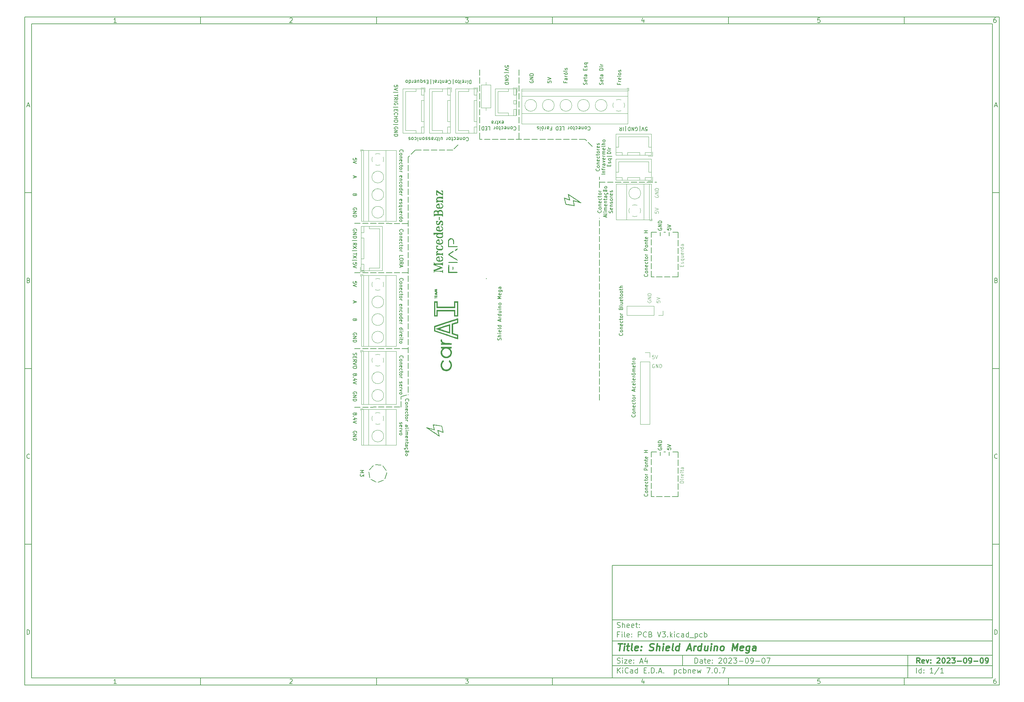
<source format=gbr>
%TF.GenerationSoftware,KiCad,Pcbnew,7.0.7*%
%TF.CreationDate,2023-09-09T19:16:14-03:00*%
%TF.ProjectId,PCB V3,50434220-5633-42e6-9b69-6361645f7063,2023-09-09*%
%TF.SameCoordinates,Original*%
%TF.FileFunction,Legend,Top*%
%TF.FilePolarity,Positive*%
%FSLAX46Y46*%
G04 Gerber Fmt 4.6, Leading zero omitted, Abs format (unit mm)*
G04 Created by KiCad (PCBNEW 7.0.7) date 2023-09-09 19:16:14*
%MOMM*%
%LPD*%
G01*
G04 APERTURE LIST*
%ADD10C,0.100000*%
%ADD11C,0.150000*%
%ADD12C,0.300000*%
%ADD13C,0.400000*%
%ADD14C,0.125000*%
%ADD15C,0.200000*%
%ADD16C,0.120000*%
G04 APERTURE END LIST*
D10*
D11*
X177002200Y-166007200D02*
X285002200Y-166007200D01*
X285002200Y-198007200D01*
X177002200Y-198007200D01*
X177002200Y-166007200D01*
D10*
D11*
X10000000Y-10000000D02*
X287002200Y-10000000D01*
X287002200Y-200007200D01*
X10000000Y-200007200D01*
X10000000Y-10000000D01*
D10*
D11*
X12000000Y-12000000D02*
X285002200Y-12000000D01*
X285002200Y-198007200D01*
X12000000Y-198007200D01*
X12000000Y-12000000D01*
D10*
D11*
X60000000Y-12000000D02*
X60000000Y-10000000D01*
D10*
D11*
X110000000Y-12000000D02*
X110000000Y-10000000D01*
D10*
D11*
X160000000Y-12000000D02*
X160000000Y-10000000D01*
D10*
D11*
X210000000Y-12000000D02*
X210000000Y-10000000D01*
D10*
D11*
X260000000Y-12000000D02*
X260000000Y-10000000D01*
D10*
D11*
X36089160Y-11593604D02*
X35346303Y-11593604D01*
X35717731Y-11593604D02*
X35717731Y-10293604D01*
X35717731Y-10293604D02*
X35593922Y-10479319D01*
X35593922Y-10479319D02*
X35470112Y-10603128D01*
X35470112Y-10603128D02*
X35346303Y-10665033D01*
D10*
D11*
X85346303Y-10417414D02*
X85408207Y-10355509D01*
X85408207Y-10355509D02*
X85532017Y-10293604D01*
X85532017Y-10293604D02*
X85841541Y-10293604D01*
X85841541Y-10293604D02*
X85965350Y-10355509D01*
X85965350Y-10355509D02*
X86027255Y-10417414D01*
X86027255Y-10417414D02*
X86089160Y-10541223D01*
X86089160Y-10541223D02*
X86089160Y-10665033D01*
X86089160Y-10665033D02*
X86027255Y-10850747D01*
X86027255Y-10850747D02*
X85284398Y-11593604D01*
X85284398Y-11593604D02*
X86089160Y-11593604D01*
D10*
D11*
X135284398Y-10293604D02*
X136089160Y-10293604D01*
X136089160Y-10293604D02*
X135655826Y-10788842D01*
X135655826Y-10788842D02*
X135841541Y-10788842D01*
X135841541Y-10788842D02*
X135965350Y-10850747D01*
X135965350Y-10850747D02*
X136027255Y-10912652D01*
X136027255Y-10912652D02*
X136089160Y-11036461D01*
X136089160Y-11036461D02*
X136089160Y-11345985D01*
X136089160Y-11345985D02*
X136027255Y-11469795D01*
X136027255Y-11469795D02*
X135965350Y-11531700D01*
X135965350Y-11531700D02*
X135841541Y-11593604D01*
X135841541Y-11593604D02*
X135470112Y-11593604D01*
X135470112Y-11593604D02*
X135346303Y-11531700D01*
X135346303Y-11531700D02*
X135284398Y-11469795D01*
D10*
D11*
X185965350Y-10726938D02*
X185965350Y-11593604D01*
X185655826Y-10231700D02*
X185346303Y-11160271D01*
X185346303Y-11160271D02*
X186151064Y-11160271D01*
D10*
D11*
X236027255Y-10293604D02*
X235408207Y-10293604D01*
X235408207Y-10293604D02*
X235346303Y-10912652D01*
X235346303Y-10912652D02*
X235408207Y-10850747D01*
X235408207Y-10850747D02*
X235532017Y-10788842D01*
X235532017Y-10788842D02*
X235841541Y-10788842D01*
X235841541Y-10788842D02*
X235965350Y-10850747D01*
X235965350Y-10850747D02*
X236027255Y-10912652D01*
X236027255Y-10912652D02*
X236089160Y-11036461D01*
X236089160Y-11036461D02*
X236089160Y-11345985D01*
X236089160Y-11345985D02*
X236027255Y-11469795D01*
X236027255Y-11469795D02*
X235965350Y-11531700D01*
X235965350Y-11531700D02*
X235841541Y-11593604D01*
X235841541Y-11593604D02*
X235532017Y-11593604D01*
X235532017Y-11593604D02*
X235408207Y-11531700D01*
X235408207Y-11531700D02*
X235346303Y-11469795D01*
D10*
D11*
X285965350Y-10293604D02*
X285717731Y-10293604D01*
X285717731Y-10293604D02*
X285593922Y-10355509D01*
X285593922Y-10355509D02*
X285532017Y-10417414D01*
X285532017Y-10417414D02*
X285408207Y-10603128D01*
X285408207Y-10603128D02*
X285346303Y-10850747D01*
X285346303Y-10850747D02*
X285346303Y-11345985D01*
X285346303Y-11345985D02*
X285408207Y-11469795D01*
X285408207Y-11469795D02*
X285470112Y-11531700D01*
X285470112Y-11531700D02*
X285593922Y-11593604D01*
X285593922Y-11593604D02*
X285841541Y-11593604D01*
X285841541Y-11593604D02*
X285965350Y-11531700D01*
X285965350Y-11531700D02*
X286027255Y-11469795D01*
X286027255Y-11469795D02*
X286089160Y-11345985D01*
X286089160Y-11345985D02*
X286089160Y-11036461D01*
X286089160Y-11036461D02*
X286027255Y-10912652D01*
X286027255Y-10912652D02*
X285965350Y-10850747D01*
X285965350Y-10850747D02*
X285841541Y-10788842D01*
X285841541Y-10788842D02*
X285593922Y-10788842D01*
X285593922Y-10788842D02*
X285470112Y-10850747D01*
X285470112Y-10850747D02*
X285408207Y-10912652D01*
X285408207Y-10912652D02*
X285346303Y-11036461D01*
D10*
D11*
X60000000Y-198007200D02*
X60000000Y-200007200D01*
D10*
D11*
X110000000Y-198007200D02*
X110000000Y-200007200D01*
D10*
D11*
X160000000Y-198007200D02*
X160000000Y-200007200D01*
D10*
D11*
X210000000Y-198007200D02*
X210000000Y-200007200D01*
D10*
D11*
X260000000Y-198007200D02*
X260000000Y-200007200D01*
D10*
D11*
X36089160Y-199600804D02*
X35346303Y-199600804D01*
X35717731Y-199600804D02*
X35717731Y-198300804D01*
X35717731Y-198300804D02*
X35593922Y-198486519D01*
X35593922Y-198486519D02*
X35470112Y-198610328D01*
X35470112Y-198610328D02*
X35346303Y-198672233D01*
D10*
D11*
X85346303Y-198424614D02*
X85408207Y-198362709D01*
X85408207Y-198362709D02*
X85532017Y-198300804D01*
X85532017Y-198300804D02*
X85841541Y-198300804D01*
X85841541Y-198300804D02*
X85965350Y-198362709D01*
X85965350Y-198362709D02*
X86027255Y-198424614D01*
X86027255Y-198424614D02*
X86089160Y-198548423D01*
X86089160Y-198548423D02*
X86089160Y-198672233D01*
X86089160Y-198672233D02*
X86027255Y-198857947D01*
X86027255Y-198857947D02*
X85284398Y-199600804D01*
X85284398Y-199600804D02*
X86089160Y-199600804D01*
D10*
D11*
X135284398Y-198300804D02*
X136089160Y-198300804D01*
X136089160Y-198300804D02*
X135655826Y-198796042D01*
X135655826Y-198796042D02*
X135841541Y-198796042D01*
X135841541Y-198796042D02*
X135965350Y-198857947D01*
X135965350Y-198857947D02*
X136027255Y-198919852D01*
X136027255Y-198919852D02*
X136089160Y-199043661D01*
X136089160Y-199043661D02*
X136089160Y-199353185D01*
X136089160Y-199353185D02*
X136027255Y-199476995D01*
X136027255Y-199476995D02*
X135965350Y-199538900D01*
X135965350Y-199538900D02*
X135841541Y-199600804D01*
X135841541Y-199600804D02*
X135470112Y-199600804D01*
X135470112Y-199600804D02*
X135346303Y-199538900D01*
X135346303Y-199538900D02*
X135284398Y-199476995D01*
D10*
D11*
X185965350Y-198734138D02*
X185965350Y-199600804D01*
X185655826Y-198238900D02*
X185346303Y-199167471D01*
X185346303Y-199167471D02*
X186151064Y-199167471D01*
D10*
D11*
X236027255Y-198300804D02*
X235408207Y-198300804D01*
X235408207Y-198300804D02*
X235346303Y-198919852D01*
X235346303Y-198919852D02*
X235408207Y-198857947D01*
X235408207Y-198857947D02*
X235532017Y-198796042D01*
X235532017Y-198796042D02*
X235841541Y-198796042D01*
X235841541Y-198796042D02*
X235965350Y-198857947D01*
X235965350Y-198857947D02*
X236027255Y-198919852D01*
X236027255Y-198919852D02*
X236089160Y-199043661D01*
X236089160Y-199043661D02*
X236089160Y-199353185D01*
X236089160Y-199353185D02*
X236027255Y-199476995D01*
X236027255Y-199476995D02*
X235965350Y-199538900D01*
X235965350Y-199538900D02*
X235841541Y-199600804D01*
X235841541Y-199600804D02*
X235532017Y-199600804D01*
X235532017Y-199600804D02*
X235408207Y-199538900D01*
X235408207Y-199538900D02*
X235346303Y-199476995D01*
D10*
D11*
X285965350Y-198300804D02*
X285717731Y-198300804D01*
X285717731Y-198300804D02*
X285593922Y-198362709D01*
X285593922Y-198362709D02*
X285532017Y-198424614D01*
X285532017Y-198424614D02*
X285408207Y-198610328D01*
X285408207Y-198610328D02*
X285346303Y-198857947D01*
X285346303Y-198857947D02*
X285346303Y-199353185D01*
X285346303Y-199353185D02*
X285408207Y-199476995D01*
X285408207Y-199476995D02*
X285470112Y-199538900D01*
X285470112Y-199538900D02*
X285593922Y-199600804D01*
X285593922Y-199600804D02*
X285841541Y-199600804D01*
X285841541Y-199600804D02*
X285965350Y-199538900D01*
X285965350Y-199538900D02*
X286027255Y-199476995D01*
X286027255Y-199476995D02*
X286089160Y-199353185D01*
X286089160Y-199353185D02*
X286089160Y-199043661D01*
X286089160Y-199043661D02*
X286027255Y-198919852D01*
X286027255Y-198919852D02*
X285965350Y-198857947D01*
X285965350Y-198857947D02*
X285841541Y-198796042D01*
X285841541Y-198796042D02*
X285593922Y-198796042D01*
X285593922Y-198796042D02*
X285470112Y-198857947D01*
X285470112Y-198857947D02*
X285408207Y-198919852D01*
X285408207Y-198919852D02*
X285346303Y-199043661D01*
D10*
D11*
X10000000Y-60000000D02*
X12000000Y-60000000D01*
D10*
D11*
X10000000Y-110000000D02*
X12000000Y-110000000D01*
D10*
D11*
X10000000Y-160000000D02*
X12000000Y-160000000D01*
D10*
D11*
X10690476Y-35222176D02*
X11309523Y-35222176D01*
X10566666Y-35593604D02*
X10999999Y-34293604D01*
X10999999Y-34293604D02*
X11433333Y-35593604D01*
D10*
D11*
X11092857Y-84912652D02*
X11278571Y-84974557D01*
X11278571Y-84974557D02*
X11340476Y-85036461D01*
X11340476Y-85036461D02*
X11402380Y-85160271D01*
X11402380Y-85160271D02*
X11402380Y-85345985D01*
X11402380Y-85345985D02*
X11340476Y-85469795D01*
X11340476Y-85469795D02*
X11278571Y-85531700D01*
X11278571Y-85531700D02*
X11154761Y-85593604D01*
X11154761Y-85593604D02*
X10659523Y-85593604D01*
X10659523Y-85593604D02*
X10659523Y-84293604D01*
X10659523Y-84293604D02*
X11092857Y-84293604D01*
X11092857Y-84293604D02*
X11216666Y-84355509D01*
X11216666Y-84355509D02*
X11278571Y-84417414D01*
X11278571Y-84417414D02*
X11340476Y-84541223D01*
X11340476Y-84541223D02*
X11340476Y-84665033D01*
X11340476Y-84665033D02*
X11278571Y-84788842D01*
X11278571Y-84788842D02*
X11216666Y-84850747D01*
X11216666Y-84850747D02*
X11092857Y-84912652D01*
X11092857Y-84912652D02*
X10659523Y-84912652D01*
D10*
D11*
X11402380Y-135469795D02*
X11340476Y-135531700D01*
X11340476Y-135531700D02*
X11154761Y-135593604D01*
X11154761Y-135593604D02*
X11030952Y-135593604D01*
X11030952Y-135593604D02*
X10845238Y-135531700D01*
X10845238Y-135531700D02*
X10721428Y-135407890D01*
X10721428Y-135407890D02*
X10659523Y-135284080D01*
X10659523Y-135284080D02*
X10597619Y-135036461D01*
X10597619Y-135036461D02*
X10597619Y-134850747D01*
X10597619Y-134850747D02*
X10659523Y-134603128D01*
X10659523Y-134603128D02*
X10721428Y-134479319D01*
X10721428Y-134479319D02*
X10845238Y-134355509D01*
X10845238Y-134355509D02*
X11030952Y-134293604D01*
X11030952Y-134293604D02*
X11154761Y-134293604D01*
X11154761Y-134293604D02*
X11340476Y-134355509D01*
X11340476Y-134355509D02*
X11402380Y-134417414D01*
D10*
D11*
X10659523Y-185593604D02*
X10659523Y-184293604D01*
X10659523Y-184293604D02*
X10969047Y-184293604D01*
X10969047Y-184293604D02*
X11154761Y-184355509D01*
X11154761Y-184355509D02*
X11278571Y-184479319D01*
X11278571Y-184479319D02*
X11340476Y-184603128D01*
X11340476Y-184603128D02*
X11402380Y-184850747D01*
X11402380Y-184850747D02*
X11402380Y-185036461D01*
X11402380Y-185036461D02*
X11340476Y-185284080D01*
X11340476Y-185284080D02*
X11278571Y-185407890D01*
X11278571Y-185407890D02*
X11154761Y-185531700D01*
X11154761Y-185531700D02*
X10969047Y-185593604D01*
X10969047Y-185593604D02*
X10659523Y-185593604D01*
D10*
D11*
X287002200Y-60000000D02*
X285002200Y-60000000D01*
D10*
D11*
X287002200Y-110000000D02*
X285002200Y-110000000D01*
D10*
D11*
X287002200Y-160000000D02*
X285002200Y-160000000D01*
D10*
D11*
X285692676Y-35222176D02*
X286311723Y-35222176D01*
X285568866Y-35593604D02*
X286002199Y-34293604D01*
X286002199Y-34293604D02*
X286435533Y-35593604D01*
D10*
D11*
X286095057Y-84912652D02*
X286280771Y-84974557D01*
X286280771Y-84974557D02*
X286342676Y-85036461D01*
X286342676Y-85036461D02*
X286404580Y-85160271D01*
X286404580Y-85160271D02*
X286404580Y-85345985D01*
X286404580Y-85345985D02*
X286342676Y-85469795D01*
X286342676Y-85469795D02*
X286280771Y-85531700D01*
X286280771Y-85531700D02*
X286156961Y-85593604D01*
X286156961Y-85593604D02*
X285661723Y-85593604D01*
X285661723Y-85593604D02*
X285661723Y-84293604D01*
X285661723Y-84293604D02*
X286095057Y-84293604D01*
X286095057Y-84293604D02*
X286218866Y-84355509D01*
X286218866Y-84355509D02*
X286280771Y-84417414D01*
X286280771Y-84417414D02*
X286342676Y-84541223D01*
X286342676Y-84541223D02*
X286342676Y-84665033D01*
X286342676Y-84665033D02*
X286280771Y-84788842D01*
X286280771Y-84788842D02*
X286218866Y-84850747D01*
X286218866Y-84850747D02*
X286095057Y-84912652D01*
X286095057Y-84912652D02*
X285661723Y-84912652D01*
D10*
D11*
X286404580Y-135469795D02*
X286342676Y-135531700D01*
X286342676Y-135531700D02*
X286156961Y-135593604D01*
X286156961Y-135593604D02*
X286033152Y-135593604D01*
X286033152Y-135593604D02*
X285847438Y-135531700D01*
X285847438Y-135531700D02*
X285723628Y-135407890D01*
X285723628Y-135407890D02*
X285661723Y-135284080D01*
X285661723Y-135284080D02*
X285599819Y-135036461D01*
X285599819Y-135036461D02*
X285599819Y-134850747D01*
X285599819Y-134850747D02*
X285661723Y-134603128D01*
X285661723Y-134603128D02*
X285723628Y-134479319D01*
X285723628Y-134479319D02*
X285847438Y-134355509D01*
X285847438Y-134355509D02*
X286033152Y-134293604D01*
X286033152Y-134293604D02*
X286156961Y-134293604D01*
X286156961Y-134293604D02*
X286342676Y-134355509D01*
X286342676Y-134355509D02*
X286404580Y-134417414D01*
D10*
D11*
X285661723Y-185593604D02*
X285661723Y-184293604D01*
X285661723Y-184293604D02*
X285971247Y-184293604D01*
X285971247Y-184293604D02*
X286156961Y-184355509D01*
X286156961Y-184355509D02*
X286280771Y-184479319D01*
X286280771Y-184479319D02*
X286342676Y-184603128D01*
X286342676Y-184603128D02*
X286404580Y-184850747D01*
X286404580Y-184850747D02*
X286404580Y-185036461D01*
X286404580Y-185036461D02*
X286342676Y-185284080D01*
X286342676Y-185284080D02*
X286280771Y-185407890D01*
X286280771Y-185407890D02*
X286156961Y-185531700D01*
X286156961Y-185531700D02*
X285971247Y-185593604D01*
X285971247Y-185593604D02*
X285661723Y-185593604D01*
D10*
D11*
X200458026Y-193793328D02*
X200458026Y-192293328D01*
X200458026Y-192293328D02*
X200815169Y-192293328D01*
X200815169Y-192293328D02*
X201029455Y-192364757D01*
X201029455Y-192364757D02*
X201172312Y-192507614D01*
X201172312Y-192507614D02*
X201243741Y-192650471D01*
X201243741Y-192650471D02*
X201315169Y-192936185D01*
X201315169Y-192936185D02*
X201315169Y-193150471D01*
X201315169Y-193150471D02*
X201243741Y-193436185D01*
X201243741Y-193436185D02*
X201172312Y-193579042D01*
X201172312Y-193579042D02*
X201029455Y-193721900D01*
X201029455Y-193721900D02*
X200815169Y-193793328D01*
X200815169Y-193793328D02*
X200458026Y-193793328D01*
X202600884Y-193793328D02*
X202600884Y-193007614D01*
X202600884Y-193007614D02*
X202529455Y-192864757D01*
X202529455Y-192864757D02*
X202386598Y-192793328D01*
X202386598Y-192793328D02*
X202100884Y-192793328D01*
X202100884Y-192793328D02*
X201958026Y-192864757D01*
X202600884Y-193721900D02*
X202458026Y-193793328D01*
X202458026Y-193793328D02*
X202100884Y-193793328D01*
X202100884Y-193793328D02*
X201958026Y-193721900D01*
X201958026Y-193721900D02*
X201886598Y-193579042D01*
X201886598Y-193579042D02*
X201886598Y-193436185D01*
X201886598Y-193436185D02*
X201958026Y-193293328D01*
X201958026Y-193293328D02*
X202100884Y-193221900D01*
X202100884Y-193221900D02*
X202458026Y-193221900D01*
X202458026Y-193221900D02*
X202600884Y-193150471D01*
X203100884Y-192793328D02*
X203672312Y-192793328D01*
X203315169Y-192293328D02*
X203315169Y-193579042D01*
X203315169Y-193579042D02*
X203386598Y-193721900D01*
X203386598Y-193721900D02*
X203529455Y-193793328D01*
X203529455Y-193793328D02*
X203672312Y-193793328D01*
X204743741Y-193721900D02*
X204600884Y-193793328D01*
X204600884Y-193793328D02*
X204315170Y-193793328D01*
X204315170Y-193793328D02*
X204172312Y-193721900D01*
X204172312Y-193721900D02*
X204100884Y-193579042D01*
X204100884Y-193579042D02*
X204100884Y-193007614D01*
X204100884Y-193007614D02*
X204172312Y-192864757D01*
X204172312Y-192864757D02*
X204315170Y-192793328D01*
X204315170Y-192793328D02*
X204600884Y-192793328D01*
X204600884Y-192793328D02*
X204743741Y-192864757D01*
X204743741Y-192864757D02*
X204815170Y-193007614D01*
X204815170Y-193007614D02*
X204815170Y-193150471D01*
X204815170Y-193150471D02*
X204100884Y-193293328D01*
X205458026Y-193650471D02*
X205529455Y-193721900D01*
X205529455Y-193721900D02*
X205458026Y-193793328D01*
X205458026Y-193793328D02*
X205386598Y-193721900D01*
X205386598Y-193721900D02*
X205458026Y-193650471D01*
X205458026Y-193650471D02*
X205458026Y-193793328D01*
X205458026Y-192864757D02*
X205529455Y-192936185D01*
X205529455Y-192936185D02*
X205458026Y-193007614D01*
X205458026Y-193007614D02*
X205386598Y-192936185D01*
X205386598Y-192936185D02*
X205458026Y-192864757D01*
X205458026Y-192864757D02*
X205458026Y-193007614D01*
X207243741Y-192436185D02*
X207315169Y-192364757D01*
X207315169Y-192364757D02*
X207458027Y-192293328D01*
X207458027Y-192293328D02*
X207815169Y-192293328D01*
X207815169Y-192293328D02*
X207958027Y-192364757D01*
X207958027Y-192364757D02*
X208029455Y-192436185D01*
X208029455Y-192436185D02*
X208100884Y-192579042D01*
X208100884Y-192579042D02*
X208100884Y-192721900D01*
X208100884Y-192721900D02*
X208029455Y-192936185D01*
X208029455Y-192936185D02*
X207172312Y-193793328D01*
X207172312Y-193793328D02*
X208100884Y-193793328D01*
X209029455Y-192293328D02*
X209172312Y-192293328D01*
X209172312Y-192293328D02*
X209315169Y-192364757D01*
X209315169Y-192364757D02*
X209386598Y-192436185D01*
X209386598Y-192436185D02*
X209458026Y-192579042D01*
X209458026Y-192579042D02*
X209529455Y-192864757D01*
X209529455Y-192864757D02*
X209529455Y-193221900D01*
X209529455Y-193221900D02*
X209458026Y-193507614D01*
X209458026Y-193507614D02*
X209386598Y-193650471D01*
X209386598Y-193650471D02*
X209315169Y-193721900D01*
X209315169Y-193721900D02*
X209172312Y-193793328D01*
X209172312Y-193793328D02*
X209029455Y-193793328D01*
X209029455Y-193793328D02*
X208886598Y-193721900D01*
X208886598Y-193721900D02*
X208815169Y-193650471D01*
X208815169Y-193650471D02*
X208743740Y-193507614D01*
X208743740Y-193507614D02*
X208672312Y-193221900D01*
X208672312Y-193221900D02*
X208672312Y-192864757D01*
X208672312Y-192864757D02*
X208743740Y-192579042D01*
X208743740Y-192579042D02*
X208815169Y-192436185D01*
X208815169Y-192436185D02*
X208886598Y-192364757D01*
X208886598Y-192364757D02*
X209029455Y-192293328D01*
X210100883Y-192436185D02*
X210172311Y-192364757D01*
X210172311Y-192364757D02*
X210315169Y-192293328D01*
X210315169Y-192293328D02*
X210672311Y-192293328D01*
X210672311Y-192293328D02*
X210815169Y-192364757D01*
X210815169Y-192364757D02*
X210886597Y-192436185D01*
X210886597Y-192436185D02*
X210958026Y-192579042D01*
X210958026Y-192579042D02*
X210958026Y-192721900D01*
X210958026Y-192721900D02*
X210886597Y-192936185D01*
X210886597Y-192936185D02*
X210029454Y-193793328D01*
X210029454Y-193793328D02*
X210958026Y-193793328D01*
X211458025Y-192293328D02*
X212386597Y-192293328D01*
X212386597Y-192293328D02*
X211886597Y-192864757D01*
X211886597Y-192864757D02*
X212100882Y-192864757D01*
X212100882Y-192864757D02*
X212243740Y-192936185D01*
X212243740Y-192936185D02*
X212315168Y-193007614D01*
X212315168Y-193007614D02*
X212386597Y-193150471D01*
X212386597Y-193150471D02*
X212386597Y-193507614D01*
X212386597Y-193507614D02*
X212315168Y-193650471D01*
X212315168Y-193650471D02*
X212243740Y-193721900D01*
X212243740Y-193721900D02*
X212100882Y-193793328D01*
X212100882Y-193793328D02*
X211672311Y-193793328D01*
X211672311Y-193793328D02*
X211529454Y-193721900D01*
X211529454Y-193721900D02*
X211458025Y-193650471D01*
X213029453Y-193221900D02*
X214172311Y-193221900D01*
X215172311Y-192293328D02*
X215315168Y-192293328D01*
X215315168Y-192293328D02*
X215458025Y-192364757D01*
X215458025Y-192364757D02*
X215529454Y-192436185D01*
X215529454Y-192436185D02*
X215600882Y-192579042D01*
X215600882Y-192579042D02*
X215672311Y-192864757D01*
X215672311Y-192864757D02*
X215672311Y-193221900D01*
X215672311Y-193221900D02*
X215600882Y-193507614D01*
X215600882Y-193507614D02*
X215529454Y-193650471D01*
X215529454Y-193650471D02*
X215458025Y-193721900D01*
X215458025Y-193721900D02*
X215315168Y-193793328D01*
X215315168Y-193793328D02*
X215172311Y-193793328D01*
X215172311Y-193793328D02*
X215029454Y-193721900D01*
X215029454Y-193721900D02*
X214958025Y-193650471D01*
X214958025Y-193650471D02*
X214886596Y-193507614D01*
X214886596Y-193507614D02*
X214815168Y-193221900D01*
X214815168Y-193221900D02*
X214815168Y-192864757D01*
X214815168Y-192864757D02*
X214886596Y-192579042D01*
X214886596Y-192579042D02*
X214958025Y-192436185D01*
X214958025Y-192436185D02*
X215029454Y-192364757D01*
X215029454Y-192364757D02*
X215172311Y-192293328D01*
X216386596Y-193793328D02*
X216672310Y-193793328D01*
X216672310Y-193793328D02*
X216815167Y-193721900D01*
X216815167Y-193721900D02*
X216886596Y-193650471D01*
X216886596Y-193650471D02*
X217029453Y-193436185D01*
X217029453Y-193436185D02*
X217100882Y-193150471D01*
X217100882Y-193150471D02*
X217100882Y-192579042D01*
X217100882Y-192579042D02*
X217029453Y-192436185D01*
X217029453Y-192436185D02*
X216958025Y-192364757D01*
X216958025Y-192364757D02*
X216815167Y-192293328D01*
X216815167Y-192293328D02*
X216529453Y-192293328D01*
X216529453Y-192293328D02*
X216386596Y-192364757D01*
X216386596Y-192364757D02*
X216315167Y-192436185D01*
X216315167Y-192436185D02*
X216243739Y-192579042D01*
X216243739Y-192579042D02*
X216243739Y-192936185D01*
X216243739Y-192936185D02*
X216315167Y-193079042D01*
X216315167Y-193079042D02*
X216386596Y-193150471D01*
X216386596Y-193150471D02*
X216529453Y-193221900D01*
X216529453Y-193221900D02*
X216815167Y-193221900D01*
X216815167Y-193221900D02*
X216958025Y-193150471D01*
X216958025Y-193150471D02*
X217029453Y-193079042D01*
X217029453Y-193079042D02*
X217100882Y-192936185D01*
X217743738Y-193221900D02*
X218886596Y-193221900D01*
X219886596Y-192293328D02*
X220029453Y-192293328D01*
X220029453Y-192293328D02*
X220172310Y-192364757D01*
X220172310Y-192364757D02*
X220243739Y-192436185D01*
X220243739Y-192436185D02*
X220315167Y-192579042D01*
X220315167Y-192579042D02*
X220386596Y-192864757D01*
X220386596Y-192864757D02*
X220386596Y-193221900D01*
X220386596Y-193221900D02*
X220315167Y-193507614D01*
X220315167Y-193507614D02*
X220243739Y-193650471D01*
X220243739Y-193650471D02*
X220172310Y-193721900D01*
X220172310Y-193721900D02*
X220029453Y-193793328D01*
X220029453Y-193793328D02*
X219886596Y-193793328D01*
X219886596Y-193793328D02*
X219743739Y-193721900D01*
X219743739Y-193721900D02*
X219672310Y-193650471D01*
X219672310Y-193650471D02*
X219600881Y-193507614D01*
X219600881Y-193507614D02*
X219529453Y-193221900D01*
X219529453Y-193221900D02*
X219529453Y-192864757D01*
X219529453Y-192864757D02*
X219600881Y-192579042D01*
X219600881Y-192579042D02*
X219672310Y-192436185D01*
X219672310Y-192436185D02*
X219743739Y-192364757D01*
X219743739Y-192364757D02*
X219886596Y-192293328D01*
X220886595Y-192293328D02*
X221886595Y-192293328D01*
X221886595Y-192293328D02*
X221243738Y-193793328D01*
D10*
D11*
X177002200Y-194507200D02*
X285002200Y-194507200D01*
D10*
D11*
X178458026Y-196593328D02*
X178458026Y-195093328D01*
X179315169Y-196593328D02*
X178672312Y-195736185D01*
X179315169Y-195093328D02*
X178458026Y-195950471D01*
X179958026Y-196593328D02*
X179958026Y-195593328D01*
X179958026Y-195093328D02*
X179886598Y-195164757D01*
X179886598Y-195164757D02*
X179958026Y-195236185D01*
X179958026Y-195236185D02*
X180029455Y-195164757D01*
X180029455Y-195164757D02*
X179958026Y-195093328D01*
X179958026Y-195093328D02*
X179958026Y-195236185D01*
X181529455Y-196450471D02*
X181458027Y-196521900D01*
X181458027Y-196521900D02*
X181243741Y-196593328D01*
X181243741Y-196593328D02*
X181100884Y-196593328D01*
X181100884Y-196593328D02*
X180886598Y-196521900D01*
X180886598Y-196521900D02*
X180743741Y-196379042D01*
X180743741Y-196379042D02*
X180672312Y-196236185D01*
X180672312Y-196236185D02*
X180600884Y-195950471D01*
X180600884Y-195950471D02*
X180600884Y-195736185D01*
X180600884Y-195736185D02*
X180672312Y-195450471D01*
X180672312Y-195450471D02*
X180743741Y-195307614D01*
X180743741Y-195307614D02*
X180886598Y-195164757D01*
X180886598Y-195164757D02*
X181100884Y-195093328D01*
X181100884Y-195093328D02*
X181243741Y-195093328D01*
X181243741Y-195093328D02*
X181458027Y-195164757D01*
X181458027Y-195164757D02*
X181529455Y-195236185D01*
X182815170Y-196593328D02*
X182815170Y-195807614D01*
X182815170Y-195807614D02*
X182743741Y-195664757D01*
X182743741Y-195664757D02*
X182600884Y-195593328D01*
X182600884Y-195593328D02*
X182315170Y-195593328D01*
X182315170Y-195593328D02*
X182172312Y-195664757D01*
X182815170Y-196521900D02*
X182672312Y-196593328D01*
X182672312Y-196593328D02*
X182315170Y-196593328D01*
X182315170Y-196593328D02*
X182172312Y-196521900D01*
X182172312Y-196521900D02*
X182100884Y-196379042D01*
X182100884Y-196379042D02*
X182100884Y-196236185D01*
X182100884Y-196236185D02*
X182172312Y-196093328D01*
X182172312Y-196093328D02*
X182315170Y-196021900D01*
X182315170Y-196021900D02*
X182672312Y-196021900D01*
X182672312Y-196021900D02*
X182815170Y-195950471D01*
X184172313Y-196593328D02*
X184172313Y-195093328D01*
X184172313Y-196521900D02*
X184029455Y-196593328D01*
X184029455Y-196593328D02*
X183743741Y-196593328D01*
X183743741Y-196593328D02*
X183600884Y-196521900D01*
X183600884Y-196521900D02*
X183529455Y-196450471D01*
X183529455Y-196450471D02*
X183458027Y-196307614D01*
X183458027Y-196307614D02*
X183458027Y-195879042D01*
X183458027Y-195879042D02*
X183529455Y-195736185D01*
X183529455Y-195736185D02*
X183600884Y-195664757D01*
X183600884Y-195664757D02*
X183743741Y-195593328D01*
X183743741Y-195593328D02*
X184029455Y-195593328D01*
X184029455Y-195593328D02*
X184172313Y-195664757D01*
X186029455Y-195807614D02*
X186529455Y-195807614D01*
X186743741Y-196593328D02*
X186029455Y-196593328D01*
X186029455Y-196593328D02*
X186029455Y-195093328D01*
X186029455Y-195093328D02*
X186743741Y-195093328D01*
X187386598Y-196450471D02*
X187458027Y-196521900D01*
X187458027Y-196521900D02*
X187386598Y-196593328D01*
X187386598Y-196593328D02*
X187315170Y-196521900D01*
X187315170Y-196521900D02*
X187386598Y-196450471D01*
X187386598Y-196450471D02*
X187386598Y-196593328D01*
X188100884Y-196593328D02*
X188100884Y-195093328D01*
X188100884Y-195093328D02*
X188458027Y-195093328D01*
X188458027Y-195093328D02*
X188672313Y-195164757D01*
X188672313Y-195164757D02*
X188815170Y-195307614D01*
X188815170Y-195307614D02*
X188886599Y-195450471D01*
X188886599Y-195450471D02*
X188958027Y-195736185D01*
X188958027Y-195736185D02*
X188958027Y-195950471D01*
X188958027Y-195950471D02*
X188886599Y-196236185D01*
X188886599Y-196236185D02*
X188815170Y-196379042D01*
X188815170Y-196379042D02*
X188672313Y-196521900D01*
X188672313Y-196521900D02*
X188458027Y-196593328D01*
X188458027Y-196593328D02*
X188100884Y-196593328D01*
X189600884Y-196450471D02*
X189672313Y-196521900D01*
X189672313Y-196521900D02*
X189600884Y-196593328D01*
X189600884Y-196593328D02*
X189529456Y-196521900D01*
X189529456Y-196521900D02*
X189600884Y-196450471D01*
X189600884Y-196450471D02*
X189600884Y-196593328D01*
X190243742Y-196164757D02*
X190958028Y-196164757D01*
X190100885Y-196593328D02*
X190600885Y-195093328D01*
X190600885Y-195093328D02*
X191100885Y-196593328D01*
X191600884Y-196450471D02*
X191672313Y-196521900D01*
X191672313Y-196521900D02*
X191600884Y-196593328D01*
X191600884Y-196593328D02*
X191529456Y-196521900D01*
X191529456Y-196521900D02*
X191600884Y-196450471D01*
X191600884Y-196450471D02*
X191600884Y-196593328D01*
X194600884Y-195593328D02*
X194600884Y-197093328D01*
X194600884Y-195664757D02*
X194743742Y-195593328D01*
X194743742Y-195593328D02*
X195029456Y-195593328D01*
X195029456Y-195593328D02*
X195172313Y-195664757D01*
X195172313Y-195664757D02*
X195243742Y-195736185D01*
X195243742Y-195736185D02*
X195315170Y-195879042D01*
X195315170Y-195879042D02*
X195315170Y-196307614D01*
X195315170Y-196307614D02*
X195243742Y-196450471D01*
X195243742Y-196450471D02*
X195172313Y-196521900D01*
X195172313Y-196521900D02*
X195029456Y-196593328D01*
X195029456Y-196593328D02*
X194743742Y-196593328D01*
X194743742Y-196593328D02*
X194600884Y-196521900D01*
X196600885Y-196521900D02*
X196458027Y-196593328D01*
X196458027Y-196593328D02*
X196172313Y-196593328D01*
X196172313Y-196593328D02*
X196029456Y-196521900D01*
X196029456Y-196521900D02*
X195958027Y-196450471D01*
X195958027Y-196450471D02*
X195886599Y-196307614D01*
X195886599Y-196307614D02*
X195886599Y-195879042D01*
X195886599Y-195879042D02*
X195958027Y-195736185D01*
X195958027Y-195736185D02*
X196029456Y-195664757D01*
X196029456Y-195664757D02*
X196172313Y-195593328D01*
X196172313Y-195593328D02*
X196458027Y-195593328D01*
X196458027Y-195593328D02*
X196600885Y-195664757D01*
X197243741Y-196593328D02*
X197243741Y-195093328D01*
X197243741Y-195664757D02*
X197386599Y-195593328D01*
X197386599Y-195593328D02*
X197672313Y-195593328D01*
X197672313Y-195593328D02*
X197815170Y-195664757D01*
X197815170Y-195664757D02*
X197886599Y-195736185D01*
X197886599Y-195736185D02*
X197958027Y-195879042D01*
X197958027Y-195879042D02*
X197958027Y-196307614D01*
X197958027Y-196307614D02*
X197886599Y-196450471D01*
X197886599Y-196450471D02*
X197815170Y-196521900D01*
X197815170Y-196521900D02*
X197672313Y-196593328D01*
X197672313Y-196593328D02*
X197386599Y-196593328D01*
X197386599Y-196593328D02*
X197243741Y-196521900D01*
X198600884Y-195593328D02*
X198600884Y-196593328D01*
X198600884Y-195736185D02*
X198672313Y-195664757D01*
X198672313Y-195664757D02*
X198815170Y-195593328D01*
X198815170Y-195593328D02*
X199029456Y-195593328D01*
X199029456Y-195593328D02*
X199172313Y-195664757D01*
X199172313Y-195664757D02*
X199243742Y-195807614D01*
X199243742Y-195807614D02*
X199243742Y-196593328D01*
X200529456Y-196521900D02*
X200386599Y-196593328D01*
X200386599Y-196593328D02*
X200100885Y-196593328D01*
X200100885Y-196593328D02*
X199958027Y-196521900D01*
X199958027Y-196521900D02*
X199886599Y-196379042D01*
X199886599Y-196379042D02*
X199886599Y-195807614D01*
X199886599Y-195807614D02*
X199958027Y-195664757D01*
X199958027Y-195664757D02*
X200100885Y-195593328D01*
X200100885Y-195593328D02*
X200386599Y-195593328D01*
X200386599Y-195593328D02*
X200529456Y-195664757D01*
X200529456Y-195664757D02*
X200600885Y-195807614D01*
X200600885Y-195807614D02*
X200600885Y-195950471D01*
X200600885Y-195950471D02*
X199886599Y-196093328D01*
X201100884Y-195593328D02*
X201386599Y-196593328D01*
X201386599Y-196593328D02*
X201672313Y-195879042D01*
X201672313Y-195879042D02*
X201958027Y-196593328D01*
X201958027Y-196593328D02*
X202243741Y-195593328D01*
X203815170Y-195093328D02*
X204815170Y-195093328D01*
X204815170Y-195093328D02*
X204172313Y-196593328D01*
X205386598Y-196450471D02*
X205458027Y-196521900D01*
X205458027Y-196521900D02*
X205386598Y-196593328D01*
X205386598Y-196593328D02*
X205315170Y-196521900D01*
X205315170Y-196521900D02*
X205386598Y-196450471D01*
X205386598Y-196450471D02*
X205386598Y-196593328D01*
X206386599Y-195093328D02*
X206529456Y-195093328D01*
X206529456Y-195093328D02*
X206672313Y-195164757D01*
X206672313Y-195164757D02*
X206743742Y-195236185D01*
X206743742Y-195236185D02*
X206815170Y-195379042D01*
X206815170Y-195379042D02*
X206886599Y-195664757D01*
X206886599Y-195664757D02*
X206886599Y-196021900D01*
X206886599Y-196021900D02*
X206815170Y-196307614D01*
X206815170Y-196307614D02*
X206743742Y-196450471D01*
X206743742Y-196450471D02*
X206672313Y-196521900D01*
X206672313Y-196521900D02*
X206529456Y-196593328D01*
X206529456Y-196593328D02*
X206386599Y-196593328D01*
X206386599Y-196593328D02*
X206243742Y-196521900D01*
X206243742Y-196521900D02*
X206172313Y-196450471D01*
X206172313Y-196450471D02*
X206100884Y-196307614D01*
X206100884Y-196307614D02*
X206029456Y-196021900D01*
X206029456Y-196021900D02*
X206029456Y-195664757D01*
X206029456Y-195664757D02*
X206100884Y-195379042D01*
X206100884Y-195379042D02*
X206172313Y-195236185D01*
X206172313Y-195236185D02*
X206243742Y-195164757D01*
X206243742Y-195164757D02*
X206386599Y-195093328D01*
X207529455Y-196450471D02*
X207600884Y-196521900D01*
X207600884Y-196521900D02*
X207529455Y-196593328D01*
X207529455Y-196593328D02*
X207458027Y-196521900D01*
X207458027Y-196521900D02*
X207529455Y-196450471D01*
X207529455Y-196450471D02*
X207529455Y-196593328D01*
X208100884Y-195093328D02*
X209100884Y-195093328D01*
X209100884Y-195093328D02*
X208458027Y-196593328D01*
D10*
D11*
X177002200Y-191507200D02*
X285002200Y-191507200D01*
D10*
D12*
X264413853Y-193785528D02*
X263913853Y-193071242D01*
X263556710Y-193785528D02*
X263556710Y-192285528D01*
X263556710Y-192285528D02*
X264128139Y-192285528D01*
X264128139Y-192285528D02*
X264270996Y-192356957D01*
X264270996Y-192356957D02*
X264342425Y-192428385D01*
X264342425Y-192428385D02*
X264413853Y-192571242D01*
X264413853Y-192571242D02*
X264413853Y-192785528D01*
X264413853Y-192785528D02*
X264342425Y-192928385D01*
X264342425Y-192928385D02*
X264270996Y-192999814D01*
X264270996Y-192999814D02*
X264128139Y-193071242D01*
X264128139Y-193071242D02*
X263556710Y-193071242D01*
X265628139Y-193714100D02*
X265485282Y-193785528D01*
X265485282Y-193785528D02*
X265199568Y-193785528D01*
X265199568Y-193785528D02*
X265056710Y-193714100D01*
X265056710Y-193714100D02*
X264985282Y-193571242D01*
X264985282Y-193571242D02*
X264985282Y-192999814D01*
X264985282Y-192999814D02*
X265056710Y-192856957D01*
X265056710Y-192856957D02*
X265199568Y-192785528D01*
X265199568Y-192785528D02*
X265485282Y-192785528D01*
X265485282Y-192785528D02*
X265628139Y-192856957D01*
X265628139Y-192856957D02*
X265699568Y-192999814D01*
X265699568Y-192999814D02*
X265699568Y-193142671D01*
X265699568Y-193142671D02*
X264985282Y-193285528D01*
X266199567Y-192785528D02*
X266556710Y-193785528D01*
X266556710Y-193785528D02*
X266913853Y-192785528D01*
X267485281Y-193642671D02*
X267556710Y-193714100D01*
X267556710Y-193714100D02*
X267485281Y-193785528D01*
X267485281Y-193785528D02*
X267413853Y-193714100D01*
X267413853Y-193714100D02*
X267485281Y-193642671D01*
X267485281Y-193642671D02*
X267485281Y-193785528D01*
X267485281Y-192856957D02*
X267556710Y-192928385D01*
X267556710Y-192928385D02*
X267485281Y-192999814D01*
X267485281Y-192999814D02*
X267413853Y-192928385D01*
X267413853Y-192928385D02*
X267485281Y-192856957D01*
X267485281Y-192856957D02*
X267485281Y-192999814D01*
X269270996Y-192428385D02*
X269342424Y-192356957D01*
X269342424Y-192356957D02*
X269485282Y-192285528D01*
X269485282Y-192285528D02*
X269842424Y-192285528D01*
X269842424Y-192285528D02*
X269985282Y-192356957D01*
X269985282Y-192356957D02*
X270056710Y-192428385D01*
X270056710Y-192428385D02*
X270128139Y-192571242D01*
X270128139Y-192571242D02*
X270128139Y-192714100D01*
X270128139Y-192714100D02*
X270056710Y-192928385D01*
X270056710Y-192928385D02*
X269199567Y-193785528D01*
X269199567Y-193785528D02*
X270128139Y-193785528D01*
X271056710Y-192285528D02*
X271199567Y-192285528D01*
X271199567Y-192285528D02*
X271342424Y-192356957D01*
X271342424Y-192356957D02*
X271413853Y-192428385D01*
X271413853Y-192428385D02*
X271485281Y-192571242D01*
X271485281Y-192571242D02*
X271556710Y-192856957D01*
X271556710Y-192856957D02*
X271556710Y-193214100D01*
X271556710Y-193214100D02*
X271485281Y-193499814D01*
X271485281Y-193499814D02*
X271413853Y-193642671D01*
X271413853Y-193642671D02*
X271342424Y-193714100D01*
X271342424Y-193714100D02*
X271199567Y-193785528D01*
X271199567Y-193785528D02*
X271056710Y-193785528D01*
X271056710Y-193785528D02*
X270913853Y-193714100D01*
X270913853Y-193714100D02*
X270842424Y-193642671D01*
X270842424Y-193642671D02*
X270770995Y-193499814D01*
X270770995Y-193499814D02*
X270699567Y-193214100D01*
X270699567Y-193214100D02*
X270699567Y-192856957D01*
X270699567Y-192856957D02*
X270770995Y-192571242D01*
X270770995Y-192571242D02*
X270842424Y-192428385D01*
X270842424Y-192428385D02*
X270913853Y-192356957D01*
X270913853Y-192356957D02*
X271056710Y-192285528D01*
X272128138Y-192428385D02*
X272199566Y-192356957D01*
X272199566Y-192356957D02*
X272342424Y-192285528D01*
X272342424Y-192285528D02*
X272699566Y-192285528D01*
X272699566Y-192285528D02*
X272842424Y-192356957D01*
X272842424Y-192356957D02*
X272913852Y-192428385D01*
X272913852Y-192428385D02*
X272985281Y-192571242D01*
X272985281Y-192571242D02*
X272985281Y-192714100D01*
X272985281Y-192714100D02*
X272913852Y-192928385D01*
X272913852Y-192928385D02*
X272056709Y-193785528D01*
X272056709Y-193785528D02*
X272985281Y-193785528D01*
X273485280Y-192285528D02*
X274413852Y-192285528D01*
X274413852Y-192285528D02*
X273913852Y-192856957D01*
X273913852Y-192856957D02*
X274128137Y-192856957D01*
X274128137Y-192856957D02*
X274270995Y-192928385D01*
X274270995Y-192928385D02*
X274342423Y-192999814D01*
X274342423Y-192999814D02*
X274413852Y-193142671D01*
X274413852Y-193142671D02*
X274413852Y-193499814D01*
X274413852Y-193499814D02*
X274342423Y-193642671D01*
X274342423Y-193642671D02*
X274270995Y-193714100D01*
X274270995Y-193714100D02*
X274128137Y-193785528D01*
X274128137Y-193785528D02*
X273699566Y-193785528D01*
X273699566Y-193785528D02*
X273556709Y-193714100D01*
X273556709Y-193714100D02*
X273485280Y-193642671D01*
X275056708Y-193214100D02*
X276199566Y-193214100D01*
X277199566Y-192285528D02*
X277342423Y-192285528D01*
X277342423Y-192285528D02*
X277485280Y-192356957D01*
X277485280Y-192356957D02*
X277556709Y-192428385D01*
X277556709Y-192428385D02*
X277628137Y-192571242D01*
X277628137Y-192571242D02*
X277699566Y-192856957D01*
X277699566Y-192856957D02*
X277699566Y-193214100D01*
X277699566Y-193214100D02*
X277628137Y-193499814D01*
X277628137Y-193499814D02*
X277556709Y-193642671D01*
X277556709Y-193642671D02*
X277485280Y-193714100D01*
X277485280Y-193714100D02*
X277342423Y-193785528D01*
X277342423Y-193785528D02*
X277199566Y-193785528D01*
X277199566Y-193785528D02*
X277056709Y-193714100D01*
X277056709Y-193714100D02*
X276985280Y-193642671D01*
X276985280Y-193642671D02*
X276913851Y-193499814D01*
X276913851Y-193499814D02*
X276842423Y-193214100D01*
X276842423Y-193214100D02*
X276842423Y-192856957D01*
X276842423Y-192856957D02*
X276913851Y-192571242D01*
X276913851Y-192571242D02*
X276985280Y-192428385D01*
X276985280Y-192428385D02*
X277056709Y-192356957D01*
X277056709Y-192356957D02*
X277199566Y-192285528D01*
X278413851Y-193785528D02*
X278699565Y-193785528D01*
X278699565Y-193785528D02*
X278842422Y-193714100D01*
X278842422Y-193714100D02*
X278913851Y-193642671D01*
X278913851Y-193642671D02*
X279056708Y-193428385D01*
X279056708Y-193428385D02*
X279128137Y-193142671D01*
X279128137Y-193142671D02*
X279128137Y-192571242D01*
X279128137Y-192571242D02*
X279056708Y-192428385D01*
X279056708Y-192428385D02*
X278985280Y-192356957D01*
X278985280Y-192356957D02*
X278842422Y-192285528D01*
X278842422Y-192285528D02*
X278556708Y-192285528D01*
X278556708Y-192285528D02*
X278413851Y-192356957D01*
X278413851Y-192356957D02*
X278342422Y-192428385D01*
X278342422Y-192428385D02*
X278270994Y-192571242D01*
X278270994Y-192571242D02*
X278270994Y-192928385D01*
X278270994Y-192928385D02*
X278342422Y-193071242D01*
X278342422Y-193071242D02*
X278413851Y-193142671D01*
X278413851Y-193142671D02*
X278556708Y-193214100D01*
X278556708Y-193214100D02*
X278842422Y-193214100D01*
X278842422Y-193214100D02*
X278985280Y-193142671D01*
X278985280Y-193142671D02*
X279056708Y-193071242D01*
X279056708Y-193071242D02*
X279128137Y-192928385D01*
X279770993Y-193214100D02*
X280913851Y-193214100D01*
X281913851Y-192285528D02*
X282056708Y-192285528D01*
X282056708Y-192285528D02*
X282199565Y-192356957D01*
X282199565Y-192356957D02*
X282270994Y-192428385D01*
X282270994Y-192428385D02*
X282342422Y-192571242D01*
X282342422Y-192571242D02*
X282413851Y-192856957D01*
X282413851Y-192856957D02*
X282413851Y-193214100D01*
X282413851Y-193214100D02*
X282342422Y-193499814D01*
X282342422Y-193499814D02*
X282270994Y-193642671D01*
X282270994Y-193642671D02*
X282199565Y-193714100D01*
X282199565Y-193714100D02*
X282056708Y-193785528D01*
X282056708Y-193785528D02*
X281913851Y-193785528D01*
X281913851Y-193785528D02*
X281770994Y-193714100D01*
X281770994Y-193714100D02*
X281699565Y-193642671D01*
X281699565Y-193642671D02*
X281628136Y-193499814D01*
X281628136Y-193499814D02*
X281556708Y-193214100D01*
X281556708Y-193214100D02*
X281556708Y-192856957D01*
X281556708Y-192856957D02*
X281628136Y-192571242D01*
X281628136Y-192571242D02*
X281699565Y-192428385D01*
X281699565Y-192428385D02*
X281770994Y-192356957D01*
X281770994Y-192356957D02*
X281913851Y-192285528D01*
X283128136Y-193785528D02*
X283413850Y-193785528D01*
X283413850Y-193785528D02*
X283556707Y-193714100D01*
X283556707Y-193714100D02*
X283628136Y-193642671D01*
X283628136Y-193642671D02*
X283770993Y-193428385D01*
X283770993Y-193428385D02*
X283842422Y-193142671D01*
X283842422Y-193142671D02*
X283842422Y-192571242D01*
X283842422Y-192571242D02*
X283770993Y-192428385D01*
X283770993Y-192428385D02*
X283699565Y-192356957D01*
X283699565Y-192356957D02*
X283556707Y-192285528D01*
X283556707Y-192285528D02*
X283270993Y-192285528D01*
X283270993Y-192285528D02*
X283128136Y-192356957D01*
X283128136Y-192356957D02*
X283056707Y-192428385D01*
X283056707Y-192428385D02*
X282985279Y-192571242D01*
X282985279Y-192571242D02*
X282985279Y-192928385D01*
X282985279Y-192928385D02*
X283056707Y-193071242D01*
X283056707Y-193071242D02*
X283128136Y-193142671D01*
X283128136Y-193142671D02*
X283270993Y-193214100D01*
X283270993Y-193214100D02*
X283556707Y-193214100D01*
X283556707Y-193214100D02*
X283699565Y-193142671D01*
X283699565Y-193142671D02*
X283770993Y-193071242D01*
X283770993Y-193071242D02*
X283842422Y-192928385D01*
D10*
D11*
X178386598Y-193721900D02*
X178600884Y-193793328D01*
X178600884Y-193793328D02*
X178958026Y-193793328D01*
X178958026Y-193793328D02*
X179100884Y-193721900D01*
X179100884Y-193721900D02*
X179172312Y-193650471D01*
X179172312Y-193650471D02*
X179243741Y-193507614D01*
X179243741Y-193507614D02*
X179243741Y-193364757D01*
X179243741Y-193364757D02*
X179172312Y-193221900D01*
X179172312Y-193221900D02*
X179100884Y-193150471D01*
X179100884Y-193150471D02*
X178958026Y-193079042D01*
X178958026Y-193079042D02*
X178672312Y-193007614D01*
X178672312Y-193007614D02*
X178529455Y-192936185D01*
X178529455Y-192936185D02*
X178458026Y-192864757D01*
X178458026Y-192864757D02*
X178386598Y-192721900D01*
X178386598Y-192721900D02*
X178386598Y-192579042D01*
X178386598Y-192579042D02*
X178458026Y-192436185D01*
X178458026Y-192436185D02*
X178529455Y-192364757D01*
X178529455Y-192364757D02*
X178672312Y-192293328D01*
X178672312Y-192293328D02*
X179029455Y-192293328D01*
X179029455Y-192293328D02*
X179243741Y-192364757D01*
X179886597Y-193793328D02*
X179886597Y-192793328D01*
X179886597Y-192293328D02*
X179815169Y-192364757D01*
X179815169Y-192364757D02*
X179886597Y-192436185D01*
X179886597Y-192436185D02*
X179958026Y-192364757D01*
X179958026Y-192364757D02*
X179886597Y-192293328D01*
X179886597Y-192293328D02*
X179886597Y-192436185D01*
X180458026Y-192793328D02*
X181243741Y-192793328D01*
X181243741Y-192793328D02*
X180458026Y-193793328D01*
X180458026Y-193793328D02*
X181243741Y-193793328D01*
X182386598Y-193721900D02*
X182243741Y-193793328D01*
X182243741Y-193793328D02*
X181958027Y-193793328D01*
X181958027Y-193793328D02*
X181815169Y-193721900D01*
X181815169Y-193721900D02*
X181743741Y-193579042D01*
X181743741Y-193579042D02*
X181743741Y-193007614D01*
X181743741Y-193007614D02*
X181815169Y-192864757D01*
X181815169Y-192864757D02*
X181958027Y-192793328D01*
X181958027Y-192793328D02*
X182243741Y-192793328D01*
X182243741Y-192793328D02*
X182386598Y-192864757D01*
X182386598Y-192864757D02*
X182458027Y-193007614D01*
X182458027Y-193007614D02*
X182458027Y-193150471D01*
X182458027Y-193150471D02*
X181743741Y-193293328D01*
X183100883Y-193650471D02*
X183172312Y-193721900D01*
X183172312Y-193721900D02*
X183100883Y-193793328D01*
X183100883Y-193793328D02*
X183029455Y-193721900D01*
X183029455Y-193721900D02*
X183100883Y-193650471D01*
X183100883Y-193650471D02*
X183100883Y-193793328D01*
X183100883Y-192864757D02*
X183172312Y-192936185D01*
X183172312Y-192936185D02*
X183100883Y-193007614D01*
X183100883Y-193007614D02*
X183029455Y-192936185D01*
X183029455Y-192936185D02*
X183100883Y-192864757D01*
X183100883Y-192864757D02*
X183100883Y-193007614D01*
X184886598Y-193364757D02*
X185600884Y-193364757D01*
X184743741Y-193793328D02*
X185243741Y-192293328D01*
X185243741Y-192293328D02*
X185743741Y-193793328D01*
X186886598Y-192793328D02*
X186886598Y-193793328D01*
X186529455Y-192221900D02*
X186172312Y-193293328D01*
X186172312Y-193293328D02*
X187100883Y-193293328D01*
D10*
D11*
X263458026Y-196593328D02*
X263458026Y-195093328D01*
X264815170Y-196593328D02*
X264815170Y-195093328D01*
X264815170Y-196521900D02*
X264672312Y-196593328D01*
X264672312Y-196593328D02*
X264386598Y-196593328D01*
X264386598Y-196593328D02*
X264243741Y-196521900D01*
X264243741Y-196521900D02*
X264172312Y-196450471D01*
X264172312Y-196450471D02*
X264100884Y-196307614D01*
X264100884Y-196307614D02*
X264100884Y-195879042D01*
X264100884Y-195879042D02*
X264172312Y-195736185D01*
X264172312Y-195736185D02*
X264243741Y-195664757D01*
X264243741Y-195664757D02*
X264386598Y-195593328D01*
X264386598Y-195593328D02*
X264672312Y-195593328D01*
X264672312Y-195593328D02*
X264815170Y-195664757D01*
X265529455Y-196450471D02*
X265600884Y-196521900D01*
X265600884Y-196521900D02*
X265529455Y-196593328D01*
X265529455Y-196593328D02*
X265458027Y-196521900D01*
X265458027Y-196521900D02*
X265529455Y-196450471D01*
X265529455Y-196450471D02*
X265529455Y-196593328D01*
X265529455Y-195664757D02*
X265600884Y-195736185D01*
X265600884Y-195736185D02*
X265529455Y-195807614D01*
X265529455Y-195807614D02*
X265458027Y-195736185D01*
X265458027Y-195736185D02*
X265529455Y-195664757D01*
X265529455Y-195664757D02*
X265529455Y-195807614D01*
X268172313Y-196593328D02*
X267315170Y-196593328D01*
X267743741Y-196593328D02*
X267743741Y-195093328D01*
X267743741Y-195093328D02*
X267600884Y-195307614D01*
X267600884Y-195307614D02*
X267458027Y-195450471D01*
X267458027Y-195450471D02*
X267315170Y-195521900D01*
X269886598Y-195021900D02*
X268600884Y-196950471D01*
X271172313Y-196593328D02*
X270315170Y-196593328D01*
X270743741Y-196593328D02*
X270743741Y-195093328D01*
X270743741Y-195093328D02*
X270600884Y-195307614D01*
X270600884Y-195307614D02*
X270458027Y-195450471D01*
X270458027Y-195450471D02*
X270315170Y-195521900D01*
D10*
D11*
X177002200Y-187507200D02*
X285002200Y-187507200D01*
D10*
D13*
X178693928Y-188211638D02*
X179836785Y-188211638D01*
X179015357Y-190211638D02*
X179265357Y-188211638D01*
X180253452Y-190211638D02*
X180420119Y-188878304D01*
X180503452Y-188211638D02*
X180396309Y-188306876D01*
X180396309Y-188306876D02*
X180479643Y-188402114D01*
X180479643Y-188402114D02*
X180586786Y-188306876D01*
X180586786Y-188306876D02*
X180503452Y-188211638D01*
X180503452Y-188211638D02*
X180479643Y-188402114D01*
X181086786Y-188878304D02*
X181848690Y-188878304D01*
X181455833Y-188211638D02*
X181241548Y-189925923D01*
X181241548Y-189925923D02*
X181312976Y-190116400D01*
X181312976Y-190116400D02*
X181491548Y-190211638D01*
X181491548Y-190211638D02*
X181682024Y-190211638D01*
X182634405Y-190211638D02*
X182455833Y-190116400D01*
X182455833Y-190116400D02*
X182384405Y-189925923D01*
X182384405Y-189925923D02*
X182598690Y-188211638D01*
X184170119Y-190116400D02*
X183967738Y-190211638D01*
X183967738Y-190211638D02*
X183586785Y-190211638D01*
X183586785Y-190211638D02*
X183408214Y-190116400D01*
X183408214Y-190116400D02*
X183336785Y-189925923D01*
X183336785Y-189925923D02*
X183432024Y-189164019D01*
X183432024Y-189164019D02*
X183551071Y-188973542D01*
X183551071Y-188973542D02*
X183753452Y-188878304D01*
X183753452Y-188878304D02*
X184134404Y-188878304D01*
X184134404Y-188878304D02*
X184312976Y-188973542D01*
X184312976Y-188973542D02*
X184384404Y-189164019D01*
X184384404Y-189164019D02*
X184360595Y-189354495D01*
X184360595Y-189354495D02*
X183384404Y-189544971D01*
X185134405Y-190021161D02*
X185217738Y-190116400D01*
X185217738Y-190116400D02*
X185110595Y-190211638D01*
X185110595Y-190211638D02*
X185027262Y-190116400D01*
X185027262Y-190116400D02*
X185134405Y-190021161D01*
X185134405Y-190021161D02*
X185110595Y-190211638D01*
X185265357Y-188973542D02*
X185348690Y-189068780D01*
X185348690Y-189068780D02*
X185241548Y-189164019D01*
X185241548Y-189164019D02*
X185158214Y-189068780D01*
X185158214Y-189068780D02*
X185265357Y-188973542D01*
X185265357Y-188973542D02*
X185241548Y-189164019D01*
X187503453Y-190116400D02*
X187777262Y-190211638D01*
X187777262Y-190211638D02*
X188253453Y-190211638D01*
X188253453Y-190211638D02*
X188455834Y-190116400D01*
X188455834Y-190116400D02*
X188562977Y-190021161D01*
X188562977Y-190021161D02*
X188682024Y-189830685D01*
X188682024Y-189830685D02*
X188705834Y-189640209D01*
X188705834Y-189640209D02*
X188634405Y-189449733D01*
X188634405Y-189449733D02*
X188551072Y-189354495D01*
X188551072Y-189354495D02*
X188372501Y-189259257D01*
X188372501Y-189259257D02*
X188003453Y-189164019D01*
X188003453Y-189164019D02*
X187824881Y-189068780D01*
X187824881Y-189068780D02*
X187741548Y-188973542D01*
X187741548Y-188973542D02*
X187670120Y-188783066D01*
X187670120Y-188783066D02*
X187693929Y-188592590D01*
X187693929Y-188592590D02*
X187812977Y-188402114D01*
X187812977Y-188402114D02*
X187920120Y-188306876D01*
X187920120Y-188306876D02*
X188122501Y-188211638D01*
X188122501Y-188211638D02*
X188598691Y-188211638D01*
X188598691Y-188211638D02*
X188872501Y-188306876D01*
X189491548Y-190211638D02*
X189741548Y-188211638D01*
X190348691Y-190211638D02*
X190479643Y-189164019D01*
X190479643Y-189164019D02*
X190408215Y-188973542D01*
X190408215Y-188973542D02*
X190229643Y-188878304D01*
X190229643Y-188878304D02*
X189943929Y-188878304D01*
X189943929Y-188878304D02*
X189741548Y-188973542D01*
X189741548Y-188973542D02*
X189634405Y-189068780D01*
X191301072Y-190211638D02*
X191467739Y-188878304D01*
X191551072Y-188211638D02*
X191443929Y-188306876D01*
X191443929Y-188306876D02*
X191527263Y-188402114D01*
X191527263Y-188402114D02*
X191634406Y-188306876D01*
X191634406Y-188306876D02*
X191551072Y-188211638D01*
X191551072Y-188211638D02*
X191527263Y-188402114D01*
X193027263Y-190116400D02*
X192824882Y-190211638D01*
X192824882Y-190211638D02*
X192443929Y-190211638D01*
X192443929Y-190211638D02*
X192265358Y-190116400D01*
X192265358Y-190116400D02*
X192193929Y-189925923D01*
X192193929Y-189925923D02*
X192289168Y-189164019D01*
X192289168Y-189164019D02*
X192408215Y-188973542D01*
X192408215Y-188973542D02*
X192610596Y-188878304D01*
X192610596Y-188878304D02*
X192991548Y-188878304D01*
X192991548Y-188878304D02*
X193170120Y-188973542D01*
X193170120Y-188973542D02*
X193241548Y-189164019D01*
X193241548Y-189164019D02*
X193217739Y-189354495D01*
X193217739Y-189354495D02*
X192241548Y-189544971D01*
X194253454Y-190211638D02*
X194074882Y-190116400D01*
X194074882Y-190116400D02*
X194003454Y-189925923D01*
X194003454Y-189925923D02*
X194217739Y-188211638D01*
X195872501Y-190211638D02*
X196122501Y-188211638D01*
X195884406Y-190116400D02*
X195682025Y-190211638D01*
X195682025Y-190211638D02*
X195301073Y-190211638D01*
X195301073Y-190211638D02*
X195122501Y-190116400D01*
X195122501Y-190116400D02*
X195039168Y-190021161D01*
X195039168Y-190021161D02*
X194967739Y-189830685D01*
X194967739Y-189830685D02*
X195039168Y-189259257D01*
X195039168Y-189259257D02*
X195158215Y-189068780D01*
X195158215Y-189068780D02*
X195265358Y-188973542D01*
X195265358Y-188973542D02*
X195467739Y-188878304D01*
X195467739Y-188878304D02*
X195848692Y-188878304D01*
X195848692Y-188878304D02*
X196027263Y-188973542D01*
X198324883Y-189640209D02*
X199277264Y-189640209D01*
X198062978Y-190211638D02*
X198979645Y-188211638D01*
X198979645Y-188211638D02*
X199396311Y-190211638D01*
X200062978Y-190211638D02*
X200229645Y-188878304D01*
X200182026Y-189259257D02*
X200301073Y-189068780D01*
X200301073Y-189068780D02*
X200408216Y-188973542D01*
X200408216Y-188973542D02*
X200610597Y-188878304D01*
X200610597Y-188878304D02*
X200801073Y-188878304D01*
X202158216Y-190211638D02*
X202408216Y-188211638D01*
X202170121Y-190116400D02*
X201967740Y-190211638D01*
X201967740Y-190211638D02*
X201586788Y-190211638D01*
X201586788Y-190211638D02*
X201408216Y-190116400D01*
X201408216Y-190116400D02*
X201324883Y-190021161D01*
X201324883Y-190021161D02*
X201253454Y-189830685D01*
X201253454Y-189830685D02*
X201324883Y-189259257D01*
X201324883Y-189259257D02*
X201443930Y-189068780D01*
X201443930Y-189068780D02*
X201551073Y-188973542D01*
X201551073Y-188973542D02*
X201753454Y-188878304D01*
X201753454Y-188878304D02*
X202134407Y-188878304D01*
X202134407Y-188878304D02*
X202312978Y-188973542D01*
X204134407Y-188878304D02*
X203967740Y-190211638D01*
X203277264Y-188878304D02*
X203146312Y-189925923D01*
X203146312Y-189925923D02*
X203217740Y-190116400D01*
X203217740Y-190116400D02*
X203396312Y-190211638D01*
X203396312Y-190211638D02*
X203682026Y-190211638D01*
X203682026Y-190211638D02*
X203884407Y-190116400D01*
X203884407Y-190116400D02*
X203991550Y-190021161D01*
X204920121Y-190211638D02*
X205086788Y-188878304D01*
X205170121Y-188211638D02*
X205062978Y-188306876D01*
X205062978Y-188306876D02*
X205146312Y-188402114D01*
X205146312Y-188402114D02*
X205253455Y-188306876D01*
X205253455Y-188306876D02*
X205170121Y-188211638D01*
X205170121Y-188211638D02*
X205146312Y-188402114D01*
X206039169Y-188878304D02*
X205872502Y-190211638D01*
X206015359Y-189068780D02*
X206122502Y-188973542D01*
X206122502Y-188973542D02*
X206324883Y-188878304D01*
X206324883Y-188878304D02*
X206610597Y-188878304D01*
X206610597Y-188878304D02*
X206789169Y-188973542D01*
X206789169Y-188973542D02*
X206860597Y-189164019D01*
X206860597Y-189164019D02*
X206729645Y-190211638D01*
X207967741Y-190211638D02*
X207789169Y-190116400D01*
X207789169Y-190116400D02*
X207705836Y-190021161D01*
X207705836Y-190021161D02*
X207634407Y-189830685D01*
X207634407Y-189830685D02*
X207705836Y-189259257D01*
X207705836Y-189259257D02*
X207824883Y-189068780D01*
X207824883Y-189068780D02*
X207932026Y-188973542D01*
X207932026Y-188973542D02*
X208134407Y-188878304D01*
X208134407Y-188878304D02*
X208420121Y-188878304D01*
X208420121Y-188878304D02*
X208598693Y-188973542D01*
X208598693Y-188973542D02*
X208682026Y-189068780D01*
X208682026Y-189068780D02*
X208753455Y-189259257D01*
X208753455Y-189259257D02*
X208682026Y-189830685D01*
X208682026Y-189830685D02*
X208562979Y-190021161D01*
X208562979Y-190021161D02*
X208455836Y-190116400D01*
X208455836Y-190116400D02*
X208253455Y-190211638D01*
X208253455Y-190211638D02*
X207967741Y-190211638D01*
X211015360Y-190211638D02*
X211265360Y-188211638D01*
X211265360Y-188211638D02*
X211753455Y-189640209D01*
X211753455Y-189640209D02*
X212598694Y-188211638D01*
X212598694Y-188211638D02*
X212348694Y-190211638D01*
X214074884Y-190116400D02*
X213872503Y-190211638D01*
X213872503Y-190211638D02*
X213491550Y-190211638D01*
X213491550Y-190211638D02*
X213312979Y-190116400D01*
X213312979Y-190116400D02*
X213241550Y-189925923D01*
X213241550Y-189925923D02*
X213336789Y-189164019D01*
X213336789Y-189164019D02*
X213455836Y-188973542D01*
X213455836Y-188973542D02*
X213658217Y-188878304D01*
X213658217Y-188878304D02*
X214039169Y-188878304D01*
X214039169Y-188878304D02*
X214217741Y-188973542D01*
X214217741Y-188973542D02*
X214289169Y-189164019D01*
X214289169Y-189164019D02*
X214265360Y-189354495D01*
X214265360Y-189354495D02*
X213289169Y-189544971D01*
X216039170Y-188878304D02*
X215836789Y-190497352D01*
X215836789Y-190497352D02*
X215717741Y-190687828D01*
X215717741Y-190687828D02*
X215610598Y-190783066D01*
X215610598Y-190783066D02*
X215408217Y-190878304D01*
X215408217Y-190878304D02*
X215122503Y-190878304D01*
X215122503Y-190878304D02*
X214943932Y-190783066D01*
X215884408Y-190116400D02*
X215682027Y-190211638D01*
X215682027Y-190211638D02*
X215301075Y-190211638D01*
X215301075Y-190211638D02*
X215122503Y-190116400D01*
X215122503Y-190116400D02*
X215039170Y-190021161D01*
X215039170Y-190021161D02*
X214967741Y-189830685D01*
X214967741Y-189830685D02*
X215039170Y-189259257D01*
X215039170Y-189259257D02*
X215158217Y-189068780D01*
X215158217Y-189068780D02*
X215265360Y-188973542D01*
X215265360Y-188973542D02*
X215467741Y-188878304D01*
X215467741Y-188878304D02*
X215848694Y-188878304D01*
X215848694Y-188878304D02*
X216027265Y-188973542D01*
X217682027Y-190211638D02*
X217812979Y-189164019D01*
X217812979Y-189164019D02*
X217741551Y-188973542D01*
X217741551Y-188973542D02*
X217562979Y-188878304D01*
X217562979Y-188878304D02*
X217182027Y-188878304D01*
X217182027Y-188878304D02*
X216979646Y-188973542D01*
X217693932Y-190116400D02*
X217491551Y-190211638D01*
X217491551Y-190211638D02*
X217015360Y-190211638D01*
X217015360Y-190211638D02*
X216836789Y-190116400D01*
X216836789Y-190116400D02*
X216765360Y-189925923D01*
X216765360Y-189925923D02*
X216789170Y-189735447D01*
X216789170Y-189735447D02*
X216908218Y-189544971D01*
X216908218Y-189544971D02*
X217110599Y-189449733D01*
X217110599Y-189449733D02*
X217586789Y-189449733D01*
X217586789Y-189449733D02*
X217789170Y-189354495D01*
D10*
D11*
X178958026Y-185607614D02*
X178458026Y-185607614D01*
X178458026Y-186393328D02*
X178458026Y-184893328D01*
X178458026Y-184893328D02*
X179172312Y-184893328D01*
X179743740Y-186393328D02*
X179743740Y-185393328D01*
X179743740Y-184893328D02*
X179672312Y-184964757D01*
X179672312Y-184964757D02*
X179743740Y-185036185D01*
X179743740Y-185036185D02*
X179815169Y-184964757D01*
X179815169Y-184964757D02*
X179743740Y-184893328D01*
X179743740Y-184893328D02*
X179743740Y-185036185D01*
X180672312Y-186393328D02*
X180529455Y-186321900D01*
X180529455Y-186321900D02*
X180458026Y-186179042D01*
X180458026Y-186179042D02*
X180458026Y-184893328D01*
X181815169Y-186321900D02*
X181672312Y-186393328D01*
X181672312Y-186393328D02*
X181386598Y-186393328D01*
X181386598Y-186393328D02*
X181243740Y-186321900D01*
X181243740Y-186321900D02*
X181172312Y-186179042D01*
X181172312Y-186179042D02*
X181172312Y-185607614D01*
X181172312Y-185607614D02*
X181243740Y-185464757D01*
X181243740Y-185464757D02*
X181386598Y-185393328D01*
X181386598Y-185393328D02*
X181672312Y-185393328D01*
X181672312Y-185393328D02*
X181815169Y-185464757D01*
X181815169Y-185464757D02*
X181886598Y-185607614D01*
X181886598Y-185607614D02*
X181886598Y-185750471D01*
X181886598Y-185750471D02*
X181172312Y-185893328D01*
X182529454Y-186250471D02*
X182600883Y-186321900D01*
X182600883Y-186321900D02*
X182529454Y-186393328D01*
X182529454Y-186393328D02*
X182458026Y-186321900D01*
X182458026Y-186321900D02*
X182529454Y-186250471D01*
X182529454Y-186250471D02*
X182529454Y-186393328D01*
X182529454Y-185464757D02*
X182600883Y-185536185D01*
X182600883Y-185536185D02*
X182529454Y-185607614D01*
X182529454Y-185607614D02*
X182458026Y-185536185D01*
X182458026Y-185536185D02*
X182529454Y-185464757D01*
X182529454Y-185464757D02*
X182529454Y-185607614D01*
X184386597Y-186393328D02*
X184386597Y-184893328D01*
X184386597Y-184893328D02*
X184958026Y-184893328D01*
X184958026Y-184893328D02*
X185100883Y-184964757D01*
X185100883Y-184964757D02*
X185172312Y-185036185D01*
X185172312Y-185036185D02*
X185243740Y-185179042D01*
X185243740Y-185179042D02*
X185243740Y-185393328D01*
X185243740Y-185393328D02*
X185172312Y-185536185D01*
X185172312Y-185536185D02*
X185100883Y-185607614D01*
X185100883Y-185607614D02*
X184958026Y-185679042D01*
X184958026Y-185679042D02*
X184386597Y-185679042D01*
X186743740Y-186250471D02*
X186672312Y-186321900D01*
X186672312Y-186321900D02*
X186458026Y-186393328D01*
X186458026Y-186393328D02*
X186315169Y-186393328D01*
X186315169Y-186393328D02*
X186100883Y-186321900D01*
X186100883Y-186321900D02*
X185958026Y-186179042D01*
X185958026Y-186179042D02*
X185886597Y-186036185D01*
X185886597Y-186036185D02*
X185815169Y-185750471D01*
X185815169Y-185750471D02*
X185815169Y-185536185D01*
X185815169Y-185536185D02*
X185886597Y-185250471D01*
X185886597Y-185250471D02*
X185958026Y-185107614D01*
X185958026Y-185107614D02*
X186100883Y-184964757D01*
X186100883Y-184964757D02*
X186315169Y-184893328D01*
X186315169Y-184893328D02*
X186458026Y-184893328D01*
X186458026Y-184893328D02*
X186672312Y-184964757D01*
X186672312Y-184964757D02*
X186743740Y-185036185D01*
X187886597Y-185607614D02*
X188100883Y-185679042D01*
X188100883Y-185679042D02*
X188172312Y-185750471D01*
X188172312Y-185750471D02*
X188243740Y-185893328D01*
X188243740Y-185893328D02*
X188243740Y-186107614D01*
X188243740Y-186107614D02*
X188172312Y-186250471D01*
X188172312Y-186250471D02*
X188100883Y-186321900D01*
X188100883Y-186321900D02*
X187958026Y-186393328D01*
X187958026Y-186393328D02*
X187386597Y-186393328D01*
X187386597Y-186393328D02*
X187386597Y-184893328D01*
X187386597Y-184893328D02*
X187886597Y-184893328D01*
X187886597Y-184893328D02*
X188029455Y-184964757D01*
X188029455Y-184964757D02*
X188100883Y-185036185D01*
X188100883Y-185036185D02*
X188172312Y-185179042D01*
X188172312Y-185179042D02*
X188172312Y-185321900D01*
X188172312Y-185321900D02*
X188100883Y-185464757D01*
X188100883Y-185464757D02*
X188029455Y-185536185D01*
X188029455Y-185536185D02*
X187886597Y-185607614D01*
X187886597Y-185607614D02*
X187386597Y-185607614D01*
X189815169Y-184893328D02*
X190315169Y-186393328D01*
X190315169Y-186393328D02*
X190815169Y-184893328D01*
X191172311Y-184893328D02*
X192100883Y-184893328D01*
X192100883Y-184893328D02*
X191600883Y-185464757D01*
X191600883Y-185464757D02*
X191815168Y-185464757D01*
X191815168Y-185464757D02*
X191958026Y-185536185D01*
X191958026Y-185536185D02*
X192029454Y-185607614D01*
X192029454Y-185607614D02*
X192100883Y-185750471D01*
X192100883Y-185750471D02*
X192100883Y-186107614D01*
X192100883Y-186107614D02*
X192029454Y-186250471D01*
X192029454Y-186250471D02*
X191958026Y-186321900D01*
X191958026Y-186321900D02*
X191815168Y-186393328D01*
X191815168Y-186393328D02*
X191386597Y-186393328D01*
X191386597Y-186393328D02*
X191243740Y-186321900D01*
X191243740Y-186321900D02*
X191172311Y-186250471D01*
X192743739Y-186250471D02*
X192815168Y-186321900D01*
X192815168Y-186321900D02*
X192743739Y-186393328D01*
X192743739Y-186393328D02*
X192672311Y-186321900D01*
X192672311Y-186321900D02*
X192743739Y-186250471D01*
X192743739Y-186250471D02*
X192743739Y-186393328D01*
X193458025Y-186393328D02*
X193458025Y-184893328D01*
X193600883Y-185821900D02*
X194029454Y-186393328D01*
X194029454Y-185393328D02*
X193458025Y-185964757D01*
X194672311Y-186393328D02*
X194672311Y-185393328D01*
X194672311Y-184893328D02*
X194600883Y-184964757D01*
X194600883Y-184964757D02*
X194672311Y-185036185D01*
X194672311Y-185036185D02*
X194743740Y-184964757D01*
X194743740Y-184964757D02*
X194672311Y-184893328D01*
X194672311Y-184893328D02*
X194672311Y-185036185D01*
X196029455Y-186321900D02*
X195886597Y-186393328D01*
X195886597Y-186393328D02*
X195600883Y-186393328D01*
X195600883Y-186393328D02*
X195458026Y-186321900D01*
X195458026Y-186321900D02*
X195386597Y-186250471D01*
X195386597Y-186250471D02*
X195315169Y-186107614D01*
X195315169Y-186107614D02*
X195315169Y-185679042D01*
X195315169Y-185679042D02*
X195386597Y-185536185D01*
X195386597Y-185536185D02*
X195458026Y-185464757D01*
X195458026Y-185464757D02*
X195600883Y-185393328D01*
X195600883Y-185393328D02*
X195886597Y-185393328D01*
X195886597Y-185393328D02*
X196029455Y-185464757D01*
X197315169Y-186393328D02*
X197315169Y-185607614D01*
X197315169Y-185607614D02*
X197243740Y-185464757D01*
X197243740Y-185464757D02*
X197100883Y-185393328D01*
X197100883Y-185393328D02*
X196815169Y-185393328D01*
X196815169Y-185393328D02*
X196672311Y-185464757D01*
X197315169Y-186321900D02*
X197172311Y-186393328D01*
X197172311Y-186393328D02*
X196815169Y-186393328D01*
X196815169Y-186393328D02*
X196672311Y-186321900D01*
X196672311Y-186321900D02*
X196600883Y-186179042D01*
X196600883Y-186179042D02*
X196600883Y-186036185D01*
X196600883Y-186036185D02*
X196672311Y-185893328D01*
X196672311Y-185893328D02*
X196815169Y-185821900D01*
X196815169Y-185821900D02*
X197172311Y-185821900D01*
X197172311Y-185821900D02*
X197315169Y-185750471D01*
X198672312Y-186393328D02*
X198672312Y-184893328D01*
X198672312Y-186321900D02*
X198529454Y-186393328D01*
X198529454Y-186393328D02*
X198243740Y-186393328D01*
X198243740Y-186393328D02*
X198100883Y-186321900D01*
X198100883Y-186321900D02*
X198029454Y-186250471D01*
X198029454Y-186250471D02*
X197958026Y-186107614D01*
X197958026Y-186107614D02*
X197958026Y-185679042D01*
X197958026Y-185679042D02*
X198029454Y-185536185D01*
X198029454Y-185536185D02*
X198100883Y-185464757D01*
X198100883Y-185464757D02*
X198243740Y-185393328D01*
X198243740Y-185393328D02*
X198529454Y-185393328D01*
X198529454Y-185393328D02*
X198672312Y-185464757D01*
X199029455Y-186536185D02*
X200172312Y-186536185D01*
X200529454Y-185393328D02*
X200529454Y-186893328D01*
X200529454Y-185464757D02*
X200672312Y-185393328D01*
X200672312Y-185393328D02*
X200958026Y-185393328D01*
X200958026Y-185393328D02*
X201100883Y-185464757D01*
X201100883Y-185464757D02*
X201172312Y-185536185D01*
X201172312Y-185536185D02*
X201243740Y-185679042D01*
X201243740Y-185679042D02*
X201243740Y-186107614D01*
X201243740Y-186107614D02*
X201172312Y-186250471D01*
X201172312Y-186250471D02*
X201100883Y-186321900D01*
X201100883Y-186321900D02*
X200958026Y-186393328D01*
X200958026Y-186393328D02*
X200672312Y-186393328D01*
X200672312Y-186393328D02*
X200529454Y-186321900D01*
X202529455Y-186321900D02*
X202386597Y-186393328D01*
X202386597Y-186393328D02*
X202100883Y-186393328D01*
X202100883Y-186393328D02*
X201958026Y-186321900D01*
X201958026Y-186321900D02*
X201886597Y-186250471D01*
X201886597Y-186250471D02*
X201815169Y-186107614D01*
X201815169Y-186107614D02*
X201815169Y-185679042D01*
X201815169Y-185679042D02*
X201886597Y-185536185D01*
X201886597Y-185536185D02*
X201958026Y-185464757D01*
X201958026Y-185464757D02*
X202100883Y-185393328D01*
X202100883Y-185393328D02*
X202386597Y-185393328D01*
X202386597Y-185393328D02*
X202529455Y-185464757D01*
X203172311Y-186393328D02*
X203172311Y-184893328D01*
X203172311Y-185464757D02*
X203315169Y-185393328D01*
X203315169Y-185393328D02*
X203600883Y-185393328D01*
X203600883Y-185393328D02*
X203743740Y-185464757D01*
X203743740Y-185464757D02*
X203815169Y-185536185D01*
X203815169Y-185536185D02*
X203886597Y-185679042D01*
X203886597Y-185679042D02*
X203886597Y-186107614D01*
X203886597Y-186107614D02*
X203815169Y-186250471D01*
X203815169Y-186250471D02*
X203743740Y-186321900D01*
X203743740Y-186321900D02*
X203600883Y-186393328D01*
X203600883Y-186393328D02*
X203315169Y-186393328D01*
X203315169Y-186393328D02*
X203172311Y-186321900D01*
D10*
D11*
X177002200Y-181507200D02*
X285002200Y-181507200D01*
D10*
D11*
X178386598Y-183621900D02*
X178600884Y-183693328D01*
X178600884Y-183693328D02*
X178958026Y-183693328D01*
X178958026Y-183693328D02*
X179100884Y-183621900D01*
X179100884Y-183621900D02*
X179172312Y-183550471D01*
X179172312Y-183550471D02*
X179243741Y-183407614D01*
X179243741Y-183407614D02*
X179243741Y-183264757D01*
X179243741Y-183264757D02*
X179172312Y-183121900D01*
X179172312Y-183121900D02*
X179100884Y-183050471D01*
X179100884Y-183050471D02*
X178958026Y-182979042D01*
X178958026Y-182979042D02*
X178672312Y-182907614D01*
X178672312Y-182907614D02*
X178529455Y-182836185D01*
X178529455Y-182836185D02*
X178458026Y-182764757D01*
X178458026Y-182764757D02*
X178386598Y-182621900D01*
X178386598Y-182621900D02*
X178386598Y-182479042D01*
X178386598Y-182479042D02*
X178458026Y-182336185D01*
X178458026Y-182336185D02*
X178529455Y-182264757D01*
X178529455Y-182264757D02*
X178672312Y-182193328D01*
X178672312Y-182193328D02*
X179029455Y-182193328D01*
X179029455Y-182193328D02*
X179243741Y-182264757D01*
X179886597Y-183693328D02*
X179886597Y-182193328D01*
X180529455Y-183693328D02*
X180529455Y-182907614D01*
X180529455Y-182907614D02*
X180458026Y-182764757D01*
X180458026Y-182764757D02*
X180315169Y-182693328D01*
X180315169Y-182693328D02*
X180100883Y-182693328D01*
X180100883Y-182693328D02*
X179958026Y-182764757D01*
X179958026Y-182764757D02*
X179886597Y-182836185D01*
X181815169Y-183621900D02*
X181672312Y-183693328D01*
X181672312Y-183693328D02*
X181386598Y-183693328D01*
X181386598Y-183693328D02*
X181243740Y-183621900D01*
X181243740Y-183621900D02*
X181172312Y-183479042D01*
X181172312Y-183479042D02*
X181172312Y-182907614D01*
X181172312Y-182907614D02*
X181243740Y-182764757D01*
X181243740Y-182764757D02*
X181386598Y-182693328D01*
X181386598Y-182693328D02*
X181672312Y-182693328D01*
X181672312Y-182693328D02*
X181815169Y-182764757D01*
X181815169Y-182764757D02*
X181886598Y-182907614D01*
X181886598Y-182907614D02*
X181886598Y-183050471D01*
X181886598Y-183050471D02*
X181172312Y-183193328D01*
X183100883Y-183621900D02*
X182958026Y-183693328D01*
X182958026Y-183693328D02*
X182672312Y-183693328D01*
X182672312Y-183693328D02*
X182529454Y-183621900D01*
X182529454Y-183621900D02*
X182458026Y-183479042D01*
X182458026Y-183479042D02*
X182458026Y-182907614D01*
X182458026Y-182907614D02*
X182529454Y-182764757D01*
X182529454Y-182764757D02*
X182672312Y-182693328D01*
X182672312Y-182693328D02*
X182958026Y-182693328D01*
X182958026Y-182693328D02*
X183100883Y-182764757D01*
X183100883Y-182764757D02*
X183172312Y-182907614D01*
X183172312Y-182907614D02*
X183172312Y-183050471D01*
X183172312Y-183050471D02*
X182458026Y-183193328D01*
X183600883Y-182693328D02*
X184172311Y-182693328D01*
X183815168Y-182193328D02*
X183815168Y-183479042D01*
X183815168Y-183479042D02*
X183886597Y-183621900D01*
X183886597Y-183621900D02*
X184029454Y-183693328D01*
X184029454Y-183693328D02*
X184172311Y-183693328D01*
X184672311Y-183550471D02*
X184743740Y-183621900D01*
X184743740Y-183621900D02*
X184672311Y-183693328D01*
X184672311Y-183693328D02*
X184600883Y-183621900D01*
X184600883Y-183621900D02*
X184672311Y-183550471D01*
X184672311Y-183550471D02*
X184672311Y-183693328D01*
X184672311Y-182764757D02*
X184743740Y-182836185D01*
X184743740Y-182836185D02*
X184672311Y-182907614D01*
X184672311Y-182907614D02*
X184600883Y-182836185D01*
X184600883Y-182836185D02*
X184672311Y-182764757D01*
X184672311Y-182764757D02*
X184672311Y-182907614D01*
D10*
D12*
D10*
D11*
D10*
D11*
D10*
D11*
D10*
D11*
D10*
D11*
X197002200Y-191507200D02*
X197002200Y-194507200D01*
D10*
D11*
X261002200Y-191507200D02*
X261002200Y-198007200D01*
X139303000Y-24983000D02*
X139303000Y-26633000D01*
X139303000Y-27233000D02*
X139303000Y-28883000D01*
X139303000Y-29483000D02*
X139303000Y-31133000D01*
X139303000Y-31733000D02*
X139303000Y-33383000D01*
X139303000Y-33983000D02*
X139303000Y-35633000D01*
X139303000Y-36233000D02*
X139303000Y-37883000D01*
X139303000Y-38483000D02*
X139303000Y-40133000D01*
X139303000Y-40733000D02*
X139303000Y-42383000D01*
X139303000Y-42983000D02*
X139303000Y-44633000D01*
X173339000Y-56987000D02*
X174989000Y-56987000D01*
X175589000Y-56987000D02*
X177239000Y-56987000D01*
X177839000Y-56987000D02*
X179489000Y-56987000D01*
X180089000Y-56987000D02*
X181739000Y-56987000D01*
X182339000Y-56987000D02*
X183989000Y-56987000D01*
X184589000Y-56987000D02*
X186239000Y-56987000D01*
X186839000Y-56987000D02*
X188489000Y-56987000D01*
X189089000Y-56987000D02*
X189595000Y-56987000D01*
X150479000Y-24983000D02*
X150479000Y-26633000D01*
X150479000Y-27233000D02*
X150479000Y-28883000D01*
X150479000Y-29483000D02*
X150479000Y-31133000D01*
X150479000Y-31733000D02*
X150479000Y-33383000D01*
X150479000Y-33983000D02*
X150479000Y-35633000D01*
X150479000Y-36233000D02*
X150479000Y-37883000D01*
X150479000Y-38483000D02*
X150479000Y-40133000D01*
X150479000Y-40733000D02*
X150479000Y-42383000D01*
X150479000Y-42983000D02*
X150479000Y-44633000D01*
X121015000Y-47843000D02*
X119848274Y-49009726D01*
X119424010Y-49433990D02*
X118983000Y-49875000D01*
X171307000Y-46827000D02*
X170140274Y-45660274D01*
X169716010Y-45236010D02*
X169275000Y-44795000D01*
X195691000Y-146395000D02*
X194041000Y-146395000D01*
X193441000Y-146395000D02*
X191791000Y-146395000D01*
X191191000Y-146395000D02*
X189541000Y-146395000D01*
X188941000Y-146395000D02*
X188071000Y-146395000D01*
X188071000Y-133695000D02*
X189595000Y-133695000D01*
X193151000Y-133695000D02*
X193151000Y-134711000D01*
X103743000Y-120995000D02*
X105392990Y-120989120D01*
X105992986Y-120986981D02*
X107642975Y-120981101D01*
X108242971Y-120978963D02*
X109892961Y-120973082D01*
X110492957Y-120970944D02*
X112142947Y-120965063D01*
X112742943Y-120962925D02*
X114392932Y-120957045D01*
X114992929Y-120954906D02*
X116642918Y-120949026D01*
X188071000Y-83911000D02*
X188071000Y-82261000D01*
X188071000Y-81661000D02*
X188071000Y-80011000D01*
X188071000Y-79411000D02*
X188071000Y-77761000D01*
X188071000Y-77161000D02*
X188071000Y-75511000D01*
X188071000Y-74911000D02*
X188071000Y-73261000D01*
X188071000Y-72661000D02*
X188071000Y-71211000D01*
X103743000Y-68671000D02*
X105392958Y-68682742D01*
X105992943Y-68687012D02*
X107642901Y-68698754D01*
X108242886Y-68703024D02*
X109892844Y-68714767D01*
X110492829Y-68719036D02*
X112142787Y-68730779D01*
X112742772Y-68735049D02*
X114392730Y-68746791D01*
X114992715Y-68751061D02*
X116642673Y-68762803D01*
X117242658Y-68767073D02*
X118892616Y-68778815D01*
X191627000Y-71211000D02*
X192135000Y-71211000D01*
X195691000Y-133695000D02*
X195691000Y-135345000D01*
X195691000Y-135945000D02*
X195691000Y-137595000D01*
X195691000Y-138195000D02*
X195691000Y-139845000D01*
X195691000Y-140445000D02*
X195691000Y-142095000D01*
X195691000Y-142695000D02*
X195691000Y-144345000D01*
X195691000Y-144945000D02*
X195691000Y-146395000D01*
X195691000Y-83911000D02*
X194041000Y-83911000D01*
X193441000Y-83911000D02*
X191791000Y-83911000D01*
X191191000Y-83911000D02*
X189541000Y-83911000D01*
X188941000Y-83911000D02*
X188071000Y-83911000D01*
X112887000Y-139791000D02*
X112369657Y-141327377D01*
X111953929Y-141758073D02*
X110436803Y-142329411D01*
X109840246Y-142279935D02*
X108437970Y-141466472D01*
X108098875Y-140973174D02*
X107841703Y-139372561D01*
X108009204Y-138797867D02*
X109086080Y-137586077D01*
X109637114Y-137352217D02*
X111256856Y-137419552D01*
X111786578Y-137698342D02*
X112759159Y-138995332D01*
X112878382Y-139581946D02*
X112887000Y-139791000D01*
X173339000Y-118963000D02*
X173339000Y-117313000D01*
X173339000Y-116713000D02*
X173339000Y-115063000D01*
X173339000Y-114463000D02*
X173339000Y-112813000D01*
X173339000Y-112213000D02*
X173339000Y-110563000D01*
X173339000Y-109963000D02*
X173339000Y-108313000D01*
X173339000Y-107713000D02*
X173339000Y-106063000D01*
X173339000Y-105463000D02*
X173339000Y-103813000D01*
X173339000Y-103213000D02*
X173339000Y-101563000D01*
X173339000Y-100963000D02*
X173339000Y-99313000D01*
X173339000Y-98713000D02*
X173339000Y-97063000D01*
X173339000Y-96463000D02*
X173339000Y-94813000D01*
X173339000Y-94213000D02*
X173339000Y-92563000D01*
X173339000Y-91963000D02*
X173339000Y-90313000D01*
X173339000Y-89713000D02*
X173339000Y-88063000D01*
X173339000Y-87463000D02*
X173339000Y-85813000D01*
X173339000Y-85213000D02*
X173339000Y-83563000D01*
X173339000Y-82963000D02*
X173339000Y-81313000D01*
X173339000Y-80713000D02*
X173339000Y-79063000D01*
X173339000Y-78463000D02*
X173339000Y-76813000D01*
X173339000Y-76213000D02*
X173339000Y-74563000D01*
X173339000Y-73963000D02*
X173339000Y-72313000D01*
X173339000Y-71713000D02*
X173339000Y-70063000D01*
X173339000Y-69463000D02*
X173339000Y-67813000D01*
X173339000Y-67213000D02*
X173339000Y-67147000D01*
X190611000Y-133695000D02*
X190611000Y-134711000D01*
X131683000Y-47843000D02*
X130033000Y-47843000D01*
X129433000Y-47843000D02*
X127783000Y-47843000D01*
X127183000Y-47843000D02*
X125533000Y-47843000D01*
X124933000Y-47843000D02*
X123283000Y-47843000D01*
X122683000Y-47843000D02*
X121033000Y-47843000D01*
X103743000Y-82732206D02*
X105393000Y-82732206D01*
X105993000Y-82732206D02*
X107643000Y-82732206D01*
X108243000Y-82732206D02*
X109893000Y-82732206D01*
X110493000Y-82732206D02*
X112143000Y-82732206D01*
X112743000Y-82732206D02*
X114393000Y-82732206D01*
X114993000Y-82732206D02*
X116643000Y-82732206D01*
X117243000Y-82732206D02*
X118893000Y-82732206D01*
X188071000Y-146395000D02*
X188071000Y-144745000D01*
X188071000Y-144145000D02*
X188071000Y-142495000D01*
X188071000Y-141895000D02*
X188071000Y-140245000D01*
X188071000Y-139645000D02*
X188071000Y-137995000D01*
X188071000Y-137395000D02*
X188071000Y-135745000D01*
X188071000Y-135145000D02*
X188071000Y-133695000D01*
X194167000Y-71211000D02*
X195691000Y-71211000D01*
X169275000Y-44795000D02*
X167625000Y-44795000D01*
X167025000Y-44795000D02*
X165375000Y-44795000D01*
X164775000Y-44795000D02*
X163125000Y-44795000D01*
X162525000Y-44795000D02*
X160875000Y-44795000D01*
X160275000Y-44795000D02*
X158625000Y-44795000D01*
X158025000Y-44795000D02*
X156375000Y-44795000D01*
X155775000Y-44795000D02*
X154125000Y-44795000D01*
X153525000Y-44795000D02*
X151875000Y-44795000D01*
X151275000Y-44795000D02*
X149625000Y-44795000D01*
X149025000Y-44795000D02*
X147375000Y-44795000D01*
X146775000Y-44795000D02*
X145125000Y-44795000D01*
X144525000Y-44795000D02*
X142875000Y-44795000D01*
X142275000Y-44795000D02*
X140625000Y-44795000D01*
X140025000Y-44795000D02*
X139303000Y-44795000D01*
X190611000Y-71211000D02*
X190611000Y-72227000D01*
X116951000Y-120947928D02*
X116951000Y-119297928D01*
X116951000Y-118697928D02*
X116951000Y-117947000D01*
X191627000Y-133695000D02*
X192135000Y-133695000D01*
X103743000Y-104343013D02*
X105393000Y-104343013D01*
X105993000Y-104343013D02*
X107643000Y-104343013D01*
X108243000Y-104343013D02*
X109893000Y-104343013D01*
X110493000Y-104343013D02*
X112143000Y-104343013D01*
X112743000Y-104343013D02*
X114393000Y-104343013D01*
X114993000Y-104343013D02*
X116643000Y-104343013D01*
X117243000Y-104343013D02*
X118893000Y-104343013D01*
X188071000Y-71211000D02*
X189595000Y-71211000D01*
X173339000Y-58511000D02*
X173339000Y-56861000D01*
X173339000Y-56261000D02*
X173339000Y-55463000D01*
X195691000Y-71211000D02*
X195691000Y-72861000D01*
X195691000Y-73461000D02*
X195691000Y-75111000D01*
X195691000Y-75711000D02*
X195691000Y-77361000D01*
X195691000Y-77961000D02*
X195691000Y-79611000D01*
X195691000Y-80211000D02*
X195691000Y-81861000D01*
X195691000Y-82461000D02*
X195691000Y-83911000D01*
X133207000Y-46319000D02*
X132040274Y-47485726D01*
X116951000Y-117947000D02*
X118551735Y-117546816D01*
X193151000Y-71211000D02*
X193151000Y-72227000D01*
X118983000Y-49875000D02*
X118983000Y-51525000D01*
X118983000Y-52125000D02*
X118983000Y-53775000D01*
X118983000Y-54375000D02*
X118983000Y-56025000D01*
X118983000Y-56625000D02*
X118983000Y-58275000D01*
X118983000Y-58875000D02*
X118983000Y-60525000D01*
X118983000Y-61125000D02*
X118983000Y-62775000D01*
X118983000Y-63375000D02*
X118983000Y-65025000D01*
X118983000Y-65625000D02*
X118983000Y-67275000D01*
X118983000Y-67875000D02*
X118983000Y-69525000D01*
X118983000Y-70125000D02*
X118983000Y-71775000D01*
X118983000Y-72375000D02*
X118983000Y-74025000D01*
X118983000Y-74625000D02*
X118983000Y-76275000D01*
X118983000Y-76875000D02*
X118983000Y-78525000D01*
X118983000Y-79125000D02*
X118983000Y-80775000D01*
X118983000Y-81375000D02*
X118983000Y-83025000D01*
X118983000Y-83625000D02*
X118983000Y-85275000D01*
X118983000Y-85875000D02*
X118983000Y-87525000D01*
X118983000Y-88125000D02*
X118983000Y-89775000D01*
X118983000Y-90375000D02*
X118983000Y-92025000D01*
X118983000Y-92625000D02*
X118983000Y-94275000D01*
X118983000Y-94875000D02*
X118983000Y-96525000D01*
X118983000Y-97125000D02*
X118983000Y-98775000D01*
X118983000Y-99375000D02*
X118983000Y-101025000D01*
X118983000Y-101625000D02*
X118983000Y-103275000D01*
X118983000Y-103875000D02*
X118983000Y-105525000D01*
X118983000Y-106125000D02*
X118983000Y-107775000D01*
X118983000Y-108375000D02*
X118983000Y-110025000D01*
X118983000Y-110625000D02*
X118983000Y-112275000D01*
X118983000Y-112875000D02*
X118983000Y-114525000D01*
X118983000Y-115125000D02*
X118983000Y-116775000D01*
X118983000Y-117375000D02*
X118983000Y-117439000D01*
X194167000Y-133695000D02*
X195691000Y-133695000D01*
D14*
X189128119Y-65305476D02*
X189128119Y-65781666D01*
X189128119Y-65781666D02*
X189604309Y-65829285D01*
X189604309Y-65829285D02*
X189556690Y-65781666D01*
X189556690Y-65781666D02*
X189509071Y-65686428D01*
X189509071Y-65686428D02*
X189509071Y-65448333D01*
X189509071Y-65448333D02*
X189556690Y-65353095D01*
X189556690Y-65353095D02*
X189604309Y-65305476D01*
X189604309Y-65305476D02*
X189699547Y-65257857D01*
X189699547Y-65257857D02*
X189937642Y-65257857D01*
X189937642Y-65257857D02*
X190032880Y-65305476D01*
X190032880Y-65305476D02*
X190080500Y-65353095D01*
X190080500Y-65353095D02*
X190128119Y-65448333D01*
X190128119Y-65448333D02*
X190128119Y-65686428D01*
X190128119Y-65686428D02*
X190080500Y-65781666D01*
X190080500Y-65781666D02*
X190032880Y-65829285D01*
X189128119Y-64972142D02*
X190128119Y-64638809D01*
X190128119Y-64638809D02*
X189128119Y-64305476D01*
D11*
X190113438Y-70126846D02*
X190065819Y-70222084D01*
X190065819Y-70222084D02*
X190065819Y-70364941D01*
X190065819Y-70364941D02*
X190113438Y-70507798D01*
X190113438Y-70507798D02*
X190208676Y-70603036D01*
X190208676Y-70603036D02*
X190303914Y-70650655D01*
X190303914Y-70650655D02*
X190494390Y-70698274D01*
X190494390Y-70698274D02*
X190637247Y-70698274D01*
X190637247Y-70698274D02*
X190827723Y-70650655D01*
X190827723Y-70650655D02*
X190922961Y-70603036D01*
X190922961Y-70603036D02*
X191018200Y-70507798D01*
X191018200Y-70507798D02*
X191065819Y-70364941D01*
X191065819Y-70364941D02*
X191065819Y-70269703D01*
X191065819Y-70269703D02*
X191018200Y-70126846D01*
X191018200Y-70126846D02*
X190970580Y-70079227D01*
X190970580Y-70079227D02*
X190637247Y-70079227D01*
X190637247Y-70079227D02*
X190637247Y-70269703D01*
X191065819Y-69650655D02*
X190065819Y-69650655D01*
X190065819Y-69650655D02*
X191065819Y-69079227D01*
X191065819Y-69079227D02*
X190065819Y-69079227D01*
X191065819Y-68603036D02*
X190065819Y-68603036D01*
X190065819Y-68603036D02*
X190065819Y-68364941D01*
X190065819Y-68364941D02*
X190113438Y-68222084D01*
X190113438Y-68222084D02*
X190208676Y-68126846D01*
X190208676Y-68126846D02*
X190303914Y-68079227D01*
X190303914Y-68079227D02*
X190494390Y-68031608D01*
X190494390Y-68031608D02*
X190637247Y-68031608D01*
X190637247Y-68031608D02*
X190827723Y-68079227D01*
X190827723Y-68079227D02*
X190922961Y-68126846D01*
X190922961Y-68126846D02*
X191018200Y-68222084D01*
X191018200Y-68222084D02*
X191065819Y-68364941D01*
X191065819Y-68364941D02*
X191065819Y-68603036D01*
X116049180Y-29905095D02*
X116049180Y-29428905D01*
X116049180Y-29428905D02*
X115572990Y-29381286D01*
X115572990Y-29381286D02*
X115620609Y-29428905D01*
X115620609Y-29428905D02*
X115668228Y-29524143D01*
X115668228Y-29524143D02*
X115668228Y-29762238D01*
X115668228Y-29762238D02*
X115620609Y-29857476D01*
X115620609Y-29857476D02*
X115572990Y-29905095D01*
X115572990Y-29905095D02*
X115477752Y-29952714D01*
X115477752Y-29952714D02*
X115239657Y-29952714D01*
X115239657Y-29952714D02*
X115144419Y-29905095D01*
X115144419Y-29905095D02*
X115096800Y-29857476D01*
X115096800Y-29857476D02*
X115049180Y-29762238D01*
X115049180Y-29762238D02*
X115049180Y-29524143D01*
X115049180Y-29524143D02*
X115096800Y-29428905D01*
X115096800Y-29428905D02*
X115144419Y-29381286D01*
X116049180Y-30238429D02*
X115049180Y-30571762D01*
X115049180Y-30571762D02*
X116049180Y-30905095D01*
X114715847Y-31476524D02*
X116144419Y-31476524D01*
X116049180Y-32047953D02*
X116049180Y-32619381D01*
X115049180Y-32333667D02*
X116049180Y-32333667D01*
X115049180Y-33524143D02*
X115525371Y-33190810D01*
X115049180Y-32952715D02*
X116049180Y-32952715D01*
X116049180Y-32952715D02*
X116049180Y-33333667D01*
X116049180Y-33333667D02*
X116001561Y-33428905D01*
X116001561Y-33428905D02*
X115953942Y-33476524D01*
X115953942Y-33476524D02*
X115858704Y-33524143D01*
X115858704Y-33524143D02*
X115715847Y-33524143D01*
X115715847Y-33524143D02*
X115620609Y-33476524D01*
X115620609Y-33476524D02*
X115572990Y-33428905D01*
X115572990Y-33428905D02*
X115525371Y-33333667D01*
X115525371Y-33333667D02*
X115525371Y-32952715D01*
X115049180Y-33952715D02*
X116049180Y-33952715D01*
X116001561Y-34952714D02*
X116049180Y-34857476D01*
X116049180Y-34857476D02*
X116049180Y-34714619D01*
X116049180Y-34714619D02*
X116001561Y-34571762D01*
X116001561Y-34571762D02*
X115906323Y-34476524D01*
X115906323Y-34476524D02*
X115811085Y-34428905D01*
X115811085Y-34428905D02*
X115620609Y-34381286D01*
X115620609Y-34381286D02*
X115477752Y-34381286D01*
X115477752Y-34381286D02*
X115287276Y-34428905D01*
X115287276Y-34428905D02*
X115192038Y-34476524D01*
X115192038Y-34476524D02*
X115096800Y-34571762D01*
X115096800Y-34571762D02*
X115049180Y-34714619D01*
X115049180Y-34714619D02*
X115049180Y-34809857D01*
X115049180Y-34809857D02*
X115096800Y-34952714D01*
X115096800Y-34952714D02*
X115144419Y-35000333D01*
X115144419Y-35000333D02*
X115477752Y-35000333D01*
X115477752Y-35000333D02*
X115477752Y-34809857D01*
X114715847Y-35667000D02*
X116144419Y-35667000D01*
X115572990Y-36381286D02*
X115572990Y-36714619D01*
X115049180Y-36857476D02*
X115049180Y-36381286D01*
X115049180Y-36381286D02*
X116049180Y-36381286D01*
X116049180Y-36381286D02*
X116049180Y-36857476D01*
X115144419Y-37857476D02*
X115096800Y-37809857D01*
X115096800Y-37809857D02*
X115049180Y-37667000D01*
X115049180Y-37667000D02*
X115049180Y-37571762D01*
X115049180Y-37571762D02*
X115096800Y-37428905D01*
X115096800Y-37428905D02*
X115192038Y-37333667D01*
X115192038Y-37333667D02*
X115287276Y-37286048D01*
X115287276Y-37286048D02*
X115477752Y-37238429D01*
X115477752Y-37238429D02*
X115620609Y-37238429D01*
X115620609Y-37238429D02*
X115811085Y-37286048D01*
X115811085Y-37286048D02*
X115906323Y-37333667D01*
X115906323Y-37333667D02*
X116001561Y-37428905D01*
X116001561Y-37428905D02*
X116049180Y-37571762D01*
X116049180Y-37571762D02*
X116049180Y-37667000D01*
X116049180Y-37667000D02*
X116001561Y-37809857D01*
X116001561Y-37809857D02*
X115953942Y-37857476D01*
X115049180Y-38286048D02*
X116049180Y-38286048D01*
X115572990Y-38286048D02*
X115572990Y-38857476D01*
X115049180Y-38857476D02*
X116049180Y-38857476D01*
X116049180Y-39524143D02*
X116049180Y-39714619D01*
X116049180Y-39714619D02*
X116001561Y-39809857D01*
X116001561Y-39809857D02*
X115906323Y-39905095D01*
X115906323Y-39905095D02*
X115715847Y-39952714D01*
X115715847Y-39952714D02*
X115382514Y-39952714D01*
X115382514Y-39952714D02*
X115192038Y-39905095D01*
X115192038Y-39905095D02*
X115096800Y-39809857D01*
X115096800Y-39809857D02*
X115049180Y-39714619D01*
X115049180Y-39714619D02*
X115049180Y-39524143D01*
X115049180Y-39524143D02*
X115096800Y-39428905D01*
X115096800Y-39428905D02*
X115192038Y-39333667D01*
X115192038Y-39333667D02*
X115382514Y-39286048D01*
X115382514Y-39286048D02*
X115715847Y-39286048D01*
X115715847Y-39286048D02*
X115906323Y-39333667D01*
X115906323Y-39333667D02*
X116001561Y-39428905D01*
X116001561Y-39428905D02*
X116049180Y-39524143D01*
X114715847Y-40619381D02*
X116144419Y-40619381D01*
X116001561Y-41857476D02*
X116049180Y-41762238D01*
X116049180Y-41762238D02*
X116049180Y-41619381D01*
X116049180Y-41619381D02*
X116001561Y-41476524D01*
X116001561Y-41476524D02*
X115906323Y-41381286D01*
X115906323Y-41381286D02*
X115811085Y-41333667D01*
X115811085Y-41333667D02*
X115620609Y-41286048D01*
X115620609Y-41286048D02*
X115477752Y-41286048D01*
X115477752Y-41286048D02*
X115287276Y-41333667D01*
X115287276Y-41333667D02*
X115192038Y-41381286D01*
X115192038Y-41381286D02*
X115096800Y-41476524D01*
X115096800Y-41476524D02*
X115049180Y-41619381D01*
X115049180Y-41619381D02*
X115049180Y-41714619D01*
X115049180Y-41714619D02*
X115096800Y-41857476D01*
X115096800Y-41857476D02*
X115144419Y-41905095D01*
X115144419Y-41905095D02*
X115477752Y-41905095D01*
X115477752Y-41905095D02*
X115477752Y-41714619D01*
X115049180Y-42333667D02*
X116049180Y-42333667D01*
X116049180Y-42333667D02*
X115049180Y-42905095D01*
X115049180Y-42905095D02*
X116049180Y-42905095D01*
X115049180Y-43381286D02*
X116049180Y-43381286D01*
X116049180Y-43381286D02*
X116049180Y-43619381D01*
X116049180Y-43619381D02*
X116001561Y-43762238D01*
X116001561Y-43762238D02*
X115906323Y-43857476D01*
X115906323Y-43857476D02*
X115811085Y-43905095D01*
X115811085Y-43905095D02*
X115620609Y-43952714D01*
X115620609Y-43952714D02*
X115477752Y-43952714D01*
X115477752Y-43952714D02*
X115287276Y-43905095D01*
X115287276Y-43905095D02*
X115192038Y-43857476D01*
X115192038Y-43857476D02*
X115096800Y-43762238D01*
X115096800Y-43762238D02*
X115049180Y-43619381D01*
X115049180Y-43619381D02*
X115049180Y-43381286D01*
D15*
X145372600Y-101915912D02*
X145420219Y-101773055D01*
X145420219Y-101773055D02*
X145420219Y-101534960D01*
X145420219Y-101534960D02*
X145372600Y-101439722D01*
X145372600Y-101439722D02*
X145324980Y-101392103D01*
X145324980Y-101392103D02*
X145229742Y-101344484D01*
X145229742Y-101344484D02*
X145134504Y-101344484D01*
X145134504Y-101344484D02*
X145039266Y-101392103D01*
X145039266Y-101392103D02*
X144991647Y-101439722D01*
X144991647Y-101439722D02*
X144944028Y-101534960D01*
X144944028Y-101534960D02*
X144896409Y-101725436D01*
X144896409Y-101725436D02*
X144848790Y-101820674D01*
X144848790Y-101820674D02*
X144801171Y-101868293D01*
X144801171Y-101868293D02*
X144705933Y-101915912D01*
X144705933Y-101915912D02*
X144610695Y-101915912D01*
X144610695Y-101915912D02*
X144515457Y-101868293D01*
X144515457Y-101868293D02*
X144467838Y-101820674D01*
X144467838Y-101820674D02*
X144420219Y-101725436D01*
X144420219Y-101725436D02*
X144420219Y-101487341D01*
X144420219Y-101487341D02*
X144467838Y-101344484D01*
X145420219Y-100915912D02*
X144420219Y-100915912D01*
X145420219Y-100487341D02*
X144896409Y-100487341D01*
X144896409Y-100487341D02*
X144801171Y-100534960D01*
X144801171Y-100534960D02*
X144753552Y-100630198D01*
X144753552Y-100630198D02*
X144753552Y-100773055D01*
X144753552Y-100773055D02*
X144801171Y-100868293D01*
X144801171Y-100868293D02*
X144848790Y-100915912D01*
X145420219Y-100011150D02*
X144753552Y-100011150D01*
X144420219Y-100011150D02*
X144467838Y-100058769D01*
X144467838Y-100058769D02*
X144515457Y-100011150D01*
X144515457Y-100011150D02*
X144467838Y-99963531D01*
X144467838Y-99963531D02*
X144420219Y-100011150D01*
X144420219Y-100011150D02*
X144515457Y-100011150D01*
X145372600Y-99154008D02*
X145420219Y-99249246D01*
X145420219Y-99249246D02*
X145420219Y-99439722D01*
X145420219Y-99439722D02*
X145372600Y-99534960D01*
X145372600Y-99534960D02*
X145277361Y-99582579D01*
X145277361Y-99582579D02*
X144896409Y-99582579D01*
X144896409Y-99582579D02*
X144801171Y-99534960D01*
X144801171Y-99534960D02*
X144753552Y-99439722D01*
X144753552Y-99439722D02*
X144753552Y-99249246D01*
X144753552Y-99249246D02*
X144801171Y-99154008D01*
X144801171Y-99154008D02*
X144896409Y-99106389D01*
X144896409Y-99106389D02*
X144991647Y-99106389D01*
X144991647Y-99106389D02*
X145086885Y-99582579D01*
X145420219Y-98534960D02*
X145372600Y-98630198D01*
X145372600Y-98630198D02*
X145277361Y-98677817D01*
X145277361Y-98677817D02*
X144420219Y-98677817D01*
X145420219Y-97725436D02*
X144420219Y-97725436D01*
X145372600Y-97725436D02*
X145420219Y-97820674D01*
X145420219Y-97820674D02*
X145420219Y-98011150D01*
X145420219Y-98011150D02*
X145372600Y-98106388D01*
X145372600Y-98106388D02*
X145324980Y-98154007D01*
X145324980Y-98154007D02*
X145229742Y-98201626D01*
X145229742Y-98201626D02*
X144944028Y-98201626D01*
X144944028Y-98201626D02*
X144848790Y-98154007D01*
X144848790Y-98154007D02*
X144801171Y-98106388D01*
X144801171Y-98106388D02*
X144753552Y-98011150D01*
X144753552Y-98011150D02*
X144753552Y-97820674D01*
X144753552Y-97820674D02*
X144801171Y-97725436D01*
X145134504Y-96534959D02*
X145134504Y-96058769D01*
X145420219Y-96630197D02*
X144420219Y-96296864D01*
X144420219Y-96296864D02*
X145420219Y-95963531D01*
X145420219Y-95630197D02*
X144753552Y-95630197D01*
X144944028Y-95630197D02*
X144848790Y-95582578D01*
X144848790Y-95582578D02*
X144801171Y-95534959D01*
X144801171Y-95534959D02*
X144753552Y-95439721D01*
X144753552Y-95439721D02*
X144753552Y-95344483D01*
X145420219Y-94582578D02*
X144420219Y-94582578D01*
X145372600Y-94582578D02*
X145420219Y-94677816D01*
X145420219Y-94677816D02*
X145420219Y-94868292D01*
X145420219Y-94868292D02*
X145372600Y-94963530D01*
X145372600Y-94963530D02*
X145324980Y-95011149D01*
X145324980Y-95011149D02*
X145229742Y-95058768D01*
X145229742Y-95058768D02*
X144944028Y-95058768D01*
X144944028Y-95058768D02*
X144848790Y-95011149D01*
X144848790Y-95011149D02*
X144801171Y-94963530D01*
X144801171Y-94963530D02*
X144753552Y-94868292D01*
X144753552Y-94868292D02*
X144753552Y-94677816D01*
X144753552Y-94677816D02*
X144801171Y-94582578D01*
X144753552Y-93677816D02*
X145420219Y-93677816D01*
X144753552Y-94106387D02*
X145277361Y-94106387D01*
X145277361Y-94106387D02*
X145372600Y-94058768D01*
X145372600Y-94058768D02*
X145420219Y-93963530D01*
X145420219Y-93963530D02*
X145420219Y-93820673D01*
X145420219Y-93820673D02*
X145372600Y-93725435D01*
X145372600Y-93725435D02*
X145324980Y-93677816D01*
X145420219Y-93201625D02*
X144753552Y-93201625D01*
X144420219Y-93201625D02*
X144467838Y-93249244D01*
X144467838Y-93249244D02*
X144515457Y-93201625D01*
X144515457Y-93201625D02*
X144467838Y-93154006D01*
X144467838Y-93154006D02*
X144420219Y-93201625D01*
X144420219Y-93201625D02*
X144515457Y-93201625D01*
X144753552Y-92725435D02*
X145420219Y-92725435D01*
X144848790Y-92725435D02*
X144801171Y-92677816D01*
X144801171Y-92677816D02*
X144753552Y-92582578D01*
X144753552Y-92582578D02*
X144753552Y-92439721D01*
X144753552Y-92439721D02*
X144801171Y-92344483D01*
X144801171Y-92344483D02*
X144896409Y-92296864D01*
X144896409Y-92296864D02*
X145420219Y-92296864D01*
X145420219Y-91677816D02*
X145372600Y-91773054D01*
X145372600Y-91773054D02*
X145324980Y-91820673D01*
X145324980Y-91820673D02*
X145229742Y-91868292D01*
X145229742Y-91868292D02*
X144944028Y-91868292D01*
X144944028Y-91868292D02*
X144848790Y-91820673D01*
X144848790Y-91820673D02*
X144801171Y-91773054D01*
X144801171Y-91773054D02*
X144753552Y-91677816D01*
X144753552Y-91677816D02*
X144753552Y-91534959D01*
X144753552Y-91534959D02*
X144801171Y-91439721D01*
X144801171Y-91439721D02*
X144848790Y-91392102D01*
X144848790Y-91392102D02*
X144944028Y-91344483D01*
X144944028Y-91344483D02*
X145229742Y-91344483D01*
X145229742Y-91344483D02*
X145324980Y-91392102D01*
X145324980Y-91392102D02*
X145372600Y-91439721D01*
X145372600Y-91439721D02*
X145420219Y-91534959D01*
X145420219Y-91534959D02*
X145420219Y-91677816D01*
X145420219Y-90154006D02*
X144420219Y-90154006D01*
X144420219Y-90154006D02*
X145134504Y-89820673D01*
X145134504Y-89820673D02*
X144420219Y-89487340D01*
X144420219Y-89487340D02*
X145420219Y-89487340D01*
X145372600Y-88630197D02*
X145420219Y-88725435D01*
X145420219Y-88725435D02*
X145420219Y-88915911D01*
X145420219Y-88915911D02*
X145372600Y-89011149D01*
X145372600Y-89011149D02*
X145277361Y-89058768D01*
X145277361Y-89058768D02*
X144896409Y-89058768D01*
X144896409Y-89058768D02*
X144801171Y-89011149D01*
X144801171Y-89011149D02*
X144753552Y-88915911D01*
X144753552Y-88915911D02*
X144753552Y-88725435D01*
X144753552Y-88725435D02*
X144801171Y-88630197D01*
X144801171Y-88630197D02*
X144896409Y-88582578D01*
X144896409Y-88582578D02*
X144991647Y-88582578D01*
X144991647Y-88582578D02*
X145086885Y-89058768D01*
X144753552Y-87725435D02*
X145563076Y-87725435D01*
X145563076Y-87725435D02*
X145658314Y-87773054D01*
X145658314Y-87773054D02*
X145705933Y-87820673D01*
X145705933Y-87820673D02*
X145753552Y-87915911D01*
X145753552Y-87915911D02*
X145753552Y-88058768D01*
X145753552Y-88058768D02*
X145705933Y-88154006D01*
X145372600Y-87725435D02*
X145420219Y-87820673D01*
X145420219Y-87820673D02*
X145420219Y-88011149D01*
X145420219Y-88011149D02*
X145372600Y-88106387D01*
X145372600Y-88106387D02*
X145324980Y-88154006D01*
X145324980Y-88154006D02*
X145229742Y-88201625D01*
X145229742Y-88201625D02*
X144944028Y-88201625D01*
X144944028Y-88201625D02*
X144848790Y-88154006D01*
X144848790Y-88154006D02*
X144801171Y-88106387D01*
X144801171Y-88106387D02*
X144753552Y-88011149D01*
X144753552Y-88011149D02*
X144753552Y-87820673D01*
X144753552Y-87820673D02*
X144801171Y-87725435D01*
X145420219Y-86820673D02*
X144896409Y-86820673D01*
X144896409Y-86820673D02*
X144801171Y-86868292D01*
X144801171Y-86868292D02*
X144753552Y-86963530D01*
X144753552Y-86963530D02*
X144753552Y-87154006D01*
X144753552Y-87154006D02*
X144801171Y-87249244D01*
X145372600Y-86820673D02*
X145420219Y-86915911D01*
X145420219Y-86915911D02*
X145420219Y-87154006D01*
X145420219Y-87154006D02*
X145372600Y-87249244D01*
X145372600Y-87249244D02*
X145277361Y-87296863D01*
X145277361Y-87296863D02*
X145182123Y-87296863D01*
X145182123Y-87296863D02*
X145086885Y-87249244D01*
X145086885Y-87249244D02*
X145039266Y-87154006D01*
X145039266Y-87154006D02*
X145039266Y-86915911D01*
X145039266Y-86915911D02*
X144991647Y-86820673D01*
X183424980Y-123168906D02*
X183472600Y-123216525D01*
X183472600Y-123216525D02*
X183520219Y-123359382D01*
X183520219Y-123359382D02*
X183520219Y-123454620D01*
X183520219Y-123454620D02*
X183472600Y-123597477D01*
X183472600Y-123597477D02*
X183377361Y-123692715D01*
X183377361Y-123692715D02*
X183282123Y-123740334D01*
X183282123Y-123740334D02*
X183091647Y-123787953D01*
X183091647Y-123787953D02*
X182948790Y-123787953D01*
X182948790Y-123787953D02*
X182758314Y-123740334D01*
X182758314Y-123740334D02*
X182663076Y-123692715D01*
X182663076Y-123692715D02*
X182567838Y-123597477D01*
X182567838Y-123597477D02*
X182520219Y-123454620D01*
X182520219Y-123454620D02*
X182520219Y-123359382D01*
X182520219Y-123359382D02*
X182567838Y-123216525D01*
X182567838Y-123216525D02*
X182615457Y-123168906D01*
X183520219Y-122597477D02*
X183472600Y-122692715D01*
X183472600Y-122692715D02*
X183424980Y-122740334D01*
X183424980Y-122740334D02*
X183329742Y-122787953D01*
X183329742Y-122787953D02*
X183044028Y-122787953D01*
X183044028Y-122787953D02*
X182948790Y-122740334D01*
X182948790Y-122740334D02*
X182901171Y-122692715D01*
X182901171Y-122692715D02*
X182853552Y-122597477D01*
X182853552Y-122597477D02*
X182853552Y-122454620D01*
X182853552Y-122454620D02*
X182901171Y-122359382D01*
X182901171Y-122359382D02*
X182948790Y-122311763D01*
X182948790Y-122311763D02*
X183044028Y-122264144D01*
X183044028Y-122264144D02*
X183329742Y-122264144D01*
X183329742Y-122264144D02*
X183424980Y-122311763D01*
X183424980Y-122311763D02*
X183472600Y-122359382D01*
X183472600Y-122359382D02*
X183520219Y-122454620D01*
X183520219Y-122454620D02*
X183520219Y-122597477D01*
X182853552Y-121835572D02*
X183520219Y-121835572D01*
X182948790Y-121835572D02*
X182901171Y-121787953D01*
X182901171Y-121787953D02*
X182853552Y-121692715D01*
X182853552Y-121692715D02*
X182853552Y-121549858D01*
X182853552Y-121549858D02*
X182901171Y-121454620D01*
X182901171Y-121454620D02*
X182996409Y-121407001D01*
X182996409Y-121407001D02*
X183520219Y-121407001D01*
X183472600Y-120549858D02*
X183520219Y-120645096D01*
X183520219Y-120645096D02*
X183520219Y-120835572D01*
X183520219Y-120835572D02*
X183472600Y-120930810D01*
X183472600Y-120930810D02*
X183377361Y-120978429D01*
X183377361Y-120978429D02*
X182996409Y-120978429D01*
X182996409Y-120978429D02*
X182901171Y-120930810D01*
X182901171Y-120930810D02*
X182853552Y-120835572D01*
X182853552Y-120835572D02*
X182853552Y-120645096D01*
X182853552Y-120645096D02*
X182901171Y-120549858D01*
X182901171Y-120549858D02*
X182996409Y-120502239D01*
X182996409Y-120502239D02*
X183091647Y-120502239D01*
X183091647Y-120502239D02*
X183186885Y-120978429D01*
X183472600Y-119645096D02*
X183520219Y-119740334D01*
X183520219Y-119740334D02*
X183520219Y-119930810D01*
X183520219Y-119930810D02*
X183472600Y-120026048D01*
X183472600Y-120026048D02*
X183424980Y-120073667D01*
X183424980Y-120073667D02*
X183329742Y-120121286D01*
X183329742Y-120121286D02*
X183044028Y-120121286D01*
X183044028Y-120121286D02*
X182948790Y-120073667D01*
X182948790Y-120073667D02*
X182901171Y-120026048D01*
X182901171Y-120026048D02*
X182853552Y-119930810D01*
X182853552Y-119930810D02*
X182853552Y-119740334D01*
X182853552Y-119740334D02*
X182901171Y-119645096D01*
X182853552Y-119359381D02*
X182853552Y-118978429D01*
X182520219Y-119216524D02*
X183377361Y-119216524D01*
X183377361Y-119216524D02*
X183472600Y-119168905D01*
X183472600Y-119168905D02*
X183520219Y-119073667D01*
X183520219Y-119073667D02*
X183520219Y-118978429D01*
X183520219Y-118502238D02*
X183472600Y-118597476D01*
X183472600Y-118597476D02*
X183424980Y-118645095D01*
X183424980Y-118645095D02*
X183329742Y-118692714D01*
X183329742Y-118692714D02*
X183044028Y-118692714D01*
X183044028Y-118692714D02*
X182948790Y-118645095D01*
X182948790Y-118645095D02*
X182901171Y-118597476D01*
X182901171Y-118597476D02*
X182853552Y-118502238D01*
X182853552Y-118502238D02*
X182853552Y-118359381D01*
X182853552Y-118359381D02*
X182901171Y-118264143D01*
X182901171Y-118264143D02*
X182948790Y-118216524D01*
X182948790Y-118216524D02*
X183044028Y-118168905D01*
X183044028Y-118168905D02*
X183329742Y-118168905D01*
X183329742Y-118168905D02*
X183424980Y-118216524D01*
X183424980Y-118216524D02*
X183472600Y-118264143D01*
X183472600Y-118264143D02*
X183520219Y-118359381D01*
X183520219Y-118359381D02*
X183520219Y-118502238D01*
X183520219Y-117740333D02*
X182853552Y-117740333D01*
X183044028Y-117740333D02*
X182948790Y-117692714D01*
X182948790Y-117692714D02*
X182901171Y-117645095D01*
X182901171Y-117645095D02*
X182853552Y-117549857D01*
X182853552Y-117549857D02*
X182853552Y-117454619D01*
X183234504Y-116406999D02*
X183234504Y-115930809D01*
X183520219Y-116502237D02*
X182520219Y-116168904D01*
X182520219Y-116168904D02*
X183520219Y-115835571D01*
X183472600Y-115073666D02*
X183520219Y-115168904D01*
X183520219Y-115168904D02*
X183520219Y-115359380D01*
X183520219Y-115359380D02*
X183472600Y-115454618D01*
X183472600Y-115454618D02*
X183424980Y-115502237D01*
X183424980Y-115502237D02*
X183329742Y-115549856D01*
X183329742Y-115549856D02*
X183044028Y-115549856D01*
X183044028Y-115549856D02*
X182948790Y-115502237D01*
X182948790Y-115502237D02*
X182901171Y-115454618D01*
X182901171Y-115454618D02*
X182853552Y-115359380D01*
X182853552Y-115359380D02*
X182853552Y-115168904D01*
X182853552Y-115168904D02*
X182901171Y-115073666D01*
X183472600Y-114264142D02*
X183520219Y-114359380D01*
X183520219Y-114359380D02*
X183520219Y-114549856D01*
X183520219Y-114549856D02*
X183472600Y-114645094D01*
X183472600Y-114645094D02*
X183377361Y-114692713D01*
X183377361Y-114692713D02*
X182996409Y-114692713D01*
X182996409Y-114692713D02*
X182901171Y-114645094D01*
X182901171Y-114645094D02*
X182853552Y-114549856D01*
X182853552Y-114549856D02*
X182853552Y-114359380D01*
X182853552Y-114359380D02*
X182901171Y-114264142D01*
X182901171Y-114264142D02*
X182996409Y-114216523D01*
X182996409Y-114216523D02*
X183091647Y-114216523D01*
X183091647Y-114216523D02*
X183186885Y-114692713D01*
X183520219Y-113645094D02*
X183472600Y-113740332D01*
X183472600Y-113740332D02*
X183377361Y-113787951D01*
X183377361Y-113787951D02*
X182520219Y-113787951D01*
X183472600Y-112883189D02*
X183520219Y-112978427D01*
X183520219Y-112978427D02*
X183520219Y-113168903D01*
X183520219Y-113168903D02*
X183472600Y-113264141D01*
X183472600Y-113264141D02*
X183377361Y-113311760D01*
X183377361Y-113311760D02*
X182996409Y-113311760D01*
X182996409Y-113311760D02*
X182901171Y-113264141D01*
X182901171Y-113264141D02*
X182853552Y-113168903D01*
X182853552Y-113168903D02*
X182853552Y-112978427D01*
X182853552Y-112978427D02*
X182901171Y-112883189D01*
X182901171Y-112883189D02*
X182996409Y-112835570D01*
X182996409Y-112835570D02*
X183091647Y-112835570D01*
X183091647Y-112835570D02*
X183186885Y-113311760D01*
X183520219Y-112406998D02*
X182853552Y-112406998D01*
X183044028Y-112406998D02*
X182948790Y-112359379D01*
X182948790Y-112359379D02*
X182901171Y-112311760D01*
X182901171Y-112311760D02*
X182853552Y-112216522D01*
X182853552Y-112216522D02*
X182853552Y-112121284D01*
X183520219Y-111645093D02*
X183472600Y-111740331D01*
X183472600Y-111740331D02*
X183424980Y-111787950D01*
X183424980Y-111787950D02*
X183329742Y-111835569D01*
X183329742Y-111835569D02*
X183044028Y-111835569D01*
X183044028Y-111835569D02*
X182948790Y-111787950D01*
X182948790Y-111787950D02*
X182901171Y-111740331D01*
X182901171Y-111740331D02*
X182853552Y-111645093D01*
X182853552Y-111645093D02*
X182853552Y-111502236D01*
X182853552Y-111502236D02*
X182901171Y-111406998D01*
X182901171Y-111406998D02*
X182948790Y-111359379D01*
X182948790Y-111359379D02*
X183044028Y-111311760D01*
X183044028Y-111311760D02*
X183329742Y-111311760D01*
X183329742Y-111311760D02*
X183424980Y-111359379D01*
X183424980Y-111359379D02*
X183472600Y-111406998D01*
X183472600Y-111406998D02*
X183520219Y-111502236D01*
X183520219Y-111502236D02*
X183520219Y-111645093D01*
X182615457Y-111740331D02*
X182472600Y-111549855D01*
X182472600Y-111549855D02*
X182615457Y-111359379D01*
X183520219Y-110883188D02*
X182853552Y-110883188D01*
X182948790Y-110883188D02*
X182901171Y-110835569D01*
X182901171Y-110835569D02*
X182853552Y-110740331D01*
X182853552Y-110740331D02*
X182853552Y-110597474D01*
X182853552Y-110597474D02*
X182901171Y-110502236D01*
X182901171Y-110502236D02*
X182996409Y-110454617D01*
X182996409Y-110454617D02*
X183520219Y-110454617D01*
X182996409Y-110454617D02*
X182901171Y-110406998D01*
X182901171Y-110406998D02*
X182853552Y-110311760D01*
X182853552Y-110311760D02*
X182853552Y-110168903D01*
X182853552Y-110168903D02*
X182901171Y-110073664D01*
X182901171Y-110073664D02*
X182996409Y-110026045D01*
X182996409Y-110026045D02*
X183520219Y-110026045D01*
X183472600Y-109168903D02*
X183520219Y-109264141D01*
X183520219Y-109264141D02*
X183520219Y-109454617D01*
X183520219Y-109454617D02*
X183472600Y-109549855D01*
X183472600Y-109549855D02*
X183377361Y-109597474D01*
X183377361Y-109597474D02*
X182996409Y-109597474D01*
X182996409Y-109597474D02*
X182901171Y-109549855D01*
X182901171Y-109549855D02*
X182853552Y-109454617D01*
X182853552Y-109454617D02*
X182853552Y-109264141D01*
X182853552Y-109264141D02*
X182901171Y-109168903D01*
X182901171Y-109168903D02*
X182996409Y-109121284D01*
X182996409Y-109121284D02*
X183091647Y-109121284D01*
X183091647Y-109121284D02*
X183186885Y-109597474D01*
X182853552Y-108835569D02*
X182853552Y-108454617D01*
X182520219Y-108692712D02*
X183377361Y-108692712D01*
X183377361Y-108692712D02*
X183472600Y-108645093D01*
X183472600Y-108645093D02*
X183520219Y-108549855D01*
X183520219Y-108549855D02*
X183520219Y-108454617D01*
X183520219Y-108121283D02*
X182853552Y-108121283D01*
X183044028Y-108121283D02*
X182948790Y-108073664D01*
X182948790Y-108073664D02*
X182901171Y-108026045D01*
X182901171Y-108026045D02*
X182853552Y-107930807D01*
X182853552Y-107930807D02*
X182853552Y-107835569D01*
X183520219Y-107359378D02*
X183472600Y-107454616D01*
X183472600Y-107454616D02*
X183424980Y-107502235D01*
X183424980Y-107502235D02*
X183329742Y-107549854D01*
X183329742Y-107549854D02*
X183044028Y-107549854D01*
X183044028Y-107549854D02*
X182948790Y-107502235D01*
X182948790Y-107502235D02*
X182901171Y-107454616D01*
X182901171Y-107454616D02*
X182853552Y-107359378D01*
X182853552Y-107359378D02*
X182853552Y-107216521D01*
X182853552Y-107216521D02*
X182901171Y-107121283D01*
X182901171Y-107121283D02*
X182948790Y-107073664D01*
X182948790Y-107073664D02*
X183044028Y-107026045D01*
X183044028Y-107026045D02*
X183329742Y-107026045D01*
X183329742Y-107026045D02*
X183424980Y-107073664D01*
X183424980Y-107073664D02*
X183472600Y-107121283D01*
X183472600Y-107121283D02*
X183520219Y-107216521D01*
X183520219Y-107216521D02*
X183520219Y-107359378D01*
D11*
X103412800Y-105596524D02*
X103365180Y-105739381D01*
X103365180Y-105739381D02*
X103365180Y-105977476D01*
X103365180Y-105977476D02*
X103412800Y-106072714D01*
X103412800Y-106072714D02*
X103460419Y-106120333D01*
X103460419Y-106120333D02*
X103555657Y-106167952D01*
X103555657Y-106167952D02*
X103650895Y-106167952D01*
X103650895Y-106167952D02*
X103746133Y-106120333D01*
X103746133Y-106120333D02*
X103793752Y-106072714D01*
X103793752Y-106072714D02*
X103841371Y-105977476D01*
X103841371Y-105977476D02*
X103888990Y-105787000D01*
X103888990Y-105787000D02*
X103936609Y-105691762D01*
X103936609Y-105691762D02*
X103984228Y-105644143D01*
X103984228Y-105644143D02*
X104079466Y-105596524D01*
X104079466Y-105596524D02*
X104174704Y-105596524D01*
X104174704Y-105596524D02*
X104269942Y-105644143D01*
X104269942Y-105644143D02*
X104317561Y-105691762D01*
X104317561Y-105691762D02*
X104365180Y-105787000D01*
X104365180Y-105787000D02*
X104365180Y-106025095D01*
X104365180Y-106025095D02*
X104317561Y-106167952D01*
X103888990Y-106596524D02*
X103888990Y-106929857D01*
X103365180Y-107072714D02*
X103365180Y-106596524D01*
X103365180Y-106596524D02*
X104365180Y-106596524D01*
X104365180Y-106596524D02*
X104365180Y-107072714D01*
X103365180Y-108072714D02*
X103841371Y-107739381D01*
X103365180Y-107501286D02*
X104365180Y-107501286D01*
X104365180Y-107501286D02*
X104365180Y-107882238D01*
X104365180Y-107882238D02*
X104317561Y-107977476D01*
X104317561Y-107977476D02*
X104269942Y-108025095D01*
X104269942Y-108025095D02*
X104174704Y-108072714D01*
X104174704Y-108072714D02*
X104031847Y-108072714D01*
X104031847Y-108072714D02*
X103936609Y-108025095D01*
X103936609Y-108025095D02*
X103888990Y-107977476D01*
X103888990Y-107977476D02*
X103841371Y-107882238D01*
X103841371Y-107882238D02*
X103841371Y-107501286D01*
X104365180Y-108358429D02*
X103365180Y-108691762D01*
X103365180Y-108691762D02*
X104365180Y-109025095D01*
X104365180Y-109548905D02*
X104365180Y-109739381D01*
X104365180Y-109739381D02*
X104317561Y-109834619D01*
X104317561Y-109834619D02*
X104222323Y-109929857D01*
X104222323Y-109929857D02*
X104031847Y-109977476D01*
X104031847Y-109977476D02*
X103698514Y-109977476D01*
X103698514Y-109977476D02*
X103508038Y-109929857D01*
X103508038Y-109929857D02*
X103412800Y-109834619D01*
X103412800Y-109834619D02*
X103365180Y-109739381D01*
X103365180Y-109739381D02*
X103365180Y-109548905D01*
X103365180Y-109548905D02*
X103412800Y-109453667D01*
X103412800Y-109453667D02*
X103508038Y-109358429D01*
X103508038Y-109358429D02*
X103698514Y-109310810D01*
X103698514Y-109310810D02*
X104031847Y-109310810D01*
X104031847Y-109310810D02*
X104222323Y-109358429D01*
X104222323Y-109358429D02*
X104317561Y-109453667D01*
X104317561Y-109453667D02*
X104365180Y-109548905D01*
X104317561Y-70854428D02*
X104365180Y-70759190D01*
X104365180Y-70759190D02*
X104365180Y-70616333D01*
X104365180Y-70616333D02*
X104317561Y-70473476D01*
X104317561Y-70473476D02*
X104222323Y-70378238D01*
X104222323Y-70378238D02*
X104127085Y-70330619D01*
X104127085Y-70330619D02*
X103936609Y-70283000D01*
X103936609Y-70283000D02*
X103793752Y-70283000D01*
X103793752Y-70283000D02*
X103603276Y-70330619D01*
X103603276Y-70330619D02*
X103508038Y-70378238D01*
X103508038Y-70378238D02*
X103412800Y-70473476D01*
X103412800Y-70473476D02*
X103365180Y-70616333D01*
X103365180Y-70616333D02*
X103365180Y-70711571D01*
X103365180Y-70711571D02*
X103412800Y-70854428D01*
X103412800Y-70854428D02*
X103460419Y-70902047D01*
X103460419Y-70902047D02*
X103793752Y-70902047D01*
X103793752Y-70902047D02*
X103793752Y-70711571D01*
X103365180Y-71330619D02*
X104365180Y-71330619D01*
X104365180Y-71330619D02*
X103365180Y-71902047D01*
X103365180Y-71902047D02*
X104365180Y-71902047D01*
X103365180Y-72378238D02*
X104365180Y-72378238D01*
X104365180Y-72378238D02*
X104365180Y-72616333D01*
X104365180Y-72616333D02*
X104317561Y-72759190D01*
X104317561Y-72759190D02*
X104222323Y-72854428D01*
X104222323Y-72854428D02*
X104127085Y-72902047D01*
X104127085Y-72902047D02*
X103936609Y-72949666D01*
X103936609Y-72949666D02*
X103793752Y-72949666D01*
X103793752Y-72949666D02*
X103603276Y-72902047D01*
X103603276Y-72902047D02*
X103508038Y-72854428D01*
X103508038Y-72854428D02*
X103412800Y-72759190D01*
X103412800Y-72759190D02*
X103365180Y-72616333D01*
X103365180Y-72616333D02*
X103365180Y-72378238D01*
X103031847Y-73616333D02*
X104460419Y-73616333D01*
X103365180Y-74902047D02*
X103841371Y-74568714D01*
X103365180Y-74330619D02*
X104365180Y-74330619D01*
X104365180Y-74330619D02*
X104365180Y-74711571D01*
X104365180Y-74711571D02*
X104317561Y-74806809D01*
X104317561Y-74806809D02*
X104269942Y-74854428D01*
X104269942Y-74854428D02*
X104174704Y-74902047D01*
X104174704Y-74902047D02*
X104031847Y-74902047D01*
X104031847Y-74902047D02*
X103936609Y-74854428D01*
X103936609Y-74854428D02*
X103888990Y-74806809D01*
X103888990Y-74806809D02*
X103841371Y-74711571D01*
X103841371Y-74711571D02*
X103841371Y-74330619D01*
X104365180Y-75235381D02*
X103365180Y-75902047D01*
X104365180Y-75902047D02*
X103365180Y-75235381D01*
X103031847Y-76521095D02*
X104460419Y-76521095D01*
X104365180Y-77092524D02*
X104365180Y-77663952D01*
X103365180Y-77378238D02*
X104365180Y-77378238D01*
X104365180Y-77902048D02*
X103365180Y-78568714D01*
X104365180Y-78568714D02*
X103365180Y-77902048D01*
X103031847Y-79187762D02*
X104460419Y-79187762D01*
X104365180Y-80378238D02*
X104365180Y-79902048D01*
X104365180Y-79902048D02*
X103888990Y-79854429D01*
X103888990Y-79854429D02*
X103936609Y-79902048D01*
X103936609Y-79902048D02*
X103984228Y-79997286D01*
X103984228Y-79997286D02*
X103984228Y-80235381D01*
X103984228Y-80235381D02*
X103936609Y-80330619D01*
X103936609Y-80330619D02*
X103888990Y-80378238D01*
X103888990Y-80378238D02*
X103793752Y-80425857D01*
X103793752Y-80425857D02*
X103555657Y-80425857D01*
X103555657Y-80425857D02*
X103460419Y-80378238D01*
X103460419Y-80378238D02*
X103412800Y-80330619D01*
X103412800Y-80330619D02*
X103365180Y-80235381D01*
X103365180Y-80235381D02*
X103365180Y-79997286D01*
X103365180Y-79997286D02*
X103412800Y-79902048D01*
X103412800Y-79902048D02*
X103460419Y-79854429D01*
X104365180Y-80711572D02*
X103365180Y-81044905D01*
X103365180Y-81044905D02*
X104365180Y-81378238D01*
X104317561Y-64861095D02*
X104365180Y-64765857D01*
X104365180Y-64765857D02*
X104365180Y-64623000D01*
X104365180Y-64623000D02*
X104317561Y-64480143D01*
X104317561Y-64480143D02*
X104222323Y-64384905D01*
X104222323Y-64384905D02*
X104127085Y-64337286D01*
X104127085Y-64337286D02*
X103936609Y-64289667D01*
X103936609Y-64289667D02*
X103793752Y-64289667D01*
X103793752Y-64289667D02*
X103603276Y-64337286D01*
X103603276Y-64337286D02*
X103508038Y-64384905D01*
X103508038Y-64384905D02*
X103412800Y-64480143D01*
X103412800Y-64480143D02*
X103365180Y-64623000D01*
X103365180Y-64623000D02*
X103365180Y-64718238D01*
X103365180Y-64718238D02*
X103412800Y-64861095D01*
X103412800Y-64861095D02*
X103460419Y-64908714D01*
X103460419Y-64908714D02*
X103793752Y-64908714D01*
X103793752Y-64908714D02*
X103793752Y-64718238D01*
X103365180Y-65337286D02*
X104365180Y-65337286D01*
X104365180Y-65337286D02*
X103365180Y-65908714D01*
X103365180Y-65908714D02*
X104365180Y-65908714D01*
X103365180Y-66384905D02*
X104365180Y-66384905D01*
X104365180Y-66384905D02*
X104365180Y-66623000D01*
X104365180Y-66623000D02*
X104317561Y-66765857D01*
X104317561Y-66765857D02*
X104222323Y-66861095D01*
X104222323Y-66861095D02*
X104127085Y-66908714D01*
X104127085Y-66908714D02*
X103936609Y-66956333D01*
X103936609Y-66956333D02*
X103793752Y-66956333D01*
X103793752Y-66956333D02*
X103603276Y-66908714D01*
X103603276Y-66908714D02*
X103508038Y-66861095D01*
X103508038Y-66861095D02*
X103412800Y-66765857D01*
X103412800Y-66765857D02*
X103365180Y-66623000D01*
X103365180Y-66623000D02*
X103365180Y-66384905D01*
D15*
X116671019Y-84943950D02*
X116623400Y-84896331D01*
X116623400Y-84896331D02*
X116575780Y-84753474D01*
X116575780Y-84753474D02*
X116575780Y-84658236D01*
X116575780Y-84658236D02*
X116623400Y-84515379D01*
X116623400Y-84515379D02*
X116718638Y-84420141D01*
X116718638Y-84420141D02*
X116813876Y-84372522D01*
X116813876Y-84372522D02*
X117004352Y-84324903D01*
X117004352Y-84324903D02*
X117147209Y-84324903D01*
X117147209Y-84324903D02*
X117337685Y-84372522D01*
X117337685Y-84372522D02*
X117432923Y-84420141D01*
X117432923Y-84420141D02*
X117528161Y-84515379D01*
X117528161Y-84515379D02*
X117575780Y-84658236D01*
X117575780Y-84658236D02*
X117575780Y-84753474D01*
X117575780Y-84753474D02*
X117528161Y-84896331D01*
X117528161Y-84896331D02*
X117480542Y-84943950D01*
X116575780Y-85515379D02*
X116623400Y-85420141D01*
X116623400Y-85420141D02*
X116671019Y-85372522D01*
X116671019Y-85372522D02*
X116766257Y-85324903D01*
X116766257Y-85324903D02*
X117051971Y-85324903D01*
X117051971Y-85324903D02*
X117147209Y-85372522D01*
X117147209Y-85372522D02*
X117194828Y-85420141D01*
X117194828Y-85420141D02*
X117242447Y-85515379D01*
X117242447Y-85515379D02*
X117242447Y-85658236D01*
X117242447Y-85658236D02*
X117194828Y-85753474D01*
X117194828Y-85753474D02*
X117147209Y-85801093D01*
X117147209Y-85801093D02*
X117051971Y-85848712D01*
X117051971Y-85848712D02*
X116766257Y-85848712D01*
X116766257Y-85848712D02*
X116671019Y-85801093D01*
X116671019Y-85801093D02*
X116623400Y-85753474D01*
X116623400Y-85753474D02*
X116575780Y-85658236D01*
X116575780Y-85658236D02*
X116575780Y-85515379D01*
X117242447Y-86277284D02*
X116575780Y-86277284D01*
X117147209Y-86277284D02*
X117194828Y-86324903D01*
X117194828Y-86324903D02*
X117242447Y-86420141D01*
X117242447Y-86420141D02*
X117242447Y-86562998D01*
X117242447Y-86562998D02*
X117194828Y-86658236D01*
X117194828Y-86658236D02*
X117099590Y-86705855D01*
X117099590Y-86705855D02*
X116575780Y-86705855D01*
X116623400Y-87562998D02*
X116575780Y-87467760D01*
X116575780Y-87467760D02*
X116575780Y-87277284D01*
X116575780Y-87277284D02*
X116623400Y-87182046D01*
X116623400Y-87182046D02*
X116718638Y-87134427D01*
X116718638Y-87134427D02*
X117099590Y-87134427D01*
X117099590Y-87134427D02*
X117194828Y-87182046D01*
X117194828Y-87182046D02*
X117242447Y-87277284D01*
X117242447Y-87277284D02*
X117242447Y-87467760D01*
X117242447Y-87467760D02*
X117194828Y-87562998D01*
X117194828Y-87562998D02*
X117099590Y-87610617D01*
X117099590Y-87610617D02*
X117004352Y-87610617D01*
X117004352Y-87610617D02*
X116909114Y-87134427D01*
X116623400Y-88467760D02*
X116575780Y-88372522D01*
X116575780Y-88372522D02*
X116575780Y-88182046D01*
X116575780Y-88182046D02*
X116623400Y-88086808D01*
X116623400Y-88086808D02*
X116671019Y-88039189D01*
X116671019Y-88039189D02*
X116766257Y-87991570D01*
X116766257Y-87991570D02*
X117051971Y-87991570D01*
X117051971Y-87991570D02*
X117147209Y-88039189D01*
X117147209Y-88039189D02*
X117194828Y-88086808D01*
X117194828Y-88086808D02*
X117242447Y-88182046D01*
X117242447Y-88182046D02*
X117242447Y-88372522D01*
X117242447Y-88372522D02*
X117194828Y-88467760D01*
X117242447Y-88753475D02*
X117242447Y-89134427D01*
X117575780Y-88896332D02*
X116718638Y-88896332D01*
X116718638Y-88896332D02*
X116623400Y-88943951D01*
X116623400Y-88943951D02*
X116575780Y-89039189D01*
X116575780Y-89039189D02*
X116575780Y-89134427D01*
X116575780Y-89610618D02*
X116623400Y-89515380D01*
X116623400Y-89515380D02*
X116671019Y-89467761D01*
X116671019Y-89467761D02*
X116766257Y-89420142D01*
X116766257Y-89420142D02*
X117051971Y-89420142D01*
X117051971Y-89420142D02*
X117147209Y-89467761D01*
X117147209Y-89467761D02*
X117194828Y-89515380D01*
X117194828Y-89515380D02*
X117242447Y-89610618D01*
X117242447Y-89610618D02*
X117242447Y-89753475D01*
X117242447Y-89753475D02*
X117194828Y-89848713D01*
X117194828Y-89848713D02*
X117147209Y-89896332D01*
X117147209Y-89896332D02*
X117051971Y-89943951D01*
X117051971Y-89943951D02*
X116766257Y-89943951D01*
X116766257Y-89943951D02*
X116671019Y-89896332D01*
X116671019Y-89896332D02*
X116623400Y-89848713D01*
X116623400Y-89848713D02*
X116575780Y-89753475D01*
X116575780Y-89753475D02*
X116575780Y-89610618D01*
X116575780Y-90372523D02*
X117242447Y-90372523D01*
X117051971Y-90372523D02*
X117147209Y-90420142D01*
X117147209Y-90420142D02*
X117194828Y-90467761D01*
X117194828Y-90467761D02*
X117242447Y-90562999D01*
X117242447Y-90562999D02*
X117242447Y-90658237D01*
X116623400Y-92134428D02*
X116575780Y-92039190D01*
X116575780Y-92039190D02*
X116575780Y-91848714D01*
X116575780Y-91848714D02*
X116623400Y-91753476D01*
X116623400Y-91753476D02*
X116718638Y-91705857D01*
X116718638Y-91705857D02*
X117099590Y-91705857D01*
X117099590Y-91705857D02*
X117194828Y-91753476D01*
X117194828Y-91753476D02*
X117242447Y-91848714D01*
X117242447Y-91848714D02*
X117242447Y-92039190D01*
X117242447Y-92039190D02*
X117194828Y-92134428D01*
X117194828Y-92134428D02*
X117099590Y-92182047D01*
X117099590Y-92182047D02*
X117004352Y-92182047D01*
X117004352Y-92182047D02*
X116909114Y-91705857D01*
X117242447Y-92610619D02*
X116575780Y-92610619D01*
X117147209Y-92610619D02*
X117194828Y-92658238D01*
X117194828Y-92658238D02*
X117242447Y-92753476D01*
X117242447Y-92753476D02*
X117242447Y-92896333D01*
X117242447Y-92896333D02*
X117194828Y-92991571D01*
X117194828Y-92991571D02*
X117099590Y-93039190D01*
X117099590Y-93039190D02*
X116575780Y-93039190D01*
X116623400Y-93943952D02*
X116575780Y-93848714D01*
X116575780Y-93848714D02*
X116575780Y-93658238D01*
X116575780Y-93658238D02*
X116623400Y-93563000D01*
X116623400Y-93563000D02*
X116671019Y-93515381D01*
X116671019Y-93515381D02*
X116766257Y-93467762D01*
X116766257Y-93467762D02*
X117051971Y-93467762D01*
X117051971Y-93467762D02*
X117147209Y-93515381D01*
X117147209Y-93515381D02*
X117194828Y-93563000D01*
X117194828Y-93563000D02*
X117242447Y-93658238D01*
X117242447Y-93658238D02*
X117242447Y-93848714D01*
X117242447Y-93848714D02*
X117194828Y-93943952D01*
X116575780Y-94515381D02*
X116623400Y-94420143D01*
X116623400Y-94420143D02*
X116671019Y-94372524D01*
X116671019Y-94372524D02*
X116766257Y-94324905D01*
X116766257Y-94324905D02*
X117051971Y-94324905D01*
X117051971Y-94324905D02*
X117147209Y-94372524D01*
X117147209Y-94372524D02*
X117194828Y-94420143D01*
X117194828Y-94420143D02*
X117242447Y-94515381D01*
X117242447Y-94515381D02*
X117242447Y-94658238D01*
X117242447Y-94658238D02*
X117194828Y-94753476D01*
X117194828Y-94753476D02*
X117147209Y-94801095D01*
X117147209Y-94801095D02*
X117051971Y-94848714D01*
X117051971Y-94848714D02*
X116766257Y-94848714D01*
X116766257Y-94848714D02*
X116671019Y-94801095D01*
X116671019Y-94801095D02*
X116623400Y-94753476D01*
X116623400Y-94753476D02*
X116575780Y-94658238D01*
X116575780Y-94658238D02*
X116575780Y-94515381D01*
X116575780Y-95705857D02*
X117575780Y-95705857D01*
X116623400Y-95705857D02*
X116575780Y-95610619D01*
X116575780Y-95610619D02*
X116575780Y-95420143D01*
X116575780Y-95420143D02*
X116623400Y-95324905D01*
X116623400Y-95324905D02*
X116671019Y-95277286D01*
X116671019Y-95277286D02*
X116766257Y-95229667D01*
X116766257Y-95229667D02*
X117051971Y-95229667D01*
X117051971Y-95229667D02*
X117147209Y-95277286D01*
X117147209Y-95277286D02*
X117194828Y-95324905D01*
X117194828Y-95324905D02*
X117242447Y-95420143D01*
X117242447Y-95420143D02*
X117242447Y-95610619D01*
X117242447Y-95610619D02*
X117194828Y-95705857D01*
X116623400Y-96563000D02*
X116575780Y-96467762D01*
X116575780Y-96467762D02*
X116575780Y-96277286D01*
X116575780Y-96277286D02*
X116623400Y-96182048D01*
X116623400Y-96182048D02*
X116718638Y-96134429D01*
X116718638Y-96134429D02*
X117099590Y-96134429D01*
X117099590Y-96134429D02*
X117194828Y-96182048D01*
X117194828Y-96182048D02*
X117242447Y-96277286D01*
X117242447Y-96277286D02*
X117242447Y-96467762D01*
X117242447Y-96467762D02*
X117194828Y-96563000D01*
X117194828Y-96563000D02*
X117099590Y-96610619D01*
X117099590Y-96610619D02*
X117004352Y-96610619D01*
X117004352Y-96610619D02*
X116909114Y-96134429D01*
X116575780Y-97039191D02*
X117242447Y-97039191D01*
X117051971Y-97039191D02*
X117147209Y-97086810D01*
X117147209Y-97086810D02*
X117194828Y-97134429D01*
X117194828Y-97134429D02*
X117242447Y-97229667D01*
X117242447Y-97229667D02*
X117242447Y-97324905D01*
X116575780Y-98848715D02*
X117575780Y-98848715D01*
X116623400Y-98848715D02*
X116575780Y-98753477D01*
X116575780Y-98753477D02*
X116575780Y-98563001D01*
X116575780Y-98563001D02*
X116623400Y-98467763D01*
X116623400Y-98467763D02*
X116671019Y-98420144D01*
X116671019Y-98420144D02*
X116766257Y-98372525D01*
X116766257Y-98372525D02*
X117051971Y-98372525D01*
X117051971Y-98372525D02*
X117147209Y-98420144D01*
X117147209Y-98420144D02*
X117194828Y-98467763D01*
X117194828Y-98467763D02*
X117242447Y-98563001D01*
X117242447Y-98563001D02*
X117242447Y-98753477D01*
X117242447Y-98753477D02*
X117194828Y-98848715D01*
X116575780Y-99324906D02*
X117242447Y-99324906D01*
X117575780Y-99324906D02*
X117528161Y-99277287D01*
X117528161Y-99277287D02*
X117480542Y-99324906D01*
X117480542Y-99324906D02*
X117528161Y-99372525D01*
X117528161Y-99372525D02*
X117575780Y-99324906D01*
X117575780Y-99324906D02*
X117480542Y-99324906D01*
X116575780Y-99801096D02*
X117242447Y-99801096D01*
X117051971Y-99801096D02*
X117147209Y-99848715D01*
X117147209Y-99848715D02*
X117194828Y-99896334D01*
X117194828Y-99896334D02*
X117242447Y-99991572D01*
X117242447Y-99991572D02*
X117242447Y-100086810D01*
X116623400Y-100801096D02*
X116575780Y-100705858D01*
X116575780Y-100705858D02*
X116575780Y-100515382D01*
X116575780Y-100515382D02*
X116623400Y-100420144D01*
X116623400Y-100420144D02*
X116718638Y-100372525D01*
X116718638Y-100372525D02*
X117099590Y-100372525D01*
X117099590Y-100372525D02*
X117194828Y-100420144D01*
X117194828Y-100420144D02*
X117242447Y-100515382D01*
X117242447Y-100515382D02*
X117242447Y-100705858D01*
X117242447Y-100705858D02*
X117194828Y-100801096D01*
X117194828Y-100801096D02*
X117099590Y-100848715D01*
X117099590Y-100848715D02*
X117004352Y-100848715D01*
X117004352Y-100848715D02*
X116909114Y-100372525D01*
X116575780Y-101277287D02*
X117242447Y-101277287D01*
X117575780Y-101277287D02*
X117528161Y-101229668D01*
X117528161Y-101229668D02*
X117480542Y-101277287D01*
X117480542Y-101277287D02*
X117528161Y-101324906D01*
X117528161Y-101324906D02*
X117575780Y-101277287D01*
X117575780Y-101277287D02*
X117480542Y-101277287D01*
X117242447Y-101610620D02*
X117242447Y-101991572D01*
X117575780Y-101753477D02*
X116718638Y-101753477D01*
X116718638Y-101753477D02*
X116623400Y-101801096D01*
X116623400Y-101801096D02*
X116575780Y-101896334D01*
X116575780Y-101896334D02*
X116575780Y-101991572D01*
X116575780Y-102467763D02*
X116623400Y-102372525D01*
X116623400Y-102372525D02*
X116671019Y-102324906D01*
X116671019Y-102324906D02*
X116766257Y-102277287D01*
X116766257Y-102277287D02*
X117051971Y-102277287D01*
X117051971Y-102277287D02*
X117147209Y-102324906D01*
X117147209Y-102324906D02*
X117194828Y-102372525D01*
X117194828Y-102372525D02*
X117242447Y-102467763D01*
X117242447Y-102467763D02*
X117242447Y-102610620D01*
X117242447Y-102610620D02*
X117194828Y-102705858D01*
X117194828Y-102705858D02*
X117147209Y-102753477D01*
X117147209Y-102753477D02*
X117051971Y-102801096D01*
X117051971Y-102801096D02*
X116766257Y-102801096D01*
X116766257Y-102801096D02*
X116671019Y-102753477D01*
X116671019Y-102753477D02*
X116623400Y-102705858D01*
X116623400Y-102705858D02*
X116575780Y-102610620D01*
X116575780Y-102610620D02*
X116575780Y-102467763D01*
X116671019Y-71044903D02*
X116623400Y-70997284D01*
X116623400Y-70997284D02*
X116575780Y-70854427D01*
X116575780Y-70854427D02*
X116575780Y-70759189D01*
X116575780Y-70759189D02*
X116623400Y-70616332D01*
X116623400Y-70616332D02*
X116718638Y-70521094D01*
X116718638Y-70521094D02*
X116813876Y-70473475D01*
X116813876Y-70473475D02*
X117004352Y-70425856D01*
X117004352Y-70425856D02*
X117147209Y-70425856D01*
X117147209Y-70425856D02*
X117337685Y-70473475D01*
X117337685Y-70473475D02*
X117432923Y-70521094D01*
X117432923Y-70521094D02*
X117528161Y-70616332D01*
X117528161Y-70616332D02*
X117575780Y-70759189D01*
X117575780Y-70759189D02*
X117575780Y-70854427D01*
X117575780Y-70854427D02*
X117528161Y-70997284D01*
X117528161Y-70997284D02*
X117480542Y-71044903D01*
X116575780Y-71616332D02*
X116623400Y-71521094D01*
X116623400Y-71521094D02*
X116671019Y-71473475D01*
X116671019Y-71473475D02*
X116766257Y-71425856D01*
X116766257Y-71425856D02*
X117051971Y-71425856D01*
X117051971Y-71425856D02*
X117147209Y-71473475D01*
X117147209Y-71473475D02*
X117194828Y-71521094D01*
X117194828Y-71521094D02*
X117242447Y-71616332D01*
X117242447Y-71616332D02*
X117242447Y-71759189D01*
X117242447Y-71759189D02*
X117194828Y-71854427D01*
X117194828Y-71854427D02*
X117147209Y-71902046D01*
X117147209Y-71902046D02*
X117051971Y-71949665D01*
X117051971Y-71949665D02*
X116766257Y-71949665D01*
X116766257Y-71949665D02*
X116671019Y-71902046D01*
X116671019Y-71902046D02*
X116623400Y-71854427D01*
X116623400Y-71854427D02*
X116575780Y-71759189D01*
X116575780Y-71759189D02*
X116575780Y-71616332D01*
X117242447Y-72378237D02*
X116575780Y-72378237D01*
X117147209Y-72378237D02*
X117194828Y-72425856D01*
X117194828Y-72425856D02*
X117242447Y-72521094D01*
X117242447Y-72521094D02*
X117242447Y-72663951D01*
X117242447Y-72663951D02*
X117194828Y-72759189D01*
X117194828Y-72759189D02*
X117099590Y-72806808D01*
X117099590Y-72806808D02*
X116575780Y-72806808D01*
X116623400Y-73663951D02*
X116575780Y-73568713D01*
X116575780Y-73568713D02*
X116575780Y-73378237D01*
X116575780Y-73378237D02*
X116623400Y-73282999D01*
X116623400Y-73282999D02*
X116718638Y-73235380D01*
X116718638Y-73235380D02*
X117099590Y-73235380D01*
X117099590Y-73235380D02*
X117194828Y-73282999D01*
X117194828Y-73282999D02*
X117242447Y-73378237D01*
X117242447Y-73378237D02*
X117242447Y-73568713D01*
X117242447Y-73568713D02*
X117194828Y-73663951D01*
X117194828Y-73663951D02*
X117099590Y-73711570D01*
X117099590Y-73711570D02*
X117004352Y-73711570D01*
X117004352Y-73711570D02*
X116909114Y-73235380D01*
X116623400Y-74568713D02*
X116575780Y-74473475D01*
X116575780Y-74473475D02*
X116575780Y-74282999D01*
X116575780Y-74282999D02*
X116623400Y-74187761D01*
X116623400Y-74187761D02*
X116671019Y-74140142D01*
X116671019Y-74140142D02*
X116766257Y-74092523D01*
X116766257Y-74092523D02*
X117051971Y-74092523D01*
X117051971Y-74092523D02*
X117147209Y-74140142D01*
X117147209Y-74140142D02*
X117194828Y-74187761D01*
X117194828Y-74187761D02*
X117242447Y-74282999D01*
X117242447Y-74282999D02*
X117242447Y-74473475D01*
X117242447Y-74473475D02*
X117194828Y-74568713D01*
X117242447Y-74854428D02*
X117242447Y-75235380D01*
X117575780Y-74997285D02*
X116718638Y-74997285D01*
X116718638Y-74997285D02*
X116623400Y-75044904D01*
X116623400Y-75044904D02*
X116575780Y-75140142D01*
X116575780Y-75140142D02*
X116575780Y-75235380D01*
X116575780Y-75711571D02*
X116623400Y-75616333D01*
X116623400Y-75616333D02*
X116671019Y-75568714D01*
X116671019Y-75568714D02*
X116766257Y-75521095D01*
X116766257Y-75521095D02*
X117051971Y-75521095D01*
X117051971Y-75521095D02*
X117147209Y-75568714D01*
X117147209Y-75568714D02*
X117194828Y-75616333D01*
X117194828Y-75616333D02*
X117242447Y-75711571D01*
X117242447Y-75711571D02*
X117242447Y-75854428D01*
X117242447Y-75854428D02*
X117194828Y-75949666D01*
X117194828Y-75949666D02*
X117147209Y-75997285D01*
X117147209Y-75997285D02*
X117051971Y-76044904D01*
X117051971Y-76044904D02*
X116766257Y-76044904D01*
X116766257Y-76044904D02*
X116671019Y-75997285D01*
X116671019Y-75997285D02*
X116623400Y-75949666D01*
X116623400Y-75949666D02*
X116575780Y-75854428D01*
X116575780Y-75854428D02*
X116575780Y-75711571D01*
X116575780Y-76473476D02*
X117242447Y-76473476D01*
X117051971Y-76473476D02*
X117147209Y-76521095D01*
X117147209Y-76521095D02*
X117194828Y-76568714D01*
X117194828Y-76568714D02*
X117242447Y-76663952D01*
X117242447Y-76663952D02*
X117242447Y-76759190D01*
X116575780Y-78330619D02*
X116575780Y-77854429D01*
X116575780Y-77854429D02*
X117575780Y-77854429D01*
X117575780Y-78854429D02*
X117575780Y-79044905D01*
X117575780Y-79044905D02*
X117528161Y-79140143D01*
X117528161Y-79140143D02*
X117432923Y-79235381D01*
X117432923Y-79235381D02*
X117242447Y-79283000D01*
X117242447Y-79283000D02*
X116909114Y-79283000D01*
X116909114Y-79283000D02*
X116718638Y-79235381D01*
X116718638Y-79235381D02*
X116623400Y-79140143D01*
X116623400Y-79140143D02*
X116575780Y-79044905D01*
X116575780Y-79044905D02*
X116575780Y-78854429D01*
X116575780Y-78854429D02*
X116623400Y-78759191D01*
X116623400Y-78759191D02*
X116718638Y-78663953D01*
X116718638Y-78663953D02*
X116909114Y-78616334D01*
X116909114Y-78616334D02*
X117242447Y-78616334D01*
X117242447Y-78616334D02*
X117432923Y-78663953D01*
X117432923Y-78663953D02*
X117528161Y-78759191D01*
X117528161Y-78759191D02*
X117575780Y-78854429D01*
X116575780Y-80283000D02*
X117051971Y-79949667D01*
X116575780Y-79711572D02*
X117575780Y-79711572D01*
X117575780Y-79711572D02*
X117575780Y-80092524D01*
X117575780Y-80092524D02*
X117528161Y-80187762D01*
X117528161Y-80187762D02*
X117480542Y-80235381D01*
X117480542Y-80235381D02*
X117385304Y-80283000D01*
X117385304Y-80283000D02*
X117242447Y-80283000D01*
X117242447Y-80283000D02*
X117147209Y-80235381D01*
X117147209Y-80235381D02*
X117099590Y-80187762D01*
X117099590Y-80187762D02*
X117051971Y-80092524D01*
X117051971Y-80092524D02*
X117051971Y-79711572D01*
X116861495Y-80663953D02*
X116861495Y-81140143D01*
X116575780Y-80568715D02*
X117575780Y-80902048D01*
X117575780Y-80902048D02*
X116575780Y-81235381D01*
D11*
X103650895Y-55224905D02*
X103650895Y-55701095D01*
X103365180Y-55129667D02*
X104365180Y-55463000D01*
X104365180Y-55463000D02*
X103365180Y-55796333D01*
X192623429Y-70110151D02*
X192623429Y-70586341D01*
X192623429Y-70586341D02*
X193099619Y-70633960D01*
X193099619Y-70633960D02*
X193052000Y-70586341D01*
X193052000Y-70586341D02*
X193004381Y-70491103D01*
X193004381Y-70491103D02*
X193004381Y-70253008D01*
X193004381Y-70253008D02*
X193052000Y-70157770D01*
X193052000Y-70157770D02*
X193099619Y-70110151D01*
X193099619Y-70110151D02*
X193194857Y-70062532D01*
X193194857Y-70062532D02*
X193432952Y-70062532D01*
X193432952Y-70062532D02*
X193528190Y-70110151D01*
X193528190Y-70110151D02*
X193575810Y-70157770D01*
X193575810Y-70157770D02*
X193623429Y-70253008D01*
X193623429Y-70253008D02*
X193623429Y-70491103D01*
X193623429Y-70491103D02*
X193575810Y-70586341D01*
X193575810Y-70586341D02*
X193528190Y-70633960D01*
X192623429Y-69776817D02*
X193623429Y-69443484D01*
X193623429Y-69443484D02*
X192623429Y-69110151D01*
X186395761Y-42369180D02*
X186871951Y-42369180D01*
X186871951Y-42369180D02*
X186919570Y-41892990D01*
X186919570Y-41892990D02*
X186871951Y-41940609D01*
X186871951Y-41940609D02*
X186776713Y-41988228D01*
X186776713Y-41988228D02*
X186538618Y-41988228D01*
X186538618Y-41988228D02*
X186443380Y-41940609D01*
X186443380Y-41940609D02*
X186395761Y-41892990D01*
X186395761Y-41892990D02*
X186348142Y-41797752D01*
X186348142Y-41797752D02*
X186348142Y-41559657D01*
X186348142Y-41559657D02*
X186395761Y-41464419D01*
X186395761Y-41464419D02*
X186443380Y-41416800D01*
X186443380Y-41416800D02*
X186538618Y-41369180D01*
X186538618Y-41369180D02*
X186776713Y-41369180D01*
X186776713Y-41369180D02*
X186871951Y-41416800D01*
X186871951Y-41416800D02*
X186919570Y-41464419D01*
X186062427Y-42369180D02*
X185729094Y-41369180D01*
X185729094Y-41369180D02*
X185395761Y-42369180D01*
X184824332Y-41035847D02*
X184824332Y-42464419D01*
X183586237Y-42321561D02*
X183681475Y-42369180D01*
X183681475Y-42369180D02*
X183824332Y-42369180D01*
X183824332Y-42369180D02*
X183967189Y-42321561D01*
X183967189Y-42321561D02*
X184062427Y-42226323D01*
X184062427Y-42226323D02*
X184110046Y-42131085D01*
X184110046Y-42131085D02*
X184157665Y-41940609D01*
X184157665Y-41940609D02*
X184157665Y-41797752D01*
X184157665Y-41797752D02*
X184110046Y-41607276D01*
X184110046Y-41607276D02*
X184062427Y-41512038D01*
X184062427Y-41512038D02*
X183967189Y-41416800D01*
X183967189Y-41416800D02*
X183824332Y-41369180D01*
X183824332Y-41369180D02*
X183729094Y-41369180D01*
X183729094Y-41369180D02*
X183586237Y-41416800D01*
X183586237Y-41416800D02*
X183538618Y-41464419D01*
X183538618Y-41464419D02*
X183538618Y-41797752D01*
X183538618Y-41797752D02*
X183729094Y-41797752D01*
X183110046Y-41369180D02*
X183110046Y-42369180D01*
X183110046Y-42369180D02*
X182538618Y-41369180D01*
X182538618Y-41369180D02*
X182538618Y-42369180D01*
X182062427Y-41369180D02*
X182062427Y-42369180D01*
X182062427Y-42369180D02*
X181824332Y-42369180D01*
X181824332Y-42369180D02*
X181681475Y-42321561D01*
X181681475Y-42321561D02*
X181586237Y-42226323D01*
X181586237Y-42226323D02*
X181538618Y-42131085D01*
X181538618Y-42131085D02*
X181490999Y-41940609D01*
X181490999Y-41940609D02*
X181490999Y-41797752D01*
X181490999Y-41797752D02*
X181538618Y-41607276D01*
X181538618Y-41607276D02*
X181586237Y-41512038D01*
X181586237Y-41512038D02*
X181681475Y-41416800D01*
X181681475Y-41416800D02*
X181824332Y-41369180D01*
X181824332Y-41369180D02*
X182062427Y-41369180D01*
X180824332Y-41035847D02*
X180824332Y-42464419D01*
X180110046Y-41369180D02*
X180110046Y-42369180D01*
X179062428Y-41369180D02*
X179395761Y-41845371D01*
X179633856Y-41369180D02*
X179633856Y-42369180D01*
X179633856Y-42369180D02*
X179252904Y-42369180D01*
X179252904Y-42369180D02*
X179157666Y-42321561D01*
X179157666Y-42321561D02*
X179110047Y-42273942D01*
X179110047Y-42273942D02*
X179062428Y-42178704D01*
X179062428Y-42178704D02*
X179062428Y-42035847D01*
X179062428Y-42035847D02*
X179110047Y-41940609D01*
X179110047Y-41940609D02*
X179157666Y-41892990D01*
X179157666Y-41892990D02*
X179252904Y-41845371D01*
X179252904Y-41845371D02*
X179633856Y-41845371D01*
D15*
X170083763Y-41313019D02*
X170131382Y-41265400D01*
X170131382Y-41265400D02*
X170274239Y-41217780D01*
X170274239Y-41217780D02*
X170369477Y-41217780D01*
X170369477Y-41217780D02*
X170512334Y-41265400D01*
X170512334Y-41265400D02*
X170607572Y-41360638D01*
X170607572Y-41360638D02*
X170655191Y-41455876D01*
X170655191Y-41455876D02*
X170702810Y-41646352D01*
X170702810Y-41646352D02*
X170702810Y-41789209D01*
X170702810Y-41789209D02*
X170655191Y-41979685D01*
X170655191Y-41979685D02*
X170607572Y-42074923D01*
X170607572Y-42074923D02*
X170512334Y-42170161D01*
X170512334Y-42170161D02*
X170369477Y-42217780D01*
X170369477Y-42217780D02*
X170274239Y-42217780D01*
X170274239Y-42217780D02*
X170131382Y-42170161D01*
X170131382Y-42170161D02*
X170083763Y-42122542D01*
X169512334Y-41217780D02*
X169607572Y-41265400D01*
X169607572Y-41265400D02*
X169655191Y-41313019D01*
X169655191Y-41313019D02*
X169702810Y-41408257D01*
X169702810Y-41408257D02*
X169702810Y-41693971D01*
X169702810Y-41693971D02*
X169655191Y-41789209D01*
X169655191Y-41789209D02*
X169607572Y-41836828D01*
X169607572Y-41836828D02*
X169512334Y-41884447D01*
X169512334Y-41884447D02*
X169369477Y-41884447D01*
X169369477Y-41884447D02*
X169274239Y-41836828D01*
X169274239Y-41836828D02*
X169226620Y-41789209D01*
X169226620Y-41789209D02*
X169179001Y-41693971D01*
X169179001Y-41693971D02*
X169179001Y-41408257D01*
X169179001Y-41408257D02*
X169226620Y-41313019D01*
X169226620Y-41313019D02*
X169274239Y-41265400D01*
X169274239Y-41265400D02*
X169369477Y-41217780D01*
X169369477Y-41217780D02*
X169512334Y-41217780D01*
X168750429Y-41884447D02*
X168750429Y-41217780D01*
X168750429Y-41789209D02*
X168702810Y-41836828D01*
X168702810Y-41836828D02*
X168607572Y-41884447D01*
X168607572Y-41884447D02*
X168464715Y-41884447D01*
X168464715Y-41884447D02*
X168369477Y-41836828D01*
X168369477Y-41836828D02*
X168321858Y-41741590D01*
X168321858Y-41741590D02*
X168321858Y-41217780D01*
X167464715Y-41265400D02*
X167559953Y-41217780D01*
X167559953Y-41217780D02*
X167750429Y-41217780D01*
X167750429Y-41217780D02*
X167845667Y-41265400D01*
X167845667Y-41265400D02*
X167893286Y-41360638D01*
X167893286Y-41360638D02*
X167893286Y-41741590D01*
X167893286Y-41741590D02*
X167845667Y-41836828D01*
X167845667Y-41836828D02*
X167750429Y-41884447D01*
X167750429Y-41884447D02*
X167559953Y-41884447D01*
X167559953Y-41884447D02*
X167464715Y-41836828D01*
X167464715Y-41836828D02*
X167417096Y-41741590D01*
X167417096Y-41741590D02*
X167417096Y-41646352D01*
X167417096Y-41646352D02*
X167893286Y-41551114D01*
X166559953Y-41265400D02*
X166655191Y-41217780D01*
X166655191Y-41217780D02*
X166845667Y-41217780D01*
X166845667Y-41217780D02*
X166940905Y-41265400D01*
X166940905Y-41265400D02*
X166988524Y-41313019D01*
X166988524Y-41313019D02*
X167036143Y-41408257D01*
X167036143Y-41408257D02*
X167036143Y-41693971D01*
X167036143Y-41693971D02*
X166988524Y-41789209D01*
X166988524Y-41789209D02*
X166940905Y-41836828D01*
X166940905Y-41836828D02*
X166845667Y-41884447D01*
X166845667Y-41884447D02*
X166655191Y-41884447D01*
X166655191Y-41884447D02*
X166559953Y-41836828D01*
X166274238Y-41884447D02*
X165893286Y-41884447D01*
X166131381Y-42217780D02*
X166131381Y-41360638D01*
X166131381Y-41360638D02*
X166083762Y-41265400D01*
X166083762Y-41265400D02*
X165988524Y-41217780D01*
X165988524Y-41217780D02*
X165893286Y-41217780D01*
X165417095Y-41217780D02*
X165512333Y-41265400D01*
X165512333Y-41265400D02*
X165559952Y-41313019D01*
X165559952Y-41313019D02*
X165607571Y-41408257D01*
X165607571Y-41408257D02*
X165607571Y-41693971D01*
X165607571Y-41693971D02*
X165559952Y-41789209D01*
X165559952Y-41789209D02*
X165512333Y-41836828D01*
X165512333Y-41836828D02*
X165417095Y-41884447D01*
X165417095Y-41884447D02*
X165274238Y-41884447D01*
X165274238Y-41884447D02*
X165179000Y-41836828D01*
X165179000Y-41836828D02*
X165131381Y-41789209D01*
X165131381Y-41789209D02*
X165083762Y-41693971D01*
X165083762Y-41693971D02*
X165083762Y-41408257D01*
X165083762Y-41408257D02*
X165131381Y-41313019D01*
X165131381Y-41313019D02*
X165179000Y-41265400D01*
X165179000Y-41265400D02*
X165274238Y-41217780D01*
X165274238Y-41217780D02*
X165417095Y-41217780D01*
X164655190Y-41217780D02*
X164655190Y-41884447D01*
X164655190Y-41693971D02*
X164607571Y-41789209D01*
X164607571Y-41789209D02*
X164559952Y-41836828D01*
X164559952Y-41836828D02*
X164464714Y-41884447D01*
X164464714Y-41884447D02*
X164369476Y-41884447D01*
X162798047Y-41217780D02*
X163274237Y-41217780D01*
X163274237Y-41217780D02*
X163274237Y-42217780D01*
X162464713Y-41741590D02*
X162131380Y-41741590D01*
X161988523Y-41217780D02*
X162464713Y-41217780D01*
X162464713Y-41217780D02*
X162464713Y-42217780D01*
X162464713Y-42217780D02*
X161988523Y-42217780D01*
X161559951Y-41217780D02*
X161559951Y-42217780D01*
X161559951Y-42217780D02*
X161321856Y-42217780D01*
X161321856Y-42217780D02*
X161178999Y-42170161D01*
X161178999Y-42170161D02*
X161083761Y-42074923D01*
X161083761Y-42074923D02*
X161036142Y-41979685D01*
X161036142Y-41979685D02*
X160988523Y-41789209D01*
X160988523Y-41789209D02*
X160988523Y-41646352D01*
X160988523Y-41646352D02*
X161036142Y-41455876D01*
X161036142Y-41455876D02*
X161083761Y-41360638D01*
X161083761Y-41360638D02*
X161178999Y-41265400D01*
X161178999Y-41265400D02*
X161321856Y-41217780D01*
X161321856Y-41217780D02*
X161559951Y-41217780D01*
X159464713Y-41741590D02*
X159798046Y-41741590D01*
X159798046Y-41217780D02*
X159798046Y-42217780D01*
X159798046Y-42217780D02*
X159321856Y-42217780D01*
X158512332Y-41217780D02*
X158512332Y-41741590D01*
X158512332Y-41741590D02*
X158559951Y-41836828D01*
X158559951Y-41836828D02*
X158655189Y-41884447D01*
X158655189Y-41884447D02*
X158845665Y-41884447D01*
X158845665Y-41884447D02*
X158940903Y-41836828D01*
X158512332Y-41265400D02*
X158607570Y-41217780D01*
X158607570Y-41217780D02*
X158845665Y-41217780D01*
X158845665Y-41217780D02*
X158940903Y-41265400D01*
X158940903Y-41265400D02*
X158988522Y-41360638D01*
X158988522Y-41360638D02*
X158988522Y-41455876D01*
X158988522Y-41455876D02*
X158940903Y-41551114D01*
X158940903Y-41551114D02*
X158845665Y-41598733D01*
X158845665Y-41598733D02*
X158607570Y-41598733D01*
X158607570Y-41598733D02*
X158512332Y-41646352D01*
X158036141Y-41217780D02*
X158036141Y-41884447D01*
X158036141Y-41693971D02*
X157988522Y-41789209D01*
X157988522Y-41789209D02*
X157940903Y-41836828D01*
X157940903Y-41836828D02*
X157845665Y-41884447D01*
X157845665Y-41884447D02*
X157750427Y-41884447D01*
X157274236Y-41217780D02*
X157369474Y-41265400D01*
X157369474Y-41265400D02*
X157417093Y-41313019D01*
X157417093Y-41313019D02*
X157464712Y-41408257D01*
X157464712Y-41408257D02*
X157464712Y-41693971D01*
X157464712Y-41693971D02*
X157417093Y-41789209D01*
X157417093Y-41789209D02*
X157369474Y-41836828D01*
X157369474Y-41836828D02*
X157274236Y-41884447D01*
X157274236Y-41884447D02*
X157131379Y-41884447D01*
X157131379Y-41884447D02*
X157036141Y-41836828D01*
X157036141Y-41836828D02*
X156988522Y-41789209D01*
X156988522Y-41789209D02*
X156940903Y-41693971D01*
X156940903Y-41693971D02*
X156940903Y-41408257D01*
X156940903Y-41408257D02*
X156988522Y-41313019D01*
X156988522Y-41313019D02*
X157036141Y-41265400D01*
X157036141Y-41265400D02*
X157131379Y-41217780D01*
X157131379Y-41217780D02*
X157274236Y-41217780D01*
X157083760Y-42265400D02*
X157226617Y-42122542D01*
X156512331Y-41217780D02*
X156512331Y-41884447D01*
X156512331Y-42217780D02*
X156559950Y-42170161D01*
X156559950Y-42170161D02*
X156512331Y-42122542D01*
X156512331Y-42122542D02*
X156464712Y-42170161D01*
X156464712Y-42170161D02*
X156512331Y-42217780D01*
X156512331Y-42217780D02*
X156512331Y-42122542D01*
X156083760Y-41265400D02*
X155988522Y-41217780D01*
X155988522Y-41217780D02*
X155798046Y-41217780D01*
X155798046Y-41217780D02*
X155702808Y-41265400D01*
X155702808Y-41265400D02*
X155655189Y-41360638D01*
X155655189Y-41360638D02*
X155655189Y-41408257D01*
X155655189Y-41408257D02*
X155702808Y-41503495D01*
X155702808Y-41503495D02*
X155798046Y-41551114D01*
X155798046Y-41551114D02*
X155940903Y-41551114D01*
X155940903Y-41551114D02*
X156036141Y-41598733D01*
X156036141Y-41598733D02*
X156083760Y-41693971D01*
X156083760Y-41693971D02*
X156083760Y-41741590D01*
X156083760Y-41741590D02*
X156036141Y-41836828D01*
X156036141Y-41836828D02*
X155940903Y-41884447D01*
X155940903Y-41884447D02*
X155798046Y-41884447D01*
X155798046Y-41884447D02*
X155702808Y-41836828D01*
X179868980Y-100015382D02*
X179916600Y-100063001D01*
X179916600Y-100063001D02*
X179964219Y-100205858D01*
X179964219Y-100205858D02*
X179964219Y-100301096D01*
X179964219Y-100301096D02*
X179916600Y-100443953D01*
X179916600Y-100443953D02*
X179821361Y-100539191D01*
X179821361Y-100539191D02*
X179726123Y-100586810D01*
X179726123Y-100586810D02*
X179535647Y-100634429D01*
X179535647Y-100634429D02*
X179392790Y-100634429D01*
X179392790Y-100634429D02*
X179202314Y-100586810D01*
X179202314Y-100586810D02*
X179107076Y-100539191D01*
X179107076Y-100539191D02*
X179011838Y-100443953D01*
X179011838Y-100443953D02*
X178964219Y-100301096D01*
X178964219Y-100301096D02*
X178964219Y-100205858D01*
X178964219Y-100205858D02*
X179011838Y-100063001D01*
X179011838Y-100063001D02*
X179059457Y-100015382D01*
X179964219Y-99443953D02*
X179916600Y-99539191D01*
X179916600Y-99539191D02*
X179868980Y-99586810D01*
X179868980Y-99586810D02*
X179773742Y-99634429D01*
X179773742Y-99634429D02*
X179488028Y-99634429D01*
X179488028Y-99634429D02*
X179392790Y-99586810D01*
X179392790Y-99586810D02*
X179345171Y-99539191D01*
X179345171Y-99539191D02*
X179297552Y-99443953D01*
X179297552Y-99443953D02*
X179297552Y-99301096D01*
X179297552Y-99301096D02*
X179345171Y-99205858D01*
X179345171Y-99205858D02*
X179392790Y-99158239D01*
X179392790Y-99158239D02*
X179488028Y-99110620D01*
X179488028Y-99110620D02*
X179773742Y-99110620D01*
X179773742Y-99110620D02*
X179868980Y-99158239D01*
X179868980Y-99158239D02*
X179916600Y-99205858D01*
X179916600Y-99205858D02*
X179964219Y-99301096D01*
X179964219Y-99301096D02*
X179964219Y-99443953D01*
X179297552Y-98682048D02*
X179964219Y-98682048D01*
X179392790Y-98682048D02*
X179345171Y-98634429D01*
X179345171Y-98634429D02*
X179297552Y-98539191D01*
X179297552Y-98539191D02*
X179297552Y-98396334D01*
X179297552Y-98396334D02*
X179345171Y-98301096D01*
X179345171Y-98301096D02*
X179440409Y-98253477D01*
X179440409Y-98253477D02*
X179964219Y-98253477D01*
X179916600Y-97396334D02*
X179964219Y-97491572D01*
X179964219Y-97491572D02*
X179964219Y-97682048D01*
X179964219Y-97682048D02*
X179916600Y-97777286D01*
X179916600Y-97777286D02*
X179821361Y-97824905D01*
X179821361Y-97824905D02*
X179440409Y-97824905D01*
X179440409Y-97824905D02*
X179345171Y-97777286D01*
X179345171Y-97777286D02*
X179297552Y-97682048D01*
X179297552Y-97682048D02*
X179297552Y-97491572D01*
X179297552Y-97491572D02*
X179345171Y-97396334D01*
X179345171Y-97396334D02*
X179440409Y-97348715D01*
X179440409Y-97348715D02*
X179535647Y-97348715D01*
X179535647Y-97348715D02*
X179630885Y-97824905D01*
X179916600Y-96491572D02*
X179964219Y-96586810D01*
X179964219Y-96586810D02*
X179964219Y-96777286D01*
X179964219Y-96777286D02*
X179916600Y-96872524D01*
X179916600Y-96872524D02*
X179868980Y-96920143D01*
X179868980Y-96920143D02*
X179773742Y-96967762D01*
X179773742Y-96967762D02*
X179488028Y-96967762D01*
X179488028Y-96967762D02*
X179392790Y-96920143D01*
X179392790Y-96920143D02*
X179345171Y-96872524D01*
X179345171Y-96872524D02*
X179297552Y-96777286D01*
X179297552Y-96777286D02*
X179297552Y-96586810D01*
X179297552Y-96586810D02*
X179345171Y-96491572D01*
X179297552Y-96205857D02*
X179297552Y-95824905D01*
X178964219Y-96063000D02*
X179821361Y-96063000D01*
X179821361Y-96063000D02*
X179916600Y-96015381D01*
X179916600Y-96015381D02*
X179964219Y-95920143D01*
X179964219Y-95920143D02*
X179964219Y-95824905D01*
X179964219Y-95348714D02*
X179916600Y-95443952D01*
X179916600Y-95443952D02*
X179868980Y-95491571D01*
X179868980Y-95491571D02*
X179773742Y-95539190D01*
X179773742Y-95539190D02*
X179488028Y-95539190D01*
X179488028Y-95539190D02*
X179392790Y-95491571D01*
X179392790Y-95491571D02*
X179345171Y-95443952D01*
X179345171Y-95443952D02*
X179297552Y-95348714D01*
X179297552Y-95348714D02*
X179297552Y-95205857D01*
X179297552Y-95205857D02*
X179345171Y-95110619D01*
X179345171Y-95110619D02*
X179392790Y-95063000D01*
X179392790Y-95063000D02*
X179488028Y-95015381D01*
X179488028Y-95015381D02*
X179773742Y-95015381D01*
X179773742Y-95015381D02*
X179868980Y-95063000D01*
X179868980Y-95063000D02*
X179916600Y-95110619D01*
X179916600Y-95110619D02*
X179964219Y-95205857D01*
X179964219Y-95205857D02*
X179964219Y-95348714D01*
X179964219Y-94586809D02*
X179297552Y-94586809D01*
X179488028Y-94586809D02*
X179392790Y-94539190D01*
X179392790Y-94539190D02*
X179345171Y-94491571D01*
X179345171Y-94491571D02*
X179297552Y-94396333D01*
X179297552Y-94396333D02*
X179297552Y-94301095D01*
X179440409Y-92872523D02*
X179488028Y-92729666D01*
X179488028Y-92729666D02*
X179535647Y-92682047D01*
X179535647Y-92682047D02*
X179630885Y-92634428D01*
X179630885Y-92634428D02*
X179773742Y-92634428D01*
X179773742Y-92634428D02*
X179868980Y-92682047D01*
X179868980Y-92682047D02*
X179916600Y-92729666D01*
X179916600Y-92729666D02*
X179964219Y-92824904D01*
X179964219Y-92824904D02*
X179964219Y-93205856D01*
X179964219Y-93205856D02*
X178964219Y-93205856D01*
X178964219Y-93205856D02*
X178964219Y-92872523D01*
X178964219Y-92872523D02*
X179011838Y-92777285D01*
X179011838Y-92777285D02*
X179059457Y-92729666D01*
X179059457Y-92729666D02*
X179154695Y-92682047D01*
X179154695Y-92682047D02*
X179249933Y-92682047D01*
X179249933Y-92682047D02*
X179345171Y-92729666D01*
X179345171Y-92729666D02*
X179392790Y-92777285D01*
X179392790Y-92777285D02*
X179440409Y-92872523D01*
X179440409Y-92872523D02*
X179440409Y-93205856D01*
X179964219Y-92062999D02*
X179916600Y-92158237D01*
X179916600Y-92158237D02*
X179821361Y-92205856D01*
X179821361Y-92205856D02*
X178964219Y-92205856D01*
X179297552Y-91253475D02*
X179964219Y-91253475D01*
X179297552Y-91682046D02*
X179821361Y-91682046D01*
X179821361Y-91682046D02*
X179916600Y-91634427D01*
X179916600Y-91634427D02*
X179964219Y-91539189D01*
X179964219Y-91539189D02*
X179964219Y-91396332D01*
X179964219Y-91396332D02*
X179916600Y-91301094D01*
X179916600Y-91301094D02*
X179868980Y-91253475D01*
X179916600Y-90396332D02*
X179964219Y-90491570D01*
X179964219Y-90491570D02*
X179964219Y-90682046D01*
X179964219Y-90682046D02*
X179916600Y-90777284D01*
X179916600Y-90777284D02*
X179821361Y-90824903D01*
X179821361Y-90824903D02*
X179440409Y-90824903D01*
X179440409Y-90824903D02*
X179345171Y-90777284D01*
X179345171Y-90777284D02*
X179297552Y-90682046D01*
X179297552Y-90682046D02*
X179297552Y-90491570D01*
X179297552Y-90491570D02*
X179345171Y-90396332D01*
X179345171Y-90396332D02*
X179440409Y-90348713D01*
X179440409Y-90348713D02*
X179535647Y-90348713D01*
X179535647Y-90348713D02*
X179630885Y-90824903D01*
X179297552Y-90062998D02*
X179297552Y-89682046D01*
X178964219Y-89920141D02*
X179821361Y-89920141D01*
X179821361Y-89920141D02*
X179916600Y-89872522D01*
X179916600Y-89872522D02*
X179964219Y-89777284D01*
X179964219Y-89777284D02*
X179964219Y-89682046D01*
X179964219Y-89205855D02*
X179916600Y-89301093D01*
X179916600Y-89301093D02*
X179868980Y-89348712D01*
X179868980Y-89348712D02*
X179773742Y-89396331D01*
X179773742Y-89396331D02*
X179488028Y-89396331D01*
X179488028Y-89396331D02*
X179392790Y-89348712D01*
X179392790Y-89348712D02*
X179345171Y-89301093D01*
X179345171Y-89301093D02*
X179297552Y-89205855D01*
X179297552Y-89205855D02*
X179297552Y-89062998D01*
X179297552Y-89062998D02*
X179345171Y-88967760D01*
X179345171Y-88967760D02*
X179392790Y-88920141D01*
X179392790Y-88920141D02*
X179488028Y-88872522D01*
X179488028Y-88872522D02*
X179773742Y-88872522D01*
X179773742Y-88872522D02*
X179868980Y-88920141D01*
X179868980Y-88920141D02*
X179916600Y-88967760D01*
X179916600Y-88967760D02*
X179964219Y-89062998D01*
X179964219Y-89062998D02*
X179964219Y-89205855D01*
X179964219Y-88301093D02*
X179916600Y-88396331D01*
X179916600Y-88396331D02*
X179868980Y-88443950D01*
X179868980Y-88443950D02*
X179773742Y-88491569D01*
X179773742Y-88491569D02*
X179488028Y-88491569D01*
X179488028Y-88491569D02*
X179392790Y-88443950D01*
X179392790Y-88443950D02*
X179345171Y-88396331D01*
X179345171Y-88396331D02*
X179297552Y-88301093D01*
X179297552Y-88301093D02*
X179297552Y-88158236D01*
X179297552Y-88158236D02*
X179345171Y-88062998D01*
X179345171Y-88062998D02*
X179392790Y-88015379D01*
X179392790Y-88015379D02*
X179488028Y-87967760D01*
X179488028Y-87967760D02*
X179773742Y-87967760D01*
X179773742Y-87967760D02*
X179868980Y-88015379D01*
X179868980Y-88015379D02*
X179916600Y-88062998D01*
X179916600Y-88062998D02*
X179964219Y-88158236D01*
X179964219Y-88158236D02*
X179964219Y-88301093D01*
X179297552Y-87682045D02*
X179297552Y-87301093D01*
X178964219Y-87539188D02*
X179821361Y-87539188D01*
X179821361Y-87539188D02*
X179916600Y-87491569D01*
X179916600Y-87491569D02*
X179964219Y-87396331D01*
X179964219Y-87396331D02*
X179964219Y-87301093D01*
X179964219Y-86967759D02*
X178964219Y-86967759D01*
X179964219Y-86539188D02*
X179440409Y-86539188D01*
X179440409Y-86539188D02*
X179345171Y-86586807D01*
X179345171Y-86586807D02*
X179297552Y-86682045D01*
X179297552Y-86682045D02*
X179297552Y-86824902D01*
X179297552Y-86824902D02*
X179345171Y-86920140D01*
X179345171Y-86920140D02*
X179392790Y-86967759D01*
D11*
X178935009Y-28884887D02*
X178935009Y-29218220D01*
X179458819Y-29218220D02*
X178458819Y-29218220D01*
X178458819Y-29218220D02*
X178458819Y-28742030D01*
X179458819Y-28361077D02*
X178792152Y-28361077D01*
X178982628Y-28361077D02*
X178887390Y-28313458D01*
X178887390Y-28313458D02*
X178839771Y-28265839D01*
X178839771Y-28265839D02*
X178792152Y-28170601D01*
X178792152Y-28170601D02*
X178792152Y-28075363D01*
X179411200Y-27361077D02*
X179458819Y-27456315D01*
X179458819Y-27456315D02*
X179458819Y-27646791D01*
X179458819Y-27646791D02*
X179411200Y-27742029D01*
X179411200Y-27742029D02*
X179315961Y-27789648D01*
X179315961Y-27789648D02*
X178935009Y-27789648D01*
X178935009Y-27789648D02*
X178839771Y-27742029D01*
X178839771Y-27742029D02*
X178792152Y-27646791D01*
X178792152Y-27646791D02*
X178792152Y-27456315D01*
X178792152Y-27456315D02*
X178839771Y-27361077D01*
X178839771Y-27361077D02*
X178935009Y-27313458D01*
X178935009Y-27313458D02*
X179030247Y-27313458D01*
X179030247Y-27313458D02*
X179125485Y-27789648D01*
X179458819Y-26884886D02*
X178792152Y-26884886D01*
X178458819Y-26884886D02*
X178506438Y-26932505D01*
X178506438Y-26932505D02*
X178554057Y-26884886D01*
X178554057Y-26884886D02*
X178506438Y-26837267D01*
X178506438Y-26837267D02*
X178458819Y-26884886D01*
X178458819Y-26884886D02*
X178554057Y-26884886D01*
X179458819Y-26265839D02*
X179411200Y-26361077D01*
X179411200Y-26361077D02*
X179363580Y-26408696D01*
X179363580Y-26408696D02*
X179268342Y-26456315D01*
X179268342Y-26456315D02*
X178982628Y-26456315D01*
X178982628Y-26456315D02*
X178887390Y-26408696D01*
X178887390Y-26408696D02*
X178839771Y-26361077D01*
X178839771Y-26361077D02*
X178792152Y-26265839D01*
X178792152Y-26265839D02*
X178792152Y-26122982D01*
X178792152Y-26122982D02*
X178839771Y-26027744D01*
X178839771Y-26027744D02*
X178887390Y-25980125D01*
X178887390Y-25980125D02*
X178982628Y-25932506D01*
X178982628Y-25932506D02*
X179268342Y-25932506D01*
X179268342Y-25932506D02*
X179363580Y-25980125D01*
X179363580Y-25980125D02*
X179411200Y-26027744D01*
X179411200Y-26027744D02*
X179458819Y-26122982D01*
X179458819Y-26122982D02*
X179458819Y-26265839D01*
X179411200Y-25551553D02*
X179458819Y-25456315D01*
X179458819Y-25456315D02*
X179458819Y-25265839D01*
X179458819Y-25265839D02*
X179411200Y-25170601D01*
X179411200Y-25170601D02*
X179315961Y-25122982D01*
X179315961Y-25122982D02*
X179268342Y-25122982D01*
X179268342Y-25122982D02*
X179173104Y-25170601D01*
X179173104Y-25170601D02*
X179125485Y-25265839D01*
X179125485Y-25265839D02*
X179125485Y-25408696D01*
X179125485Y-25408696D02*
X179077866Y-25503934D01*
X179077866Y-25503934D02*
X178982628Y-25551553D01*
X178982628Y-25551553D02*
X178935009Y-25551553D01*
X178935009Y-25551553D02*
X178839771Y-25503934D01*
X178839771Y-25503934D02*
X178792152Y-25408696D01*
X178792152Y-25408696D02*
X178792152Y-25265839D01*
X178792152Y-25265839D02*
X178839771Y-25170601D01*
D15*
X186980980Y-145695763D02*
X187028600Y-145743382D01*
X187028600Y-145743382D02*
X187076219Y-145886239D01*
X187076219Y-145886239D02*
X187076219Y-145981477D01*
X187076219Y-145981477D02*
X187028600Y-146124334D01*
X187028600Y-146124334D02*
X186933361Y-146219572D01*
X186933361Y-146219572D02*
X186838123Y-146267191D01*
X186838123Y-146267191D02*
X186647647Y-146314810D01*
X186647647Y-146314810D02*
X186504790Y-146314810D01*
X186504790Y-146314810D02*
X186314314Y-146267191D01*
X186314314Y-146267191D02*
X186219076Y-146219572D01*
X186219076Y-146219572D02*
X186123838Y-146124334D01*
X186123838Y-146124334D02*
X186076219Y-145981477D01*
X186076219Y-145981477D02*
X186076219Y-145886239D01*
X186076219Y-145886239D02*
X186123838Y-145743382D01*
X186123838Y-145743382D02*
X186171457Y-145695763D01*
X187076219Y-145124334D02*
X187028600Y-145219572D01*
X187028600Y-145219572D02*
X186980980Y-145267191D01*
X186980980Y-145267191D02*
X186885742Y-145314810D01*
X186885742Y-145314810D02*
X186600028Y-145314810D01*
X186600028Y-145314810D02*
X186504790Y-145267191D01*
X186504790Y-145267191D02*
X186457171Y-145219572D01*
X186457171Y-145219572D02*
X186409552Y-145124334D01*
X186409552Y-145124334D02*
X186409552Y-144981477D01*
X186409552Y-144981477D02*
X186457171Y-144886239D01*
X186457171Y-144886239D02*
X186504790Y-144838620D01*
X186504790Y-144838620D02*
X186600028Y-144791001D01*
X186600028Y-144791001D02*
X186885742Y-144791001D01*
X186885742Y-144791001D02*
X186980980Y-144838620D01*
X186980980Y-144838620D02*
X187028600Y-144886239D01*
X187028600Y-144886239D02*
X187076219Y-144981477D01*
X187076219Y-144981477D02*
X187076219Y-145124334D01*
X186409552Y-144362429D02*
X187076219Y-144362429D01*
X186504790Y-144362429D02*
X186457171Y-144314810D01*
X186457171Y-144314810D02*
X186409552Y-144219572D01*
X186409552Y-144219572D02*
X186409552Y-144076715D01*
X186409552Y-144076715D02*
X186457171Y-143981477D01*
X186457171Y-143981477D02*
X186552409Y-143933858D01*
X186552409Y-143933858D02*
X187076219Y-143933858D01*
X187028600Y-143076715D02*
X187076219Y-143171953D01*
X187076219Y-143171953D02*
X187076219Y-143362429D01*
X187076219Y-143362429D02*
X187028600Y-143457667D01*
X187028600Y-143457667D02*
X186933361Y-143505286D01*
X186933361Y-143505286D02*
X186552409Y-143505286D01*
X186552409Y-143505286D02*
X186457171Y-143457667D01*
X186457171Y-143457667D02*
X186409552Y-143362429D01*
X186409552Y-143362429D02*
X186409552Y-143171953D01*
X186409552Y-143171953D02*
X186457171Y-143076715D01*
X186457171Y-143076715D02*
X186552409Y-143029096D01*
X186552409Y-143029096D02*
X186647647Y-143029096D01*
X186647647Y-143029096D02*
X186742885Y-143505286D01*
X187028600Y-142171953D02*
X187076219Y-142267191D01*
X187076219Y-142267191D02*
X187076219Y-142457667D01*
X187076219Y-142457667D02*
X187028600Y-142552905D01*
X187028600Y-142552905D02*
X186980980Y-142600524D01*
X186980980Y-142600524D02*
X186885742Y-142648143D01*
X186885742Y-142648143D02*
X186600028Y-142648143D01*
X186600028Y-142648143D02*
X186504790Y-142600524D01*
X186504790Y-142600524D02*
X186457171Y-142552905D01*
X186457171Y-142552905D02*
X186409552Y-142457667D01*
X186409552Y-142457667D02*
X186409552Y-142267191D01*
X186409552Y-142267191D02*
X186457171Y-142171953D01*
X186409552Y-141886238D02*
X186409552Y-141505286D01*
X186076219Y-141743381D02*
X186933361Y-141743381D01*
X186933361Y-141743381D02*
X187028600Y-141695762D01*
X187028600Y-141695762D02*
X187076219Y-141600524D01*
X187076219Y-141600524D02*
X187076219Y-141505286D01*
X187076219Y-141029095D02*
X187028600Y-141124333D01*
X187028600Y-141124333D02*
X186980980Y-141171952D01*
X186980980Y-141171952D02*
X186885742Y-141219571D01*
X186885742Y-141219571D02*
X186600028Y-141219571D01*
X186600028Y-141219571D02*
X186504790Y-141171952D01*
X186504790Y-141171952D02*
X186457171Y-141124333D01*
X186457171Y-141124333D02*
X186409552Y-141029095D01*
X186409552Y-141029095D02*
X186409552Y-140886238D01*
X186409552Y-140886238D02*
X186457171Y-140791000D01*
X186457171Y-140791000D02*
X186504790Y-140743381D01*
X186504790Y-140743381D02*
X186600028Y-140695762D01*
X186600028Y-140695762D02*
X186885742Y-140695762D01*
X186885742Y-140695762D02*
X186980980Y-140743381D01*
X186980980Y-140743381D02*
X187028600Y-140791000D01*
X187028600Y-140791000D02*
X187076219Y-140886238D01*
X187076219Y-140886238D02*
X187076219Y-141029095D01*
X187076219Y-140267190D02*
X186409552Y-140267190D01*
X186600028Y-140267190D02*
X186504790Y-140219571D01*
X186504790Y-140219571D02*
X186457171Y-140171952D01*
X186457171Y-140171952D02*
X186409552Y-140076714D01*
X186409552Y-140076714D02*
X186409552Y-139981476D01*
X187076219Y-138886237D02*
X186076219Y-138886237D01*
X186076219Y-138886237D02*
X186076219Y-138505285D01*
X186076219Y-138505285D02*
X186123838Y-138410047D01*
X186123838Y-138410047D02*
X186171457Y-138362428D01*
X186171457Y-138362428D02*
X186266695Y-138314809D01*
X186266695Y-138314809D02*
X186409552Y-138314809D01*
X186409552Y-138314809D02*
X186504790Y-138362428D01*
X186504790Y-138362428D02*
X186552409Y-138410047D01*
X186552409Y-138410047D02*
X186600028Y-138505285D01*
X186600028Y-138505285D02*
X186600028Y-138886237D01*
X187076219Y-137743380D02*
X187028600Y-137838618D01*
X187028600Y-137838618D02*
X186980980Y-137886237D01*
X186980980Y-137886237D02*
X186885742Y-137933856D01*
X186885742Y-137933856D02*
X186600028Y-137933856D01*
X186600028Y-137933856D02*
X186504790Y-137886237D01*
X186504790Y-137886237D02*
X186457171Y-137838618D01*
X186457171Y-137838618D02*
X186409552Y-137743380D01*
X186409552Y-137743380D02*
X186409552Y-137600523D01*
X186409552Y-137600523D02*
X186457171Y-137505285D01*
X186457171Y-137505285D02*
X186504790Y-137457666D01*
X186504790Y-137457666D02*
X186600028Y-137410047D01*
X186600028Y-137410047D02*
X186885742Y-137410047D01*
X186885742Y-137410047D02*
X186980980Y-137457666D01*
X186980980Y-137457666D02*
X187028600Y-137505285D01*
X187028600Y-137505285D02*
X187076219Y-137600523D01*
X187076219Y-137600523D02*
X187076219Y-137743380D01*
X186409552Y-136981475D02*
X187076219Y-136981475D01*
X186504790Y-136981475D02*
X186457171Y-136933856D01*
X186457171Y-136933856D02*
X186409552Y-136838618D01*
X186409552Y-136838618D02*
X186409552Y-136695761D01*
X186409552Y-136695761D02*
X186457171Y-136600523D01*
X186457171Y-136600523D02*
X186552409Y-136552904D01*
X186552409Y-136552904D02*
X187076219Y-136552904D01*
X186409552Y-136219570D02*
X186409552Y-135838618D01*
X186076219Y-136076713D02*
X186933361Y-136076713D01*
X186933361Y-136076713D02*
X187028600Y-136029094D01*
X187028600Y-136029094D02*
X187076219Y-135933856D01*
X187076219Y-135933856D02*
X187076219Y-135838618D01*
X187028600Y-135124332D02*
X187076219Y-135219570D01*
X187076219Y-135219570D02*
X187076219Y-135410046D01*
X187076219Y-135410046D02*
X187028600Y-135505284D01*
X187028600Y-135505284D02*
X186933361Y-135552903D01*
X186933361Y-135552903D02*
X186552409Y-135552903D01*
X186552409Y-135552903D02*
X186457171Y-135505284D01*
X186457171Y-135505284D02*
X186409552Y-135410046D01*
X186409552Y-135410046D02*
X186409552Y-135219570D01*
X186409552Y-135219570D02*
X186457171Y-135124332D01*
X186457171Y-135124332D02*
X186552409Y-135076713D01*
X186552409Y-135076713D02*
X186647647Y-135076713D01*
X186647647Y-135076713D02*
X186742885Y-135552903D01*
X187076219Y-133886236D02*
X186076219Y-133886236D01*
X186552409Y-133886236D02*
X186552409Y-133314808D01*
X187076219Y-133314808D02*
X186076219Y-133314808D01*
D14*
X189175738Y-60796904D02*
X189128119Y-60892142D01*
X189128119Y-60892142D02*
X189128119Y-61034999D01*
X189128119Y-61034999D02*
X189175738Y-61177856D01*
X189175738Y-61177856D02*
X189270976Y-61273094D01*
X189270976Y-61273094D02*
X189366214Y-61320713D01*
X189366214Y-61320713D02*
X189556690Y-61368332D01*
X189556690Y-61368332D02*
X189699547Y-61368332D01*
X189699547Y-61368332D02*
X189890023Y-61320713D01*
X189890023Y-61320713D02*
X189985261Y-61273094D01*
X189985261Y-61273094D02*
X190080500Y-61177856D01*
X190080500Y-61177856D02*
X190128119Y-61034999D01*
X190128119Y-61034999D02*
X190128119Y-60939761D01*
X190128119Y-60939761D02*
X190080500Y-60796904D01*
X190080500Y-60796904D02*
X190032880Y-60749285D01*
X190032880Y-60749285D02*
X189699547Y-60749285D01*
X189699547Y-60749285D02*
X189699547Y-60939761D01*
X190128119Y-60320713D02*
X189128119Y-60320713D01*
X189128119Y-60320713D02*
X190128119Y-59749285D01*
X190128119Y-59749285D02*
X189128119Y-59749285D01*
X190128119Y-59273094D02*
X189128119Y-59273094D01*
X189128119Y-59273094D02*
X189128119Y-59034999D01*
X189128119Y-59034999D02*
X189175738Y-58892142D01*
X189175738Y-58892142D02*
X189270976Y-58796904D01*
X189270976Y-58796904D02*
X189366214Y-58749285D01*
X189366214Y-58749285D02*
X189556690Y-58701666D01*
X189556690Y-58701666D02*
X189699547Y-58701666D01*
X189699547Y-58701666D02*
X189890023Y-58749285D01*
X189890023Y-58749285D02*
X189985261Y-58796904D01*
X189985261Y-58796904D02*
X190080500Y-58892142D01*
X190080500Y-58892142D02*
X190128119Y-59034999D01*
X190128119Y-59034999D02*
X190128119Y-59273094D01*
D11*
X147545180Y-24316523D02*
X147545180Y-23840333D01*
X147545180Y-23840333D02*
X147068990Y-23792714D01*
X147068990Y-23792714D02*
X147116609Y-23840333D01*
X147116609Y-23840333D02*
X147164228Y-23935571D01*
X147164228Y-23935571D02*
X147164228Y-24173666D01*
X147164228Y-24173666D02*
X147116609Y-24268904D01*
X147116609Y-24268904D02*
X147068990Y-24316523D01*
X147068990Y-24316523D02*
X146973752Y-24364142D01*
X146973752Y-24364142D02*
X146735657Y-24364142D01*
X146735657Y-24364142D02*
X146640419Y-24316523D01*
X146640419Y-24316523D02*
X146592800Y-24268904D01*
X146592800Y-24268904D02*
X146545180Y-24173666D01*
X146545180Y-24173666D02*
X146545180Y-23935571D01*
X146545180Y-23935571D02*
X146592800Y-23840333D01*
X146592800Y-23840333D02*
X146640419Y-23792714D01*
X147545180Y-24649857D02*
X146545180Y-24983190D01*
X146545180Y-24983190D02*
X147545180Y-25316523D01*
X146211847Y-25887952D02*
X147640419Y-25887952D01*
X147497561Y-27126047D02*
X147545180Y-27030809D01*
X147545180Y-27030809D02*
X147545180Y-26887952D01*
X147545180Y-26887952D02*
X147497561Y-26745095D01*
X147497561Y-26745095D02*
X147402323Y-26649857D01*
X147402323Y-26649857D02*
X147307085Y-26602238D01*
X147307085Y-26602238D02*
X147116609Y-26554619D01*
X147116609Y-26554619D02*
X146973752Y-26554619D01*
X146973752Y-26554619D02*
X146783276Y-26602238D01*
X146783276Y-26602238D02*
X146688038Y-26649857D01*
X146688038Y-26649857D02*
X146592800Y-26745095D01*
X146592800Y-26745095D02*
X146545180Y-26887952D01*
X146545180Y-26887952D02*
X146545180Y-26983190D01*
X146545180Y-26983190D02*
X146592800Y-27126047D01*
X146592800Y-27126047D02*
X146640419Y-27173666D01*
X146640419Y-27173666D02*
X146973752Y-27173666D01*
X146973752Y-27173666D02*
X146973752Y-26983190D01*
X146545180Y-27602238D02*
X147545180Y-27602238D01*
X147545180Y-27602238D02*
X146545180Y-28173666D01*
X146545180Y-28173666D02*
X147545180Y-28173666D01*
X146545180Y-28649857D02*
X147545180Y-28649857D01*
X147545180Y-28649857D02*
X147545180Y-28887952D01*
X147545180Y-28887952D02*
X147497561Y-29030809D01*
X147497561Y-29030809D02*
X147402323Y-29126047D01*
X147402323Y-29126047D02*
X147307085Y-29173666D01*
X147307085Y-29173666D02*
X147116609Y-29221285D01*
X147116609Y-29221285D02*
X146973752Y-29221285D01*
X146973752Y-29221285D02*
X146783276Y-29173666D01*
X146783276Y-29173666D02*
X146688038Y-29126047D01*
X146688038Y-29126047D02*
X146592800Y-29030809D01*
X146592800Y-29030809D02*
X146545180Y-28887952D01*
X146545180Y-28887952D02*
X146545180Y-28649857D01*
X136880905Y-28007180D02*
X136880905Y-29007180D01*
X136880905Y-29007180D02*
X136642810Y-29007180D01*
X136642810Y-29007180D02*
X136499953Y-28959561D01*
X136499953Y-28959561D02*
X136404715Y-28864323D01*
X136404715Y-28864323D02*
X136357096Y-28769085D01*
X136357096Y-28769085D02*
X136309477Y-28578609D01*
X136309477Y-28578609D02*
X136309477Y-28435752D01*
X136309477Y-28435752D02*
X136357096Y-28245276D01*
X136357096Y-28245276D02*
X136404715Y-28150038D01*
X136404715Y-28150038D02*
X136499953Y-28054800D01*
X136499953Y-28054800D02*
X136642810Y-28007180D01*
X136642810Y-28007180D02*
X136880905Y-28007180D01*
X135880905Y-28007180D02*
X135880905Y-28673847D01*
X135880905Y-29007180D02*
X135928524Y-28959561D01*
X135928524Y-28959561D02*
X135880905Y-28911942D01*
X135880905Y-28911942D02*
X135833286Y-28959561D01*
X135833286Y-28959561D02*
X135880905Y-29007180D01*
X135880905Y-29007180D02*
X135880905Y-28911942D01*
X135404715Y-28007180D02*
X135404715Y-28673847D01*
X135404715Y-28483371D02*
X135357096Y-28578609D01*
X135357096Y-28578609D02*
X135309477Y-28626228D01*
X135309477Y-28626228D02*
X135214239Y-28673847D01*
X135214239Y-28673847D02*
X135119001Y-28673847D01*
X134404715Y-28054800D02*
X134499953Y-28007180D01*
X134499953Y-28007180D02*
X134690429Y-28007180D01*
X134690429Y-28007180D02*
X134785667Y-28054800D01*
X134785667Y-28054800D02*
X134833286Y-28150038D01*
X134833286Y-28150038D02*
X134833286Y-28530990D01*
X134833286Y-28530990D02*
X134785667Y-28626228D01*
X134785667Y-28626228D02*
X134690429Y-28673847D01*
X134690429Y-28673847D02*
X134499953Y-28673847D01*
X134499953Y-28673847D02*
X134404715Y-28626228D01*
X134404715Y-28626228D02*
X134357096Y-28530990D01*
X134357096Y-28530990D02*
X134357096Y-28435752D01*
X134357096Y-28435752D02*
X134833286Y-28340514D01*
X133928524Y-28007180D02*
X133928524Y-28673847D01*
X133928524Y-29007180D02*
X133976143Y-28959561D01*
X133976143Y-28959561D02*
X133928524Y-28911942D01*
X133928524Y-28911942D02*
X133880905Y-28959561D01*
X133880905Y-28959561D02*
X133928524Y-29007180D01*
X133928524Y-29007180D02*
X133928524Y-28911942D01*
X133595191Y-28673847D02*
X133214239Y-28673847D01*
X133452334Y-29007180D02*
X133452334Y-28150038D01*
X133452334Y-28150038D02*
X133404715Y-28054800D01*
X133404715Y-28054800D02*
X133309477Y-28007180D01*
X133309477Y-28007180D02*
X133214239Y-28007180D01*
X132738048Y-28007180D02*
X132833286Y-28054800D01*
X132833286Y-28054800D02*
X132880905Y-28102419D01*
X132880905Y-28102419D02*
X132928524Y-28197657D01*
X132928524Y-28197657D02*
X132928524Y-28483371D01*
X132928524Y-28483371D02*
X132880905Y-28578609D01*
X132880905Y-28578609D02*
X132833286Y-28626228D01*
X132833286Y-28626228D02*
X132738048Y-28673847D01*
X132738048Y-28673847D02*
X132595191Y-28673847D01*
X132595191Y-28673847D02*
X132499953Y-28626228D01*
X132499953Y-28626228D02*
X132452334Y-28578609D01*
X132452334Y-28578609D02*
X132404715Y-28483371D01*
X132404715Y-28483371D02*
X132404715Y-28197657D01*
X132404715Y-28197657D02*
X132452334Y-28102419D01*
X132452334Y-28102419D02*
X132499953Y-28054800D01*
X132499953Y-28054800D02*
X132595191Y-28007180D01*
X132595191Y-28007180D02*
X132738048Y-28007180D01*
X131738048Y-27673847D02*
X131738048Y-29102419D01*
X130452334Y-28102419D02*
X130499953Y-28054800D01*
X130499953Y-28054800D02*
X130642810Y-28007180D01*
X130642810Y-28007180D02*
X130738048Y-28007180D01*
X130738048Y-28007180D02*
X130880905Y-28054800D01*
X130880905Y-28054800D02*
X130976143Y-28150038D01*
X130976143Y-28150038D02*
X131023762Y-28245276D01*
X131023762Y-28245276D02*
X131071381Y-28435752D01*
X131071381Y-28435752D02*
X131071381Y-28578609D01*
X131071381Y-28578609D02*
X131023762Y-28769085D01*
X131023762Y-28769085D02*
X130976143Y-28864323D01*
X130976143Y-28864323D02*
X130880905Y-28959561D01*
X130880905Y-28959561D02*
X130738048Y-29007180D01*
X130738048Y-29007180D02*
X130642810Y-29007180D01*
X130642810Y-29007180D02*
X130499953Y-28959561D01*
X130499953Y-28959561D02*
X130452334Y-28911942D01*
X129642810Y-28054800D02*
X129738048Y-28007180D01*
X129738048Y-28007180D02*
X129928524Y-28007180D01*
X129928524Y-28007180D02*
X130023762Y-28054800D01*
X130023762Y-28054800D02*
X130071381Y-28150038D01*
X130071381Y-28150038D02*
X130071381Y-28530990D01*
X130071381Y-28530990D02*
X130023762Y-28626228D01*
X130023762Y-28626228D02*
X129928524Y-28673847D01*
X129928524Y-28673847D02*
X129738048Y-28673847D01*
X129738048Y-28673847D02*
X129642810Y-28626228D01*
X129642810Y-28626228D02*
X129595191Y-28530990D01*
X129595191Y-28530990D02*
X129595191Y-28435752D01*
X129595191Y-28435752D02*
X130071381Y-28340514D01*
X129166619Y-28673847D02*
X129166619Y-28007180D01*
X129166619Y-28578609D02*
X129119000Y-28626228D01*
X129119000Y-28626228D02*
X129023762Y-28673847D01*
X129023762Y-28673847D02*
X128880905Y-28673847D01*
X128880905Y-28673847D02*
X128785667Y-28626228D01*
X128785667Y-28626228D02*
X128738048Y-28530990D01*
X128738048Y-28530990D02*
X128738048Y-28007180D01*
X128404714Y-28673847D02*
X128023762Y-28673847D01*
X128261857Y-29007180D02*
X128261857Y-28150038D01*
X128261857Y-28150038D02*
X128214238Y-28054800D01*
X128214238Y-28054800D02*
X128119000Y-28007180D01*
X128119000Y-28007180D02*
X128023762Y-28007180D01*
X127690428Y-28007180D02*
X127690428Y-28673847D01*
X127690428Y-28483371D02*
X127642809Y-28578609D01*
X127642809Y-28578609D02*
X127595190Y-28626228D01*
X127595190Y-28626228D02*
X127499952Y-28673847D01*
X127499952Y-28673847D02*
X127404714Y-28673847D01*
X126642809Y-28007180D02*
X126642809Y-28530990D01*
X126642809Y-28530990D02*
X126690428Y-28626228D01*
X126690428Y-28626228D02*
X126785666Y-28673847D01*
X126785666Y-28673847D02*
X126976142Y-28673847D01*
X126976142Y-28673847D02*
X127071380Y-28626228D01*
X126642809Y-28054800D02*
X126738047Y-28007180D01*
X126738047Y-28007180D02*
X126976142Y-28007180D01*
X126976142Y-28007180D02*
X127071380Y-28054800D01*
X127071380Y-28054800D02*
X127118999Y-28150038D01*
X127118999Y-28150038D02*
X127118999Y-28245276D01*
X127118999Y-28245276D02*
X127071380Y-28340514D01*
X127071380Y-28340514D02*
X126976142Y-28388133D01*
X126976142Y-28388133D02*
X126738047Y-28388133D01*
X126738047Y-28388133D02*
X126642809Y-28435752D01*
X126023761Y-28007180D02*
X126118999Y-28054800D01*
X126118999Y-28054800D02*
X126166618Y-28150038D01*
X126166618Y-28150038D02*
X126166618Y-29007180D01*
X125404713Y-27673847D02*
X125404713Y-29102419D01*
X124690427Y-28530990D02*
X124357094Y-28530990D01*
X124214237Y-28007180D02*
X124690427Y-28007180D01*
X124690427Y-28007180D02*
X124690427Y-29007180D01*
X124690427Y-29007180D02*
X124214237Y-29007180D01*
X123833284Y-28054800D02*
X123738046Y-28007180D01*
X123738046Y-28007180D02*
X123547570Y-28007180D01*
X123547570Y-28007180D02*
X123452332Y-28054800D01*
X123452332Y-28054800D02*
X123404713Y-28150038D01*
X123404713Y-28150038D02*
X123404713Y-28197657D01*
X123404713Y-28197657D02*
X123452332Y-28292895D01*
X123452332Y-28292895D02*
X123547570Y-28340514D01*
X123547570Y-28340514D02*
X123690427Y-28340514D01*
X123690427Y-28340514D02*
X123785665Y-28388133D01*
X123785665Y-28388133D02*
X123833284Y-28483371D01*
X123833284Y-28483371D02*
X123833284Y-28530990D01*
X123833284Y-28530990D02*
X123785665Y-28626228D01*
X123785665Y-28626228D02*
X123690427Y-28673847D01*
X123690427Y-28673847D02*
X123547570Y-28673847D01*
X123547570Y-28673847D02*
X123452332Y-28626228D01*
X122547570Y-28673847D02*
X122547570Y-27673847D01*
X122547570Y-28054800D02*
X122642808Y-28007180D01*
X122642808Y-28007180D02*
X122833284Y-28007180D01*
X122833284Y-28007180D02*
X122928522Y-28054800D01*
X122928522Y-28054800D02*
X122976141Y-28102419D01*
X122976141Y-28102419D02*
X123023760Y-28197657D01*
X123023760Y-28197657D02*
X123023760Y-28483371D01*
X123023760Y-28483371D02*
X122976141Y-28578609D01*
X122976141Y-28578609D02*
X122928522Y-28626228D01*
X122928522Y-28626228D02*
X122833284Y-28673847D01*
X122833284Y-28673847D02*
X122642808Y-28673847D01*
X122642808Y-28673847D02*
X122547570Y-28626228D01*
X121642808Y-28673847D02*
X121642808Y-28007180D01*
X122071379Y-28673847D02*
X122071379Y-28150038D01*
X122071379Y-28150038D02*
X122023760Y-28054800D01*
X122023760Y-28054800D02*
X121928522Y-28007180D01*
X121928522Y-28007180D02*
X121785665Y-28007180D01*
X121785665Y-28007180D02*
X121690427Y-28054800D01*
X121690427Y-28054800D02*
X121642808Y-28102419D01*
X120785665Y-28054800D02*
X120880903Y-28007180D01*
X120880903Y-28007180D02*
X121071379Y-28007180D01*
X121071379Y-28007180D02*
X121166617Y-28054800D01*
X121166617Y-28054800D02*
X121214236Y-28150038D01*
X121214236Y-28150038D02*
X121214236Y-28530990D01*
X121214236Y-28530990D02*
X121166617Y-28626228D01*
X121166617Y-28626228D02*
X121071379Y-28673847D01*
X121071379Y-28673847D02*
X120880903Y-28673847D01*
X120880903Y-28673847D02*
X120785665Y-28626228D01*
X120785665Y-28626228D02*
X120738046Y-28530990D01*
X120738046Y-28530990D02*
X120738046Y-28435752D01*
X120738046Y-28435752D02*
X121214236Y-28340514D01*
X120309474Y-28007180D02*
X120309474Y-28673847D01*
X120309474Y-28483371D02*
X120261855Y-28578609D01*
X120261855Y-28578609D02*
X120214236Y-28626228D01*
X120214236Y-28626228D02*
X120118998Y-28673847D01*
X120118998Y-28673847D02*
X120023760Y-28673847D01*
X119261855Y-28007180D02*
X119261855Y-29007180D01*
X119261855Y-28054800D02*
X119357093Y-28007180D01*
X119357093Y-28007180D02*
X119547569Y-28007180D01*
X119547569Y-28007180D02*
X119642807Y-28054800D01*
X119642807Y-28054800D02*
X119690426Y-28102419D01*
X119690426Y-28102419D02*
X119738045Y-28197657D01*
X119738045Y-28197657D02*
X119738045Y-28483371D01*
X119738045Y-28483371D02*
X119690426Y-28578609D01*
X119690426Y-28578609D02*
X119642807Y-28626228D01*
X119642807Y-28626228D02*
X119547569Y-28673847D01*
X119547569Y-28673847D02*
X119357093Y-28673847D01*
X119357093Y-28673847D02*
X119261855Y-28626228D01*
X118642807Y-28007180D02*
X118738045Y-28054800D01*
X118738045Y-28054800D02*
X118785664Y-28102419D01*
X118785664Y-28102419D02*
X118833283Y-28197657D01*
X118833283Y-28197657D02*
X118833283Y-28483371D01*
X118833283Y-28483371D02*
X118785664Y-28578609D01*
X118785664Y-28578609D02*
X118738045Y-28626228D01*
X118738045Y-28626228D02*
X118642807Y-28673847D01*
X118642807Y-28673847D02*
X118499950Y-28673847D01*
X118499950Y-28673847D02*
X118404712Y-28626228D01*
X118404712Y-28626228D02*
X118357093Y-28578609D01*
X118357093Y-28578609D02*
X118309474Y-28483371D01*
X118309474Y-28483371D02*
X118309474Y-28197657D01*
X118309474Y-28197657D02*
X118357093Y-28102419D01*
X118357093Y-28102419D02*
X118404712Y-28054800D01*
X118404712Y-28054800D02*
X118499950Y-28007180D01*
X118499950Y-28007180D02*
X118642807Y-28007180D01*
X104317561Y-117185095D02*
X104365180Y-117089857D01*
X104365180Y-117089857D02*
X104365180Y-116947000D01*
X104365180Y-116947000D02*
X104317561Y-116804143D01*
X104317561Y-116804143D02*
X104222323Y-116708905D01*
X104222323Y-116708905D02*
X104127085Y-116661286D01*
X104127085Y-116661286D02*
X103936609Y-116613667D01*
X103936609Y-116613667D02*
X103793752Y-116613667D01*
X103793752Y-116613667D02*
X103603276Y-116661286D01*
X103603276Y-116661286D02*
X103508038Y-116708905D01*
X103508038Y-116708905D02*
X103412800Y-116804143D01*
X103412800Y-116804143D02*
X103365180Y-116947000D01*
X103365180Y-116947000D02*
X103365180Y-117042238D01*
X103365180Y-117042238D02*
X103412800Y-117185095D01*
X103412800Y-117185095D02*
X103460419Y-117232714D01*
X103460419Y-117232714D02*
X103793752Y-117232714D01*
X103793752Y-117232714D02*
X103793752Y-117042238D01*
X103365180Y-117661286D02*
X104365180Y-117661286D01*
X104365180Y-117661286D02*
X103365180Y-118232714D01*
X103365180Y-118232714D02*
X104365180Y-118232714D01*
X103365180Y-118708905D02*
X104365180Y-118708905D01*
X104365180Y-118708905D02*
X104365180Y-118947000D01*
X104365180Y-118947000D02*
X104317561Y-119089857D01*
X104317561Y-119089857D02*
X104222323Y-119185095D01*
X104222323Y-119185095D02*
X104127085Y-119232714D01*
X104127085Y-119232714D02*
X103936609Y-119280333D01*
X103936609Y-119280333D02*
X103793752Y-119280333D01*
X103793752Y-119280333D02*
X103603276Y-119232714D01*
X103603276Y-119232714D02*
X103508038Y-119185095D01*
X103508038Y-119185095D02*
X103412800Y-119089857D01*
X103412800Y-119089857D02*
X103365180Y-118947000D01*
X103365180Y-118947000D02*
X103365180Y-118708905D01*
X190113438Y-132610846D02*
X190065819Y-132706084D01*
X190065819Y-132706084D02*
X190065819Y-132848941D01*
X190065819Y-132848941D02*
X190113438Y-132991798D01*
X190113438Y-132991798D02*
X190208676Y-133087036D01*
X190208676Y-133087036D02*
X190303914Y-133134655D01*
X190303914Y-133134655D02*
X190494390Y-133182274D01*
X190494390Y-133182274D02*
X190637247Y-133182274D01*
X190637247Y-133182274D02*
X190827723Y-133134655D01*
X190827723Y-133134655D02*
X190922961Y-133087036D01*
X190922961Y-133087036D02*
X191018200Y-132991798D01*
X191018200Y-132991798D02*
X191065819Y-132848941D01*
X191065819Y-132848941D02*
X191065819Y-132753703D01*
X191065819Y-132753703D02*
X191018200Y-132610846D01*
X191018200Y-132610846D02*
X190970580Y-132563227D01*
X190970580Y-132563227D02*
X190637247Y-132563227D01*
X190637247Y-132563227D02*
X190637247Y-132753703D01*
X191065819Y-132134655D02*
X190065819Y-132134655D01*
X190065819Y-132134655D02*
X191065819Y-131563227D01*
X191065819Y-131563227D02*
X190065819Y-131563227D01*
X191065819Y-131087036D02*
X190065819Y-131087036D01*
X190065819Y-131087036D02*
X190065819Y-130848941D01*
X190065819Y-130848941D02*
X190113438Y-130706084D01*
X190113438Y-130706084D02*
X190208676Y-130610846D01*
X190208676Y-130610846D02*
X190303914Y-130563227D01*
X190303914Y-130563227D02*
X190494390Y-130515608D01*
X190494390Y-130515608D02*
X190637247Y-130515608D01*
X190637247Y-130515608D02*
X190827723Y-130563227D01*
X190827723Y-130563227D02*
X190922961Y-130610846D01*
X190922961Y-130610846D02*
X191018200Y-130706084D01*
X191018200Y-130706084D02*
X191065819Y-130848941D01*
X191065819Y-130848941D02*
X191065819Y-131087036D01*
D14*
X187066738Y-90686859D02*
X187019119Y-90782097D01*
X187019119Y-90782097D02*
X187019119Y-90924954D01*
X187019119Y-90924954D02*
X187066738Y-91067811D01*
X187066738Y-91067811D02*
X187161976Y-91163049D01*
X187161976Y-91163049D02*
X187257214Y-91210668D01*
X187257214Y-91210668D02*
X187447690Y-91258287D01*
X187447690Y-91258287D02*
X187590547Y-91258287D01*
X187590547Y-91258287D02*
X187781023Y-91210668D01*
X187781023Y-91210668D02*
X187876261Y-91163049D01*
X187876261Y-91163049D02*
X187971500Y-91067811D01*
X187971500Y-91067811D02*
X188019119Y-90924954D01*
X188019119Y-90924954D02*
X188019119Y-90829716D01*
X188019119Y-90829716D02*
X187971500Y-90686859D01*
X187971500Y-90686859D02*
X187923880Y-90639240D01*
X187923880Y-90639240D02*
X187590547Y-90639240D01*
X187590547Y-90639240D02*
X187590547Y-90829716D01*
X188019119Y-90210668D02*
X187019119Y-90210668D01*
X187019119Y-90210668D02*
X188019119Y-89639240D01*
X188019119Y-89639240D02*
X187019119Y-89639240D01*
X188019119Y-89163049D02*
X187019119Y-89163049D01*
X187019119Y-89163049D02*
X187019119Y-88924954D01*
X187019119Y-88924954D02*
X187066738Y-88782097D01*
X187066738Y-88782097D02*
X187161976Y-88686859D01*
X187161976Y-88686859D02*
X187257214Y-88639240D01*
X187257214Y-88639240D02*
X187447690Y-88591621D01*
X187447690Y-88591621D02*
X187590547Y-88591621D01*
X187590547Y-88591621D02*
X187781023Y-88639240D01*
X187781023Y-88639240D02*
X187876261Y-88686859D01*
X187876261Y-88686859D02*
X187971500Y-88782097D01*
X187971500Y-88782097D02*
X188019119Y-88924954D01*
X188019119Y-88924954D02*
X188019119Y-89163049D01*
X197240119Y-142513285D02*
X196240119Y-142513285D01*
X196240119Y-142513285D02*
X196240119Y-142275190D01*
X196240119Y-142275190D02*
X196287738Y-142132333D01*
X196287738Y-142132333D02*
X196382976Y-142037095D01*
X196382976Y-142037095D02*
X196478214Y-141989476D01*
X196478214Y-141989476D02*
X196668690Y-141941857D01*
X196668690Y-141941857D02*
X196811547Y-141941857D01*
X196811547Y-141941857D02*
X197002023Y-141989476D01*
X197002023Y-141989476D02*
X197097261Y-142037095D01*
X197097261Y-142037095D02*
X197192500Y-142132333D01*
X197192500Y-142132333D02*
X197240119Y-142275190D01*
X197240119Y-142275190D02*
X197240119Y-142513285D01*
X197240119Y-141513285D02*
X196573452Y-141513285D01*
X196240119Y-141513285D02*
X196287738Y-141560904D01*
X196287738Y-141560904D02*
X196335357Y-141513285D01*
X196335357Y-141513285D02*
X196287738Y-141465666D01*
X196287738Y-141465666D02*
X196240119Y-141513285D01*
X196240119Y-141513285D02*
X196335357Y-141513285D01*
X197240119Y-141037095D02*
X196573452Y-141037095D01*
X196763928Y-141037095D02*
X196668690Y-140989476D01*
X196668690Y-140989476D02*
X196621071Y-140941857D01*
X196621071Y-140941857D02*
X196573452Y-140846619D01*
X196573452Y-140846619D02*
X196573452Y-140751381D01*
X197192500Y-140037095D02*
X197240119Y-140132333D01*
X197240119Y-140132333D02*
X197240119Y-140322809D01*
X197240119Y-140322809D02*
X197192500Y-140418047D01*
X197192500Y-140418047D02*
X197097261Y-140465666D01*
X197097261Y-140465666D02*
X196716309Y-140465666D01*
X196716309Y-140465666D02*
X196621071Y-140418047D01*
X196621071Y-140418047D02*
X196573452Y-140322809D01*
X196573452Y-140322809D02*
X196573452Y-140132333D01*
X196573452Y-140132333D02*
X196621071Y-140037095D01*
X196621071Y-140037095D02*
X196716309Y-139989476D01*
X196716309Y-139989476D02*
X196811547Y-139989476D01*
X196811547Y-139989476D02*
X196906785Y-140465666D01*
X197240119Y-139560904D02*
X196573452Y-139560904D01*
X196240119Y-139560904D02*
X196287738Y-139608523D01*
X196287738Y-139608523D02*
X196335357Y-139560904D01*
X196335357Y-139560904D02*
X196287738Y-139513285D01*
X196287738Y-139513285D02*
X196240119Y-139560904D01*
X196240119Y-139560904D02*
X196335357Y-139560904D01*
X196573452Y-139227571D02*
X196573452Y-138846619D01*
X196240119Y-139084714D02*
X197097261Y-139084714D01*
X197097261Y-139084714D02*
X197192500Y-139037095D01*
X197192500Y-139037095D02*
X197240119Y-138941857D01*
X197240119Y-138941857D02*
X197240119Y-138846619D01*
X197240119Y-138084714D02*
X196716309Y-138084714D01*
X196716309Y-138084714D02*
X196621071Y-138132333D01*
X196621071Y-138132333D02*
X196573452Y-138227571D01*
X196573452Y-138227571D02*
X196573452Y-138418047D01*
X196573452Y-138418047D02*
X196621071Y-138513285D01*
X197192500Y-138084714D02*
X197240119Y-138179952D01*
X197240119Y-138179952D02*
X197240119Y-138418047D01*
X197240119Y-138418047D02*
X197192500Y-138513285D01*
X197192500Y-138513285D02*
X197097261Y-138560904D01*
X197097261Y-138560904D02*
X197002023Y-138560904D01*
X197002023Y-138560904D02*
X196906785Y-138513285D01*
X196906785Y-138513285D02*
X196859166Y-138418047D01*
X196859166Y-138418047D02*
X196859166Y-138179952D01*
X196859166Y-138179952D02*
X196811547Y-138084714D01*
D15*
X116671019Y-106993855D02*
X116623400Y-106946236D01*
X116623400Y-106946236D02*
X116575780Y-106803379D01*
X116575780Y-106803379D02*
X116575780Y-106708141D01*
X116575780Y-106708141D02*
X116623400Y-106565284D01*
X116623400Y-106565284D02*
X116718638Y-106470046D01*
X116718638Y-106470046D02*
X116813876Y-106422427D01*
X116813876Y-106422427D02*
X117004352Y-106374808D01*
X117004352Y-106374808D02*
X117147209Y-106374808D01*
X117147209Y-106374808D02*
X117337685Y-106422427D01*
X117337685Y-106422427D02*
X117432923Y-106470046D01*
X117432923Y-106470046D02*
X117528161Y-106565284D01*
X117528161Y-106565284D02*
X117575780Y-106708141D01*
X117575780Y-106708141D02*
X117575780Y-106803379D01*
X117575780Y-106803379D02*
X117528161Y-106946236D01*
X117528161Y-106946236D02*
X117480542Y-106993855D01*
X116575780Y-107565284D02*
X116623400Y-107470046D01*
X116623400Y-107470046D02*
X116671019Y-107422427D01*
X116671019Y-107422427D02*
X116766257Y-107374808D01*
X116766257Y-107374808D02*
X117051971Y-107374808D01*
X117051971Y-107374808D02*
X117147209Y-107422427D01*
X117147209Y-107422427D02*
X117194828Y-107470046D01*
X117194828Y-107470046D02*
X117242447Y-107565284D01*
X117242447Y-107565284D02*
X117242447Y-107708141D01*
X117242447Y-107708141D02*
X117194828Y-107803379D01*
X117194828Y-107803379D02*
X117147209Y-107850998D01*
X117147209Y-107850998D02*
X117051971Y-107898617D01*
X117051971Y-107898617D02*
X116766257Y-107898617D01*
X116766257Y-107898617D02*
X116671019Y-107850998D01*
X116671019Y-107850998D02*
X116623400Y-107803379D01*
X116623400Y-107803379D02*
X116575780Y-107708141D01*
X116575780Y-107708141D02*
X116575780Y-107565284D01*
X117242447Y-108327189D02*
X116575780Y-108327189D01*
X117147209Y-108327189D02*
X117194828Y-108374808D01*
X117194828Y-108374808D02*
X117242447Y-108470046D01*
X117242447Y-108470046D02*
X117242447Y-108612903D01*
X117242447Y-108612903D02*
X117194828Y-108708141D01*
X117194828Y-108708141D02*
X117099590Y-108755760D01*
X117099590Y-108755760D02*
X116575780Y-108755760D01*
X116623400Y-109612903D02*
X116575780Y-109517665D01*
X116575780Y-109517665D02*
X116575780Y-109327189D01*
X116575780Y-109327189D02*
X116623400Y-109231951D01*
X116623400Y-109231951D02*
X116718638Y-109184332D01*
X116718638Y-109184332D02*
X117099590Y-109184332D01*
X117099590Y-109184332D02*
X117194828Y-109231951D01*
X117194828Y-109231951D02*
X117242447Y-109327189D01*
X117242447Y-109327189D02*
X117242447Y-109517665D01*
X117242447Y-109517665D02*
X117194828Y-109612903D01*
X117194828Y-109612903D02*
X117099590Y-109660522D01*
X117099590Y-109660522D02*
X117004352Y-109660522D01*
X117004352Y-109660522D02*
X116909114Y-109184332D01*
X116623400Y-110517665D02*
X116575780Y-110422427D01*
X116575780Y-110422427D02*
X116575780Y-110231951D01*
X116575780Y-110231951D02*
X116623400Y-110136713D01*
X116623400Y-110136713D02*
X116671019Y-110089094D01*
X116671019Y-110089094D02*
X116766257Y-110041475D01*
X116766257Y-110041475D02*
X117051971Y-110041475D01*
X117051971Y-110041475D02*
X117147209Y-110089094D01*
X117147209Y-110089094D02*
X117194828Y-110136713D01*
X117194828Y-110136713D02*
X117242447Y-110231951D01*
X117242447Y-110231951D02*
X117242447Y-110422427D01*
X117242447Y-110422427D02*
X117194828Y-110517665D01*
X117242447Y-110803380D02*
X117242447Y-111184332D01*
X117575780Y-110946237D02*
X116718638Y-110946237D01*
X116718638Y-110946237D02*
X116623400Y-110993856D01*
X116623400Y-110993856D02*
X116575780Y-111089094D01*
X116575780Y-111089094D02*
X116575780Y-111184332D01*
X116575780Y-111660523D02*
X116623400Y-111565285D01*
X116623400Y-111565285D02*
X116671019Y-111517666D01*
X116671019Y-111517666D02*
X116766257Y-111470047D01*
X116766257Y-111470047D02*
X117051971Y-111470047D01*
X117051971Y-111470047D02*
X117147209Y-111517666D01*
X117147209Y-111517666D02*
X117194828Y-111565285D01*
X117194828Y-111565285D02*
X117242447Y-111660523D01*
X117242447Y-111660523D02*
X117242447Y-111803380D01*
X117242447Y-111803380D02*
X117194828Y-111898618D01*
X117194828Y-111898618D02*
X117147209Y-111946237D01*
X117147209Y-111946237D02*
X117051971Y-111993856D01*
X117051971Y-111993856D02*
X116766257Y-111993856D01*
X116766257Y-111993856D02*
X116671019Y-111946237D01*
X116671019Y-111946237D02*
X116623400Y-111898618D01*
X116623400Y-111898618D02*
X116575780Y-111803380D01*
X116575780Y-111803380D02*
X116575780Y-111660523D01*
X116575780Y-112422428D02*
X117242447Y-112422428D01*
X117051971Y-112422428D02*
X117147209Y-112470047D01*
X117147209Y-112470047D02*
X117194828Y-112517666D01*
X117194828Y-112517666D02*
X117242447Y-112612904D01*
X117242447Y-112612904D02*
X117242447Y-112708142D01*
X116623400Y-113755762D02*
X116575780Y-113851000D01*
X116575780Y-113851000D02*
X116575780Y-114041476D01*
X116575780Y-114041476D02*
X116623400Y-114136714D01*
X116623400Y-114136714D02*
X116718638Y-114184333D01*
X116718638Y-114184333D02*
X116766257Y-114184333D01*
X116766257Y-114184333D02*
X116861495Y-114136714D01*
X116861495Y-114136714D02*
X116909114Y-114041476D01*
X116909114Y-114041476D02*
X116909114Y-113898619D01*
X116909114Y-113898619D02*
X116956733Y-113803381D01*
X116956733Y-113803381D02*
X117051971Y-113755762D01*
X117051971Y-113755762D02*
X117099590Y-113755762D01*
X117099590Y-113755762D02*
X117194828Y-113803381D01*
X117194828Y-113803381D02*
X117242447Y-113898619D01*
X117242447Y-113898619D02*
X117242447Y-114041476D01*
X117242447Y-114041476D02*
X117194828Y-114136714D01*
X116623400Y-114993857D02*
X116575780Y-114898619D01*
X116575780Y-114898619D02*
X116575780Y-114708143D01*
X116575780Y-114708143D02*
X116623400Y-114612905D01*
X116623400Y-114612905D02*
X116718638Y-114565286D01*
X116718638Y-114565286D02*
X117099590Y-114565286D01*
X117099590Y-114565286D02*
X117194828Y-114612905D01*
X117194828Y-114612905D02*
X117242447Y-114708143D01*
X117242447Y-114708143D02*
X117242447Y-114898619D01*
X117242447Y-114898619D02*
X117194828Y-114993857D01*
X117194828Y-114993857D02*
X117099590Y-115041476D01*
X117099590Y-115041476D02*
X117004352Y-115041476D01*
X117004352Y-115041476D02*
X116909114Y-114565286D01*
X116575780Y-115470048D02*
X117242447Y-115470048D01*
X117051971Y-115470048D02*
X117147209Y-115517667D01*
X117147209Y-115517667D02*
X117194828Y-115565286D01*
X117194828Y-115565286D02*
X117242447Y-115660524D01*
X117242447Y-115660524D02*
X117242447Y-115755762D01*
X117242447Y-115993858D02*
X116575780Y-116231953D01*
X116575780Y-116231953D02*
X117242447Y-116470048D01*
X116575780Y-116993858D02*
X116623400Y-116898620D01*
X116623400Y-116898620D02*
X116671019Y-116851001D01*
X116671019Y-116851001D02*
X116766257Y-116803382D01*
X116766257Y-116803382D02*
X117051971Y-116803382D01*
X117051971Y-116803382D02*
X117147209Y-116851001D01*
X117147209Y-116851001D02*
X117194828Y-116898620D01*
X117194828Y-116898620D02*
X117242447Y-116993858D01*
X117242447Y-116993858D02*
X117242447Y-117136715D01*
X117242447Y-117136715D02*
X117194828Y-117231953D01*
X117194828Y-117231953D02*
X117147209Y-117279572D01*
X117147209Y-117279572D02*
X117051971Y-117327191D01*
X117051971Y-117327191D02*
X116766257Y-117327191D01*
X116766257Y-117327191D02*
X116671019Y-117279572D01*
X116671019Y-117279572D02*
X116623400Y-117231953D01*
X116623400Y-117231953D02*
X116575780Y-117136715D01*
X116575780Y-117136715D02*
X116575780Y-116993858D01*
D14*
X189559119Y-90734478D02*
X189559119Y-91210668D01*
X189559119Y-91210668D02*
X190035309Y-91258287D01*
X190035309Y-91258287D02*
X189987690Y-91210668D01*
X189987690Y-91210668D02*
X189940071Y-91115430D01*
X189940071Y-91115430D02*
X189940071Y-90877335D01*
X189940071Y-90877335D02*
X189987690Y-90782097D01*
X189987690Y-90782097D02*
X190035309Y-90734478D01*
X190035309Y-90734478D02*
X190130547Y-90686859D01*
X190130547Y-90686859D02*
X190368642Y-90686859D01*
X190368642Y-90686859D02*
X190463880Y-90734478D01*
X190463880Y-90734478D02*
X190511500Y-90782097D01*
X190511500Y-90782097D02*
X190559119Y-90877335D01*
X190559119Y-90877335D02*
X190559119Y-91115430D01*
X190559119Y-91115430D02*
X190511500Y-91210668D01*
X190511500Y-91210668D02*
X190463880Y-91258287D01*
X189559119Y-90401144D02*
X190559119Y-90067811D01*
X190559119Y-90067811D02*
X189559119Y-89734478D01*
X196716309Y-80981666D02*
X196716309Y-80648333D01*
X197240119Y-80505476D02*
X197240119Y-80981666D01*
X197240119Y-80981666D02*
X196240119Y-80981666D01*
X196240119Y-80981666D02*
X196240119Y-80505476D01*
X197192500Y-80124523D02*
X197240119Y-80029285D01*
X197240119Y-80029285D02*
X197240119Y-79838809D01*
X197240119Y-79838809D02*
X197192500Y-79743571D01*
X197192500Y-79743571D02*
X197097261Y-79695952D01*
X197097261Y-79695952D02*
X197049642Y-79695952D01*
X197049642Y-79695952D02*
X196954404Y-79743571D01*
X196954404Y-79743571D02*
X196906785Y-79838809D01*
X196906785Y-79838809D02*
X196906785Y-79981666D01*
X196906785Y-79981666D02*
X196859166Y-80076904D01*
X196859166Y-80076904D02*
X196763928Y-80124523D01*
X196763928Y-80124523D02*
X196716309Y-80124523D01*
X196716309Y-80124523D02*
X196621071Y-80076904D01*
X196621071Y-80076904D02*
X196573452Y-79981666D01*
X196573452Y-79981666D02*
X196573452Y-79838809D01*
X196573452Y-79838809D02*
X196621071Y-79743571D01*
X196573452Y-78838809D02*
X197573452Y-78838809D01*
X197192500Y-78838809D02*
X197240119Y-78934047D01*
X197240119Y-78934047D02*
X197240119Y-79124523D01*
X197240119Y-79124523D02*
X197192500Y-79219761D01*
X197192500Y-79219761D02*
X197144880Y-79267380D01*
X197144880Y-79267380D02*
X197049642Y-79314999D01*
X197049642Y-79314999D02*
X196763928Y-79314999D01*
X196763928Y-79314999D02*
X196668690Y-79267380D01*
X196668690Y-79267380D02*
X196621071Y-79219761D01*
X196621071Y-79219761D02*
X196573452Y-79124523D01*
X196573452Y-79124523D02*
X196573452Y-78934047D01*
X196573452Y-78934047D02*
X196621071Y-78838809D01*
X196573452Y-77934047D02*
X197240119Y-77934047D01*
X196573452Y-78362618D02*
X197097261Y-78362618D01*
X197097261Y-78362618D02*
X197192500Y-78314999D01*
X197192500Y-78314999D02*
X197240119Y-78219761D01*
X197240119Y-78219761D02*
X197240119Y-78076904D01*
X197240119Y-78076904D02*
X197192500Y-77981666D01*
X197192500Y-77981666D02*
X197144880Y-77934047D01*
X197192500Y-77076904D02*
X197240119Y-77172142D01*
X197240119Y-77172142D02*
X197240119Y-77362618D01*
X197240119Y-77362618D02*
X197192500Y-77457856D01*
X197192500Y-77457856D02*
X197097261Y-77505475D01*
X197097261Y-77505475D02*
X196716309Y-77505475D01*
X196716309Y-77505475D02*
X196621071Y-77457856D01*
X196621071Y-77457856D02*
X196573452Y-77362618D01*
X196573452Y-77362618D02*
X196573452Y-77172142D01*
X196573452Y-77172142D02*
X196621071Y-77076904D01*
X196621071Y-77076904D02*
X196716309Y-77029285D01*
X196716309Y-77029285D02*
X196811547Y-77029285D01*
X196811547Y-77029285D02*
X196906785Y-77505475D01*
X197240119Y-76600713D02*
X196573452Y-76600713D01*
X196763928Y-76600713D02*
X196668690Y-76553094D01*
X196668690Y-76553094D02*
X196621071Y-76505475D01*
X196621071Y-76505475D02*
X196573452Y-76410237D01*
X196573452Y-76410237D02*
X196573452Y-76314999D01*
X197240119Y-75553094D02*
X196240119Y-75553094D01*
X197192500Y-75553094D02*
X197240119Y-75648332D01*
X197240119Y-75648332D02*
X197240119Y-75838808D01*
X197240119Y-75838808D02*
X197192500Y-75934046D01*
X197192500Y-75934046D02*
X197144880Y-75981665D01*
X197144880Y-75981665D02*
X197049642Y-76029284D01*
X197049642Y-76029284D02*
X196763928Y-76029284D01*
X196763928Y-76029284D02*
X196668690Y-75981665D01*
X196668690Y-75981665D02*
X196621071Y-75934046D01*
X196621071Y-75934046D02*
X196573452Y-75838808D01*
X196573452Y-75838808D02*
X196573452Y-75648332D01*
X196573452Y-75648332D02*
X196621071Y-75553094D01*
X197240119Y-74648332D02*
X196716309Y-74648332D01*
X196716309Y-74648332D02*
X196621071Y-74695951D01*
X196621071Y-74695951D02*
X196573452Y-74791189D01*
X196573452Y-74791189D02*
X196573452Y-74981665D01*
X196573452Y-74981665D02*
X196621071Y-75076903D01*
X197192500Y-74648332D02*
X197240119Y-74743570D01*
X197240119Y-74743570D02*
X197240119Y-74981665D01*
X197240119Y-74981665D02*
X197192500Y-75076903D01*
X197192500Y-75076903D02*
X197097261Y-75124522D01*
X197097261Y-75124522D02*
X197002023Y-75124522D01*
X197002023Y-75124522D02*
X196906785Y-75076903D01*
X196906785Y-75076903D02*
X196859166Y-74981665D01*
X196859166Y-74981665D02*
X196859166Y-74743570D01*
X196859166Y-74743570D02*
X196811547Y-74648332D01*
D11*
X153614438Y-28186411D02*
X153566819Y-28281649D01*
X153566819Y-28281649D02*
X153566819Y-28424506D01*
X153566819Y-28424506D02*
X153614438Y-28567363D01*
X153614438Y-28567363D02*
X153709676Y-28662601D01*
X153709676Y-28662601D02*
X153804914Y-28710220D01*
X153804914Y-28710220D02*
X153995390Y-28757839D01*
X153995390Y-28757839D02*
X154138247Y-28757839D01*
X154138247Y-28757839D02*
X154328723Y-28710220D01*
X154328723Y-28710220D02*
X154423961Y-28662601D01*
X154423961Y-28662601D02*
X154519200Y-28567363D01*
X154519200Y-28567363D02*
X154566819Y-28424506D01*
X154566819Y-28424506D02*
X154566819Y-28329268D01*
X154566819Y-28329268D02*
X154519200Y-28186411D01*
X154519200Y-28186411D02*
X154471580Y-28138792D01*
X154471580Y-28138792D02*
X154138247Y-28138792D01*
X154138247Y-28138792D02*
X154138247Y-28329268D01*
X154566819Y-27710220D02*
X153566819Y-27710220D01*
X153566819Y-27710220D02*
X154566819Y-27138792D01*
X154566819Y-27138792D02*
X153566819Y-27138792D01*
X154566819Y-26662601D02*
X153566819Y-26662601D01*
X153566819Y-26662601D02*
X153566819Y-26424506D01*
X153566819Y-26424506D02*
X153614438Y-26281649D01*
X153614438Y-26281649D02*
X153709676Y-26186411D01*
X153709676Y-26186411D02*
X153804914Y-26138792D01*
X153804914Y-26138792D02*
X153995390Y-26091173D01*
X153995390Y-26091173D02*
X154138247Y-26091173D01*
X154138247Y-26091173D02*
X154328723Y-26138792D01*
X154328723Y-26138792D02*
X154423961Y-26186411D01*
X154423961Y-26186411D02*
X154519200Y-26281649D01*
X154519200Y-26281649D02*
X154566819Y-26424506D01*
X154566819Y-26424506D02*
X154566819Y-26662601D01*
D14*
X188867521Y-106227119D02*
X188391331Y-106227119D01*
X188391331Y-106227119D02*
X188343712Y-106703309D01*
X188343712Y-106703309D02*
X188391331Y-106655690D01*
X188391331Y-106655690D02*
X188486569Y-106608071D01*
X188486569Y-106608071D02*
X188724664Y-106608071D01*
X188724664Y-106608071D02*
X188819902Y-106655690D01*
X188819902Y-106655690D02*
X188867521Y-106703309D01*
X188867521Y-106703309D02*
X188915140Y-106798547D01*
X188915140Y-106798547D02*
X188915140Y-107036642D01*
X188915140Y-107036642D02*
X188867521Y-107131880D01*
X188867521Y-107131880D02*
X188819902Y-107179500D01*
X188819902Y-107179500D02*
X188724664Y-107227119D01*
X188724664Y-107227119D02*
X188486569Y-107227119D01*
X188486569Y-107227119D02*
X188391331Y-107179500D01*
X188391331Y-107179500D02*
X188343712Y-107131880D01*
X189200855Y-106227119D02*
X189534188Y-107227119D01*
X189534188Y-107227119D02*
X189867521Y-106227119D01*
D11*
X103936609Y-111628905D02*
X103984228Y-111533667D01*
X103984228Y-111533667D02*
X104031847Y-111486048D01*
X104031847Y-111486048D02*
X104127085Y-111438429D01*
X104127085Y-111438429D02*
X104174704Y-111438429D01*
X104174704Y-111438429D02*
X104269942Y-111486048D01*
X104269942Y-111486048D02*
X104317561Y-111533667D01*
X104317561Y-111533667D02*
X104365180Y-111628905D01*
X104365180Y-111628905D02*
X104365180Y-111819381D01*
X104365180Y-111819381D02*
X104317561Y-111914619D01*
X104317561Y-111914619D02*
X104269942Y-111962238D01*
X104269942Y-111962238D02*
X104174704Y-112009857D01*
X104174704Y-112009857D02*
X104127085Y-112009857D01*
X104127085Y-112009857D02*
X104031847Y-111962238D01*
X104031847Y-111962238D02*
X103984228Y-111914619D01*
X103984228Y-111914619D02*
X103936609Y-111819381D01*
X103936609Y-111819381D02*
X103936609Y-111628905D01*
X103936609Y-111628905D02*
X103888990Y-111533667D01*
X103888990Y-111533667D02*
X103841371Y-111486048D01*
X103841371Y-111486048D02*
X103746133Y-111438429D01*
X103746133Y-111438429D02*
X103555657Y-111438429D01*
X103555657Y-111438429D02*
X103460419Y-111486048D01*
X103460419Y-111486048D02*
X103412800Y-111533667D01*
X103412800Y-111533667D02*
X103365180Y-111628905D01*
X103365180Y-111628905D02*
X103365180Y-111819381D01*
X103365180Y-111819381D02*
X103412800Y-111914619D01*
X103412800Y-111914619D02*
X103460419Y-111962238D01*
X103460419Y-111962238D02*
X103555657Y-112009857D01*
X103555657Y-112009857D02*
X103746133Y-112009857D01*
X103746133Y-11200985
... [179190 chars truncated]
</source>
